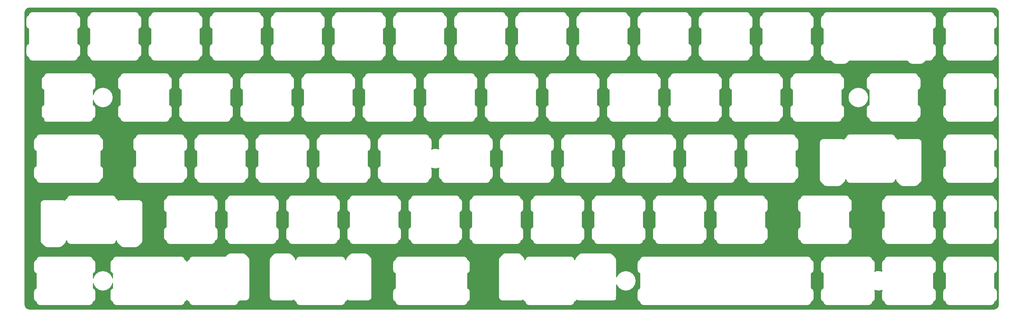
<source format=gtl>
G04 #@! TF.FileFunction,Copper,L1,Top,Signal*
%FSLAX46Y46*%
G04 Gerber Fmt 4.6, Leading zero omitted, Abs format (unit mm)*
G04 Created by KiCad (PCBNEW 4.0.7) date 04/19/18 18:45:56*
%MOMM*%
%LPD*%
G01*
G04 APERTURE LIST*
%ADD10C,0.100000*%
%ADD11C,1.524000*%
%ADD12C,0.254000*%
G04 APERTURE END LIST*
D10*
D11*
X137750000Y-94996000D03*
D12*
G36*
X322312094Y-19618397D02*
X322734357Y-19900543D01*
X323016503Y-20322806D01*
X323129000Y-20888366D01*
X323129000Y-112003505D01*
X323016503Y-112569065D01*
X322734357Y-112991328D01*
X322312094Y-113273474D01*
X321746533Y-113385971D01*
X21081551Y-113385971D01*
X20515991Y-113273474D01*
X20093728Y-112991328D01*
X19811582Y-112569065D01*
X19699085Y-112003504D01*
X19699085Y-99046000D01*
X22434280Y-99046000D01*
X22434280Y-101145200D01*
X22447442Y-101211370D01*
X22447442Y-101278836D01*
X22485502Y-101470178D01*
X22485503Y-101470180D01*
X22485503Y-101470182D01*
X22533009Y-101584871D01*
X22587783Y-101717107D01*
X22587784Y-101717108D01*
X22587785Y-101717110D01*
X22696172Y-101879321D01*
X22762162Y-101945310D01*
X22885159Y-102068308D01*
X23047370Y-102176695D01*
X23047372Y-102176696D01*
X23047373Y-102176697D01*
X23139256Y-102214756D01*
X23234910Y-102254377D01*
X23234910Y-106836173D01*
X23179609Y-106859079D01*
X23047373Y-106913853D01*
X23047372Y-106913854D01*
X23047370Y-106913855D01*
X22885159Y-107022242D01*
X22825233Y-107082169D01*
X22696172Y-107211229D01*
X22587785Y-107373440D01*
X22587785Y-107373441D01*
X22587783Y-107373443D01*
X22550373Y-107463759D01*
X22485503Y-107620368D01*
X22485503Y-107620370D01*
X22485502Y-107620372D01*
X22447442Y-107811714D01*
X22447442Y-107879180D01*
X22434280Y-107945350D01*
X22434280Y-110045950D01*
X22447442Y-110112120D01*
X22447442Y-110179586D01*
X22485502Y-110370928D01*
X22485503Y-110370930D01*
X22485503Y-110370932D01*
X22524823Y-110465857D01*
X22587783Y-110617857D01*
X22587784Y-110617858D01*
X22587785Y-110617860D01*
X22696172Y-110780071D01*
X22745127Y-110829025D01*
X22885159Y-110969058D01*
X23047370Y-111077445D01*
X23047372Y-111077446D01*
X23047373Y-111077447D01*
X23165573Y-111126407D01*
X23248072Y-111160579D01*
X23248072Y-111178666D01*
X23286132Y-111370008D01*
X23286133Y-111370010D01*
X23286133Y-111370012D01*
X23333639Y-111484701D01*
X23388413Y-111616937D01*
X23388414Y-111616938D01*
X23388415Y-111616940D01*
X23496802Y-111779151D01*
X23591296Y-111873644D01*
X23685789Y-111968138D01*
X23848000Y-112076525D01*
X23848002Y-112076526D01*
X23848003Y-112076527D01*
X23939886Y-112114586D01*
X24094928Y-112178807D01*
X24094930Y-112178807D01*
X24094932Y-112178808D01*
X24286275Y-112216868D01*
X24353740Y-112216868D01*
X24419910Y-112230030D01*
X39800700Y-112230030D01*
X39866870Y-112216868D01*
X39934336Y-112216868D01*
X40125678Y-112178808D01*
X40125680Y-112178807D01*
X40125682Y-112178807D01*
X40280724Y-112114586D01*
X40372607Y-112076527D01*
X40372608Y-112076526D01*
X40372610Y-112076525D01*
X40534821Y-111968138D01*
X40629314Y-111873644D01*
X40723808Y-111779151D01*
X40832195Y-111616940D01*
X40832196Y-111616938D01*
X40832197Y-111616937D01*
X40886971Y-111484701D01*
X40934477Y-111370012D01*
X40934477Y-111370010D01*
X40934478Y-111370008D01*
X40972538Y-111178665D01*
X40972538Y-111160567D01*
X41055007Y-111126407D01*
X41173207Y-111077447D01*
X41173208Y-111077446D01*
X41173210Y-111077445D01*
X41335421Y-110969058D01*
X41475453Y-110829025D01*
X41524408Y-110780071D01*
X41632795Y-110617860D01*
X41632796Y-110617858D01*
X41632797Y-110617857D01*
X41695757Y-110465857D01*
X41735077Y-110370932D01*
X41735077Y-110370930D01*
X41735078Y-110370928D01*
X41773138Y-110179585D01*
X41773138Y-110112120D01*
X41786300Y-110045950D01*
X41786300Y-107945350D01*
X41773138Y-107879180D01*
X41773138Y-107811715D01*
X41735078Y-107620372D01*
X41735077Y-107620370D01*
X41735077Y-107620368D01*
X41670207Y-107463759D01*
X41632797Y-107373443D01*
X41632795Y-107373441D01*
X41632795Y-107373440D01*
X41524408Y-107211229D01*
X41395347Y-107082169D01*
X41335421Y-107022242D01*
X41173210Y-106913855D01*
X41173208Y-106913854D01*
X41173207Y-106913853D01*
X41040971Y-106859079D01*
X40985700Y-106836185D01*
X40985700Y-105348140D01*
X41068444Y-105764122D01*
X41758865Y-106797410D01*
X42792153Y-107487831D01*
X44011000Y-107730275D01*
X45229847Y-107487831D01*
X46263135Y-106797410D01*
X46953556Y-105764122D01*
X47047400Y-105292337D01*
X47047400Y-106836185D01*
X46992129Y-106859079D01*
X46859893Y-106913853D01*
X46859892Y-106913854D01*
X46859890Y-106913855D01*
X46697679Y-107022242D01*
X46637753Y-107082169D01*
X46508692Y-107211229D01*
X46400305Y-107373440D01*
X46400305Y-107373441D01*
X46400303Y-107373443D01*
X46362893Y-107463759D01*
X46298023Y-107620368D01*
X46298023Y-107620370D01*
X46298022Y-107620372D01*
X46259962Y-107811714D01*
X46259962Y-107879180D01*
X46246800Y-107945350D01*
X46246800Y-110045950D01*
X46259962Y-110112120D01*
X46259962Y-110179586D01*
X46298022Y-110370928D01*
X46298023Y-110370930D01*
X46298023Y-110370932D01*
X46337343Y-110465857D01*
X46400303Y-110617857D01*
X46400304Y-110617858D01*
X46400305Y-110617860D01*
X46508692Y-110780071D01*
X46557647Y-110829025D01*
X46697679Y-110969058D01*
X46859890Y-111077445D01*
X46859892Y-111077446D01*
X46859893Y-111077447D01*
X46978093Y-111126407D01*
X47060562Y-111160567D01*
X47060562Y-111178666D01*
X47098622Y-111370008D01*
X47098623Y-111370010D01*
X47098623Y-111370012D01*
X47146129Y-111484701D01*
X47200903Y-111616937D01*
X47200904Y-111616938D01*
X47200905Y-111616940D01*
X47309292Y-111779151D01*
X47403786Y-111873644D01*
X47498279Y-111968138D01*
X47660490Y-112076525D01*
X47660492Y-112076526D01*
X47660493Y-112076527D01*
X47752376Y-112114586D01*
X47907418Y-112178807D01*
X47907420Y-112178807D01*
X47907422Y-112178808D01*
X48098765Y-112216868D01*
X48166230Y-112216868D01*
X48232400Y-112230030D01*
X68375500Y-112230030D01*
X68441670Y-112216868D01*
X68509136Y-112216868D01*
X68700478Y-112178808D01*
X68700480Y-112178807D01*
X68700482Y-112178807D01*
X68855524Y-112114586D01*
X68947407Y-112076527D01*
X68947408Y-112076526D01*
X68947410Y-112076525D01*
X69109621Y-111968138D01*
X69204114Y-111873644D01*
X69298608Y-111779151D01*
X69406995Y-111616940D01*
X69406996Y-111616938D01*
X69406997Y-111616937D01*
X69461771Y-111484701D01*
X69509277Y-111370012D01*
X69509277Y-111370010D01*
X69509278Y-111370008D01*
X69547338Y-111178665D01*
X69547338Y-111160650D01*
X69630007Y-111126407D01*
X69748207Y-111077447D01*
X69748208Y-111077446D01*
X69748210Y-111077445D01*
X69910421Y-110969058D01*
X70050453Y-110829025D01*
X70099408Y-110780071D01*
X70207795Y-110617860D01*
X70207796Y-110617858D01*
X70207797Y-110617857D01*
X70210250Y-110611935D01*
X70212703Y-110617857D01*
X70212704Y-110617858D01*
X70212705Y-110617860D01*
X70321092Y-110780071D01*
X70370047Y-110829025D01*
X70510079Y-110969058D01*
X70672290Y-111077445D01*
X70672292Y-111077446D01*
X70672293Y-111077447D01*
X70790493Y-111126407D01*
X70873162Y-111160650D01*
X70873162Y-111178666D01*
X70911222Y-111370008D01*
X70911223Y-111370010D01*
X70911223Y-111370012D01*
X70958729Y-111484701D01*
X71013503Y-111616937D01*
X71013504Y-111616938D01*
X71013505Y-111616940D01*
X71121892Y-111779151D01*
X71216386Y-111873644D01*
X71310879Y-111968138D01*
X71473090Y-112076525D01*
X71473092Y-112076526D01*
X71473093Y-112076527D01*
X71564976Y-112114586D01*
X71720018Y-112178807D01*
X71720020Y-112178807D01*
X71720022Y-112178808D01*
X71911365Y-112216868D01*
X71978830Y-112216868D01*
X72045000Y-112230030D01*
X85044300Y-112230030D01*
X85110470Y-112216868D01*
X85177936Y-112216868D01*
X85369278Y-112178808D01*
X85369280Y-112178807D01*
X85369282Y-112178807D01*
X85524324Y-112114586D01*
X85616207Y-112076527D01*
X85616208Y-112076526D01*
X85616210Y-112076525D01*
X85778421Y-111968138D01*
X85872914Y-111873644D01*
X85967408Y-111779151D01*
X86075795Y-111616940D01*
X86075796Y-111616938D01*
X86075797Y-111616937D01*
X86130571Y-111484701D01*
X86178077Y-111370012D01*
X86178077Y-111370010D01*
X86178078Y-111370008D01*
X86216138Y-111178665D01*
X86216138Y-111159275D01*
X86263108Y-111140711D01*
X86383042Y-111095559D01*
X86548704Y-110992524D01*
X86548706Y-110992523D01*
X86743763Y-110809800D01*
X86778690Y-110761050D01*
X88562500Y-110761050D01*
X88628670Y-110747888D01*
X88696136Y-110747888D01*
X88887478Y-110709828D01*
X88887480Y-110709827D01*
X88887482Y-110709827D01*
X89011475Y-110658467D01*
X89134407Y-110607547D01*
X89134408Y-110607546D01*
X89134410Y-110607545D01*
X89296621Y-110499158D01*
X89437381Y-110358397D01*
X89485608Y-110310171D01*
X89593995Y-110147960D01*
X89593996Y-110147958D01*
X89593997Y-110147957D01*
X89675700Y-109950709D01*
X89696277Y-109901032D01*
X89696277Y-109901030D01*
X89696278Y-109901028D01*
X89734338Y-109709685D01*
X89734338Y-109642220D01*
X89747500Y-109576050D01*
X89747500Y-97982807D01*
X95922400Y-97982807D01*
X95922400Y-109576050D01*
X95935562Y-109642220D01*
X95935562Y-109709686D01*
X95973622Y-109901028D01*
X95973623Y-109901030D01*
X95973623Y-109901032D01*
X95994200Y-109950709D01*
X96075903Y-110147957D01*
X96075904Y-110147958D01*
X96075905Y-110147960D01*
X96184292Y-110310171D01*
X96232519Y-110358397D01*
X96373279Y-110499158D01*
X96535490Y-110607545D01*
X96535492Y-110607546D01*
X96535493Y-110607547D01*
X96658425Y-110658467D01*
X96782418Y-110709827D01*
X96782420Y-110709827D01*
X96782422Y-110709828D01*
X96973765Y-110747888D01*
X97041230Y-110747888D01*
X97107400Y-110761050D01*
X102857100Y-110761050D01*
X102923270Y-110747888D01*
X102990736Y-110747888D01*
X103182078Y-110709828D01*
X103182080Y-110709827D01*
X103182082Y-110709827D01*
X103306075Y-110658467D01*
X103429007Y-110607547D01*
X103429008Y-110607546D01*
X103429010Y-110607545D01*
X103520586Y-110546355D01*
X103550203Y-110617857D01*
X103550204Y-110617858D01*
X103550205Y-110617860D01*
X103658592Y-110780071D01*
X103707547Y-110829025D01*
X103847579Y-110969058D01*
X104009790Y-111077445D01*
X104009792Y-111077446D01*
X104009793Y-111077447D01*
X104127993Y-111126407D01*
X104210662Y-111160650D01*
X104210662Y-111178666D01*
X104248722Y-111370008D01*
X104248723Y-111370010D01*
X104248723Y-111370012D01*
X104296229Y-111484701D01*
X104351003Y-111616937D01*
X104351004Y-111616938D01*
X104351005Y-111616940D01*
X104459392Y-111779151D01*
X104553886Y-111873644D01*
X104648379Y-111968138D01*
X104810590Y-112076525D01*
X104810592Y-112076526D01*
X104810593Y-112076527D01*
X104902476Y-112114586D01*
X105057518Y-112178807D01*
X105057520Y-112178807D01*
X105057522Y-112178808D01*
X105248865Y-112216868D01*
X105316330Y-112216868D01*
X105382500Y-112230030D01*
X118381800Y-112230030D01*
X118447970Y-112216868D01*
X118515436Y-112216868D01*
X118706778Y-112178808D01*
X118706780Y-112178807D01*
X118706782Y-112178807D01*
X118861824Y-112114586D01*
X118953707Y-112076527D01*
X118953708Y-112076526D01*
X118953710Y-112076525D01*
X119115921Y-111968138D01*
X119210414Y-111873644D01*
X119304908Y-111779151D01*
X119413295Y-111616940D01*
X119413296Y-111616938D01*
X119413297Y-111616937D01*
X119468071Y-111484701D01*
X119515577Y-111370012D01*
X119515577Y-111370010D01*
X119515578Y-111370008D01*
X119553638Y-111178665D01*
X119553638Y-111159987D01*
X119634707Y-111126407D01*
X119752907Y-111077447D01*
X119752908Y-111077446D01*
X119752910Y-111077445D01*
X119915121Y-110969058D01*
X120055153Y-110829025D01*
X120104108Y-110780071D01*
X120212495Y-110617860D01*
X120212496Y-110617858D01*
X120212497Y-110617857D01*
X120242634Y-110545099D01*
X120336090Y-110607545D01*
X120336092Y-110607546D01*
X120336093Y-110607547D01*
X120459025Y-110658467D01*
X120583018Y-110709827D01*
X120583020Y-110709827D01*
X120583022Y-110709828D01*
X120774365Y-110747888D01*
X120841830Y-110747888D01*
X120908000Y-110761050D01*
X126657000Y-110761050D01*
X126723170Y-110747888D01*
X126790636Y-110747888D01*
X126981978Y-110709828D01*
X126981980Y-110709827D01*
X126981982Y-110709827D01*
X127105975Y-110658467D01*
X127228907Y-110607547D01*
X127228908Y-110607546D01*
X127228910Y-110607545D01*
X127391121Y-110499158D01*
X127531881Y-110358397D01*
X127580108Y-110310171D01*
X127688495Y-110147960D01*
X127688496Y-110147958D01*
X127688497Y-110147957D01*
X127770200Y-109950709D01*
X127790777Y-109901032D01*
X127790777Y-109901030D01*
X127790778Y-109901028D01*
X127828838Y-109709685D01*
X127828838Y-109642220D01*
X127842000Y-109576050D01*
X127842000Y-99046000D01*
X134353000Y-99046000D01*
X134353000Y-101145200D01*
X134366162Y-101211370D01*
X134366162Y-101278836D01*
X134404222Y-101470178D01*
X134404223Y-101470180D01*
X134404223Y-101470182D01*
X134451729Y-101584871D01*
X134506503Y-101717107D01*
X134506504Y-101717108D01*
X134506505Y-101717110D01*
X134614892Y-101879321D01*
X134680882Y-101945310D01*
X134803879Y-102068308D01*
X134966090Y-102176695D01*
X134966092Y-102176696D01*
X134966093Y-102176697D01*
X135057976Y-102214756D01*
X135152000Y-102253702D01*
X135152000Y-106836848D01*
X135098329Y-106859079D01*
X134966093Y-106913853D01*
X134966092Y-106913854D01*
X134966090Y-106913855D01*
X134803879Y-107022242D01*
X134743953Y-107082169D01*
X134614892Y-107211229D01*
X134506505Y-107373440D01*
X134506505Y-107373441D01*
X134506503Y-107373443D01*
X134469093Y-107463759D01*
X134404223Y-107620368D01*
X134404223Y-107620370D01*
X134404222Y-107620372D01*
X134366162Y-107811714D01*
X134366162Y-107879180D01*
X134353000Y-107945350D01*
X134353000Y-110045950D01*
X134366162Y-110112120D01*
X134366162Y-110179586D01*
X134404222Y-110370928D01*
X134404223Y-110370930D01*
X134404223Y-110370932D01*
X134443543Y-110465857D01*
X134506503Y-110617857D01*
X134506504Y-110617858D01*
X134506505Y-110617860D01*
X134614892Y-110780071D01*
X134663847Y-110829025D01*
X134803879Y-110969058D01*
X134966090Y-111077445D01*
X134966092Y-111077446D01*
X134966093Y-111077447D01*
X135084293Y-111126407D01*
X135165162Y-111159904D01*
X135165162Y-111178666D01*
X135203222Y-111370008D01*
X135203223Y-111370010D01*
X135203223Y-111370012D01*
X135250729Y-111484701D01*
X135305503Y-111616937D01*
X135305504Y-111616938D01*
X135305505Y-111616940D01*
X135413892Y-111779151D01*
X135508386Y-111873644D01*
X135602879Y-111968138D01*
X135765090Y-112076525D01*
X135765092Y-112076526D01*
X135765093Y-112076527D01*
X135856976Y-112114586D01*
X136012018Y-112178807D01*
X136012020Y-112178807D01*
X136012022Y-112178808D01*
X136203365Y-112216868D01*
X136270830Y-112216868D01*
X136337000Y-112230030D01*
X156482000Y-112230030D01*
X156548170Y-112216868D01*
X156615636Y-112216868D01*
X156806978Y-112178808D01*
X156806980Y-112178807D01*
X156806982Y-112178807D01*
X156962024Y-112114586D01*
X157053907Y-112076527D01*
X157053908Y-112076526D01*
X157053910Y-112076525D01*
X157216121Y-111968138D01*
X157310614Y-111873644D01*
X157405108Y-111779151D01*
X157513495Y-111616940D01*
X157513496Y-111616938D01*
X157513497Y-111616937D01*
X157568271Y-111484701D01*
X157615777Y-111370012D01*
X157615777Y-111370010D01*
X157615778Y-111370008D01*
X157653838Y-111178665D01*
X157653838Y-111159904D01*
X157734707Y-111126407D01*
X157852907Y-111077447D01*
X157852908Y-111077446D01*
X157852910Y-111077445D01*
X158015121Y-110969058D01*
X158155153Y-110829025D01*
X158204108Y-110780071D01*
X158312495Y-110617860D01*
X158312496Y-110617858D01*
X158312497Y-110617857D01*
X158375457Y-110465857D01*
X158414777Y-110370932D01*
X158414777Y-110370930D01*
X158414778Y-110370928D01*
X158452838Y-110179585D01*
X158452838Y-110112120D01*
X158466000Y-110045950D01*
X158466000Y-107945350D01*
X158452838Y-107879180D01*
X158452838Y-107811715D01*
X158414778Y-107620372D01*
X158414777Y-107620370D01*
X158414777Y-107620368D01*
X158349907Y-107463759D01*
X158312497Y-107373443D01*
X158312495Y-107373441D01*
X158312495Y-107373440D01*
X158204108Y-107211229D01*
X158075047Y-107082169D01*
X158015121Y-107022242D01*
X157852910Y-106913855D01*
X157852908Y-106913854D01*
X157852907Y-106913853D01*
X157720671Y-106859079D01*
X157667000Y-106836848D01*
X157667000Y-102253702D01*
X157761024Y-102214756D01*
X157852907Y-102176697D01*
X157852908Y-102176696D01*
X157852910Y-102176695D01*
X158015121Y-102068308D01*
X158138118Y-101945310D01*
X158204108Y-101879321D01*
X158312495Y-101717110D01*
X158312496Y-101717108D01*
X158312497Y-101717107D01*
X158367271Y-101584871D01*
X158414777Y-101470182D01*
X158414777Y-101470180D01*
X158414778Y-101470178D01*
X158452838Y-101278835D01*
X158452838Y-101211370D01*
X158466000Y-101145200D01*
X158466000Y-99046000D01*
X158452838Y-98979830D01*
X158452838Y-98912365D01*
X158414778Y-98721022D01*
X158414777Y-98721020D01*
X158414777Y-98721018D01*
X158367271Y-98606329D01*
X158312497Y-98474093D01*
X158312495Y-98474091D01*
X158312495Y-98474090D01*
X158204108Y-98311879D01*
X158062858Y-98170630D01*
X158015121Y-98122892D01*
X157852910Y-98014505D01*
X157852908Y-98014504D01*
X157852907Y-98014503D01*
X157720671Y-97959729D01*
X157653838Y-97932046D01*
X157653838Y-97911865D01*
X157626754Y-97775700D01*
X167360000Y-97775700D01*
X167360000Y-109576050D01*
X167373162Y-109642220D01*
X167373162Y-109709686D01*
X167411222Y-109901028D01*
X167411223Y-109901030D01*
X167411223Y-109901032D01*
X167431800Y-109950709D01*
X167513503Y-110147957D01*
X167513504Y-110147958D01*
X167513505Y-110147960D01*
X167621892Y-110310171D01*
X167670119Y-110358397D01*
X167810879Y-110499158D01*
X167973090Y-110607545D01*
X167973092Y-110607546D01*
X167973093Y-110607547D01*
X168096025Y-110658467D01*
X168220018Y-110709827D01*
X168220020Y-110709827D01*
X168220022Y-110709828D01*
X168411365Y-110747888D01*
X168478830Y-110747888D01*
X168545000Y-110761050D01*
X174295000Y-110761050D01*
X174361170Y-110747888D01*
X174428636Y-110747888D01*
X174619978Y-110709828D01*
X174619980Y-110709827D01*
X174619982Y-110709827D01*
X174743975Y-110658467D01*
X174866907Y-110607547D01*
X174866908Y-110607546D01*
X174866910Y-110607545D01*
X174958016Y-110546669D01*
X174987503Y-110617857D01*
X174987504Y-110617858D01*
X174987505Y-110617860D01*
X175095892Y-110780071D01*
X175144847Y-110829025D01*
X175284879Y-110969058D01*
X175447090Y-111077445D01*
X175447092Y-111077446D01*
X175447093Y-111077447D01*
X175565293Y-111126407D01*
X175648162Y-111160733D01*
X175648162Y-111178666D01*
X175686222Y-111370008D01*
X175686223Y-111370010D01*
X175686223Y-111370012D01*
X175733729Y-111484701D01*
X175788503Y-111616937D01*
X175788504Y-111616938D01*
X175788505Y-111616940D01*
X175896892Y-111779151D01*
X175991386Y-111873644D01*
X176085879Y-111968138D01*
X176248090Y-112076525D01*
X176248092Y-112076526D01*
X176248093Y-112076527D01*
X176339976Y-112114586D01*
X176495018Y-112178807D01*
X176495020Y-112178807D01*
X176495022Y-112178808D01*
X176686365Y-112216868D01*
X176753830Y-112216868D01*
X176820000Y-112230030D01*
X189819000Y-112230030D01*
X189885170Y-112216868D01*
X189952636Y-112216868D01*
X190143978Y-112178808D01*
X190143980Y-112178807D01*
X190143982Y-112178807D01*
X190299024Y-112114586D01*
X190390907Y-112076527D01*
X190390908Y-112076526D01*
X190390910Y-112076525D01*
X190553121Y-111968138D01*
X190647614Y-111873644D01*
X190742108Y-111779151D01*
X190850495Y-111616940D01*
X190850496Y-111616938D01*
X190850497Y-111616937D01*
X190905271Y-111484701D01*
X190952777Y-111370012D01*
X190952777Y-111370010D01*
X190952778Y-111370008D01*
X190990838Y-111178665D01*
X190990838Y-111160733D01*
X191073707Y-111126407D01*
X191191907Y-111077447D01*
X191191908Y-111077446D01*
X191191910Y-111077445D01*
X191354121Y-110969058D01*
X191494153Y-110829025D01*
X191543108Y-110780071D01*
X191651495Y-110617860D01*
X191651496Y-110617858D01*
X191651497Y-110617857D01*
X191681201Y-110546146D01*
X191773090Y-110607545D01*
X191773092Y-110607546D01*
X191773093Y-110607547D01*
X191896025Y-110658467D01*
X192020018Y-110709827D01*
X192020020Y-110709827D01*
X192020022Y-110709828D01*
X192211365Y-110747888D01*
X192278830Y-110747888D01*
X192345000Y-110761050D01*
X202864000Y-110761050D01*
X202930170Y-110747888D01*
X202997636Y-110747888D01*
X203144235Y-110718728D01*
X203357000Y-110761050D01*
X203363887Y-110759680D01*
X203364000Y-110759680D01*
X203626138Y-110707537D01*
X203848368Y-110559048D01*
X203996857Y-110336818D01*
X204049000Y-110074680D01*
X204006118Y-109859100D01*
X204035838Y-109709685D01*
X204035838Y-109642220D01*
X204049000Y-109576050D01*
X204049000Y-105764954D01*
X204738865Y-106797410D01*
X205772153Y-107487831D01*
X206991000Y-107730275D01*
X208209847Y-107487831D01*
X209243135Y-106797410D01*
X209933556Y-105764122D01*
X210176000Y-104545275D01*
X209933556Y-103326428D01*
X209243135Y-102293140D01*
X208209847Y-101602719D01*
X206991000Y-101360275D01*
X205772153Y-101602719D01*
X204738865Y-102293140D01*
X204049000Y-103325596D01*
X204049000Y-99046000D01*
X210554000Y-99046000D01*
X210554000Y-101145200D01*
X210567162Y-101211370D01*
X210567162Y-101278836D01*
X210605222Y-101470178D01*
X210605223Y-101470180D01*
X210605223Y-101470182D01*
X210652729Y-101584871D01*
X210707503Y-101717107D01*
X210707504Y-101717108D01*
X210707505Y-101717110D01*
X210815892Y-101879321D01*
X210881882Y-101945310D01*
X211004879Y-102068308D01*
X211167090Y-102176695D01*
X211167092Y-102176696D01*
X211167093Y-102176697D01*
X211258976Y-102214756D01*
X211354000Y-102254116D01*
X211354000Y-106836434D01*
X211299329Y-106859079D01*
X211167093Y-106913853D01*
X211167092Y-106913854D01*
X211167090Y-106913855D01*
X211004879Y-107022242D01*
X210944953Y-107082169D01*
X210815892Y-107211229D01*
X210707505Y-107373440D01*
X210707505Y-107373441D01*
X210707503Y-107373443D01*
X210670093Y-107463759D01*
X210605223Y-107620368D01*
X210605223Y-107620370D01*
X210605222Y-107620372D01*
X210567162Y-107811714D01*
X210567162Y-107879180D01*
X210554000Y-107945350D01*
X210554000Y-110045950D01*
X210567162Y-110112120D01*
X210567162Y-110179586D01*
X210605222Y-110370928D01*
X210605223Y-110370930D01*
X210605223Y-110370932D01*
X210644543Y-110465857D01*
X210707503Y-110617857D01*
X210707504Y-110617858D01*
X210707505Y-110617860D01*
X210815892Y-110780071D01*
X210864847Y-110829025D01*
X211004879Y-110969058D01*
X211167090Y-111077445D01*
X211167092Y-111077446D01*
X211167093Y-111077447D01*
X211285293Y-111126407D01*
X211367162Y-111160318D01*
X211367162Y-111178666D01*
X211405222Y-111370008D01*
X211405223Y-111370010D01*
X211405223Y-111370012D01*
X211452729Y-111484701D01*
X211507503Y-111616937D01*
X211507504Y-111616938D01*
X211507505Y-111616940D01*
X211615892Y-111779151D01*
X211710386Y-111873644D01*
X211804879Y-111968138D01*
X211967090Y-112076525D01*
X211967092Y-112076526D01*
X211967093Y-112076527D01*
X212058976Y-112114586D01*
X212214018Y-112178807D01*
X212214020Y-112178807D01*
X212214022Y-112178808D01*
X212405365Y-112216868D01*
X212472830Y-112216868D01*
X212539000Y-112230030D01*
X263638000Y-112230030D01*
X263704170Y-112216868D01*
X263771636Y-112216868D01*
X263962978Y-112178808D01*
X263962980Y-112178807D01*
X263962982Y-112178807D01*
X264118024Y-112114586D01*
X264209907Y-112076527D01*
X264209908Y-112076526D01*
X264209910Y-112076525D01*
X264372121Y-111968138D01*
X264466614Y-111873644D01*
X264561108Y-111779151D01*
X264669495Y-111616940D01*
X264669496Y-111616938D01*
X264669497Y-111616937D01*
X264724271Y-111484701D01*
X264771777Y-111370012D01*
X264771777Y-111370010D01*
X264771778Y-111370008D01*
X264809838Y-111178665D01*
X264809838Y-111160733D01*
X264892707Y-111126407D01*
X265010907Y-111077447D01*
X265010908Y-111077446D01*
X265010910Y-111077445D01*
X265173121Y-110969058D01*
X265313153Y-110829025D01*
X265362108Y-110780071D01*
X265470495Y-110617860D01*
X265470496Y-110617858D01*
X265470497Y-110617857D01*
X265533457Y-110465857D01*
X265572777Y-110370932D01*
X265572777Y-110370930D01*
X265572778Y-110370928D01*
X265610838Y-110179585D01*
X265610838Y-110112120D01*
X265624000Y-110045950D01*
X265624000Y-107945350D01*
X265610838Y-107879180D01*
X265610838Y-107811715D01*
X265572778Y-107620372D01*
X265572777Y-107620370D01*
X265572777Y-107620368D01*
X265507907Y-107463759D01*
X265470497Y-107373443D01*
X265470495Y-107373441D01*
X265470495Y-107373440D01*
X265362108Y-107211229D01*
X265233047Y-107082169D01*
X265173121Y-107022242D01*
X265010910Y-106913855D01*
X265010908Y-106913854D01*
X265010907Y-106913853D01*
X264878671Y-106859079D01*
X264823000Y-106836019D01*
X264823000Y-102254531D01*
X264919024Y-102214756D01*
X265010907Y-102176697D01*
X265010908Y-102176696D01*
X265010910Y-102176695D01*
X265173121Y-102068308D01*
X265296118Y-101945310D01*
X265362108Y-101879321D01*
X265470495Y-101717110D01*
X265470496Y-101717108D01*
X265470497Y-101717107D01*
X265525271Y-101584871D01*
X265572777Y-101470182D01*
X265572777Y-101470180D01*
X265572778Y-101470178D01*
X265610838Y-101278835D01*
X265610838Y-101211370D01*
X265624000Y-101145200D01*
X265624000Y-99046000D01*
X267704000Y-99046000D01*
X267704000Y-101145200D01*
X267717162Y-101211370D01*
X267717162Y-101278836D01*
X267755222Y-101470178D01*
X267755223Y-101470180D01*
X267755223Y-101470182D01*
X267802729Y-101584871D01*
X267857503Y-101717107D01*
X267857504Y-101717108D01*
X267857505Y-101717110D01*
X267965892Y-101879321D01*
X268031882Y-101945310D01*
X268154879Y-102068308D01*
X268317090Y-102176695D01*
X268317092Y-102176696D01*
X268317093Y-102176697D01*
X268408976Y-102214756D01*
X268504000Y-102254116D01*
X268504000Y-106836434D01*
X268449329Y-106859079D01*
X268317093Y-106913853D01*
X268317092Y-106913854D01*
X268317090Y-106913855D01*
X268154879Y-107022242D01*
X268094953Y-107082169D01*
X267965892Y-107211229D01*
X267857505Y-107373440D01*
X267857505Y-107373441D01*
X267857503Y-107373443D01*
X267820093Y-107463759D01*
X267755223Y-107620368D01*
X267755223Y-107620370D01*
X267755222Y-107620372D01*
X267717162Y-107811714D01*
X267717162Y-107879180D01*
X267704000Y-107945350D01*
X267704000Y-110045950D01*
X267717162Y-110112120D01*
X267717162Y-110179586D01*
X267755222Y-110370928D01*
X267755223Y-110370930D01*
X267755223Y-110370932D01*
X267794543Y-110465857D01*
X267857503Y-110617857D01*
X267857504Y-110617858D01*
X267857505Y-110617860D01*
X267965892Y-110780071D01*
X268014847Y-110829025D01*
X268154879Y-110969058D01*
X268317090Y-111077445D01*
X268317092Y-111077446D01*
X268317093Y-111077447D01*
X268435293Y-111126407D01*
X268517162Y-111160318D01*
X268517162Y-111178666D01*
X268555222Y-111370008D01*
X268555223Y-111370010D01*
X268555223Y-111370012D01*
X268602729Y-111484701D01*
X268657503Y-111616937D01*
X268657504Y-111616938D01*
X268657505Y-111616940D01*
X268765892Y-111779151D01*
X268860386Y-111873644D01*
X268954879Y-111968138D01*
X269117090Y-112076525D01*
X269117092Y-112076526D01*
X269117093Y-112076527D01*
X269208976Y-112114586D01*
X269364018Y-112178807D01*
X269364020Y-112178807D01*
X269364022Y-112178808D01*
X269555365Y-112216868D01*
X269622830Y-112216868D01*
X269689000Y-112230030D01*
X282688000Y-112230030D01*
X282754170Y-112216868D01*
X282821636Y-112216868D01*
X283012978Y-112178808D01*
X283012980Y-112178807D01*
X283012982Y-112178807D01*
X283168024Y-112114586D01*
X283259907Y-112076527D01*
X283259908Y-112076526D01*
X283259910Y-112076525D01*
X283422121Y-111968138D01*
X283516614Y-111873644D01*
X283611108Y-111779151D01*
X283719495Y-111616940D01*
X283719496Y-111616938D01*
X283719497Y-111616937D01*
X283774271Y-111484701D01*
X283821777Y-111370012D01*
X283821777Y-111370010D01*
X283821778Y-111370008D01*
X283859838Y-111178665D01*
X283859838Y-111160733D01*
X283942707Y-111126407D01*
X284060907Y-111077447D01*
X284060908Y-111077446D01*
X284060910Y-111077445D01*
X284223121Y-110969058D01*
X284363153Y-110829025D01*
X284412108Y-110780071D01*
X284520495Y-110617860D01*
X284520496Y-110617858D01*
X284520497Y-110617857D01*
X284583457Y-110465857D01*
X284622777Y-110370932D01*
X284622777Y-110370930D01*
X284622778Y-110370928D01*
X284660838Y-110179585D01*
X284660838Y-110112120D01*
X284674000Y-110045950D01*
X284674000Y-107945350D01*
X284660838Y-107879180D01*
X284660838Y-107811715D01*
X284622778Y-107620372D01*
X284622777Y-107620370D01*
X284622777Y-107620368D01*
X284566492Y-107484484D01*
X284649487Y-107530027D01*
X284710605Y-107549303D01*
X284904384Y-107610421D01*
X285874027Y-107716703D01*
X286007157Y-107705067D01*
X286140286Y-107693433D01*
X286862072Y-107483123D01*
X286805223Y-107620368D01*
X286805223Y-107620370D01*
X286805222Y-107620372D01*
X286767162Y-107811714D01*
X286767162Y-107879180D01*
X286754000Y-107945350D01*
X286754000Y-110045950D01*
X286767162Y-110112120D01*
X286767162Y-110179586D01*
X286805222Y-110370928D01*
X286805223Y-110370930D01*
X286805223Y-110370932D01*
X286844543Y-110465857D01*
X286907503Y-110617857D01*
X286907504Y-110617858D01*
X286907505Y-110617860D01*
X287015892Y-110780071D01*
X287064847Y-110829025D01*
X287204879Y-110969058D01*
X287367090Y-111077445D01*
X287367092Y-111077446D01*
X287367093Y-111077447D01*
X287485293Y-111126407D01*
X287567162Y-111160318D01*
X287567162Y-111178666D01*
X287605222Y-111370008D01*
X287605223Y-111370010D01*
X287605223Y-111370012D01*
X287652729Y-111484701D01*
X287707503Y-111616937D01*
X287707504Y-111616938D01*
X287707505Y-111616940D01*
X287815892Y-111779151D01*
X287910386Y-111873644D01*
X288004879Y-111968138D01*
X288167090Y-112076525D01*
X288167092Y-112076526D01*
X288167093Y-112076527D01*
X288258976Y-112114586D01*
X288414018Y-112178807D01*
X288414020Y-112178807D01*
X288414022Y-112178808D01*
X288605365Y-112216868D01*
X288672830Y-112216868D01*
X288739000Y-112230030D01*
X301738000Y-112230030D01*
X301804170Y-112216868D01*
X301871636Y-112216868D01*
X302062978Y-112178808D01*
X302062980Y-112178807D01*
X302062982Y-112178807D01*
X302218024Y-112114586D01*
X302309907Y-112076527D01*
X302309908Y-112076526D01*
X302309910Y-112076525D01*
X302472121Y-111968138D01*
X302566614Y-111873644D01*
X302661108Y-111779151D01*
X302769495Y-111616940D01*
X302769496Y-111616938D01*
X302769497Y-111616937D01*
X302824271Y-111484701D01*
X302871777Y-111370012D01*
X302871777Y-111370010D01*
X302871778Y-111370008D01*
X302909838Y-111178665D01*
X302909838Y-111160733D01*
X302992707Y-111126407D01*
X303110907Y-111077447D01*
X303110908Y-111077446D01*
X303110910Y-111077445D01*
X303273121Y-110969058D01*
X303413153Y-110829025D01*
X303462108Y-110780071D01*
X303570495Y-110617860D01*
X303570496Y-110617858D01*
X303570497Y-110617857D01*
X303633457Y-110465857D01*
X303672777Y-110370932D01*
X303672777Y-110370930D01*
X303672778Y-110370928D01*
X303710838Y-110179585D01*
X303710838Y-110112120D01*
X303724000Y-110045950D01*
X303724000Y-107945350D01*
X303710838Y-107879180D01*
X303710838Y-107811715D01*
X303672778Y-107620372D01*
X303672777Y-107620370D01*
X303672777Y-107620368D01*
X303607907Y-107463759D01*
X303570497Y-107373443D01*
X303570495Y-107373441D01*
X303570495Y-107373440D01*
X303462108Y-107211229D01*
X303333047Y-107082169D01*
X303273121Y-107022242D01*
X303110910Y-106913855D01*
X303110908Y-106913854D01*
X303110907Y-106913853D01*
X302978671Y-106859079D01*
X302923000Y-106836019D01*
X302923000Y-102254531D01*
X303019024Y-102214756D01*
X303110907Y-102176697D01*
X303110908Y-102176696D01*
X303110910Y-102176695D01*
X303273121Y-102068308D01*
X303396118Y-101945310D01*
X303462108Y-101879321D01*
X303570495Y-101717110D01*
X303570496Y-101717108D01*
X303570497Y-101717107D01*
X303625271Y-101584871D01*
X303672777Y-101470182D01*
X303672777Y-101470180D01*
X303672778Y-101470178D01*
X303710838Y-101278835D01*
X303710838Y-101211370D01*
X303724000Y-101145200D01*
X303724000Y-99046000D01*
X305804000Y-99046000D01*
X305804000Y-101145200D01*
X305817162Y-101211370D01*
X305817162Y-101278836D01*
X305855222Y-101470178D01*
X305855223Y-101470180D01*
X305855223Y-101470182D01*
X305902729Y-101584871D01*
X305957503Y-101717107D01*
X305957504Y-101717108D01*
X305957505Y-101717110D01*
X306065892Y-101879321D01*
X306131882Y-101945310D01*
X306254879Y-102068308D01*
X306417090Y-102176695D01*
X306417092Y-102176696D01*
X306417093Y-102176697D01*
X306508976Y-102214756D01*
X306604000Y-102254116D01*
X306604000Y-106836434D01*
X306549329Y-106859079D01*
X306417093Y-106913853D01*
X306417092Y-106913854D01*
X306417090Y-106913855D01*
X306254879Y-107022242D01*
X306194953Y-107082169D01*
X306065892Y-107211229D01*
X305957505Y-107373440D01*
X305957505Y-107373441D01*
X305957503Y-107373443D01*
X305920093Y-107463759D01*
X305855223Y-107620368D01*
X305855223Y-107620370D01*
X305855222Y-107620372D01*
X305817162Y-107811714D01*
X305817162Y-107879180D01*
X305804000Y-107945350D01*
X305804000Y-110045950D01*
X305817162Y-110112120D01*
X305817162Y-110179586D01*
X305855222Y-110370928D01*
X305855223Y-110370930D01*
X305855223Y-110370932D01*
X305894543Y-110465857D01*
X305957503Y-110617857D01*
X305957504Y-110617858D01*
X305957505Y-110617860D01*
X306065892Y-110780071D01*
X306114847Y-110829025D01*
X306254879Y-110969058D01*
X306417090Y-111077445D01*
X306417092Y-111077446D01*
X306417093Y-111077447D01*
X306535293Y-111126407D01*
X306617162Y-111160318D01*
X306617162Y-111178666D01*
X306655222Y-111370008D01*
X306655223Y-111370010D01*
X306655223Y-111370012D01*
X306702729Y-111484701D01*
X306757503Y-111616937D01*
X306757504Y-111616938D01*
X306757505Y-111616940D01*
X306865892Y-111779151D01*
X306960386Y-111873644D01*
X307054879Y-111968138D01*
X307217090Y-112076525D01*
X307217092Y-112076526D01*
X307217093Y-112076527D01*
X307308976Y-112114586D01*
X307464018Y-112178807D01*
X307464020Y-112178807D01*
X307464022Y-112178808D01*
X307655365Y-112216868D01*
X307722830Y-112216868D01*
X307789000Y-112230030D01*
X320788000Y-112230030D01*
X320854170Y-112216868D01*
X320921636Y-112216868D01*
X321112978Y-112178808D01*
X321112980Y-112178807D01*
X321112982Y-112178807D01*
X321268024Y-112114586D01*
X321359907Y-112076527D01*
X321359908Y-112076526D01*
X321359910Y-112076525D01*
X321522121Y-111968138D01*
X321616614Y-111873644D01*
X321711108Y-111779151D01*
X321819495Y-111616940D01*
X321819496Y-111616938D01*
X321819497Y-111616937D01*
X321874271Y-111484701D01*
X321921777Y-111370012D01*
X321921777Y-111370010D01*
X321921778Y-111370008D01*
X321959838Y-111178665D01*
X321959838Y-111160733D01*
X322042707Y-111126407D01*
X322160907Y-111077447D01*
X322160908Y-111077446D01*
X322160910Y-111077445D01*
X322323121Y-110969058D01*
X322463153Y-110829025D01*
X322512108Y-110780071D01*
X322620495Y-110617860D01*
X322620496Y-110617858D01*
X322620497Y-110617857D01*
X322683457Y-110465857D01*
X322722777Y-110370932D01*
X322722777Y-110370930D01*
X322722778Y-110370928D01*
X322760838Y-110179585D01*
X322760838Y-110112120D01*
X322774000Y-110045950D01*
X322774000Y-107945350D01*
X322760838Y-107879180D01*
X322760838Y-107811715D01*
X322722778Y-107620372D01*
X322722777Y-107620370D01*
X322722777Y-107620368D01*
X322657907Y-107463759D01*
X322620497Y-107373443D01*
X322620495Y-107373441D01*
X322620495Y-107373440D01*
X322512108Y-107211229D01*
X322383047Y-107082169D01*
X322323121Y-107022242D01*
X322160910Y-106913855D01*
X322160908Y-106913854D01*
X322160907Y-106913853D01*
X322028671Y-106859079D01*
X321973000Y-106836019D01*
X321973000Y-102254531D01*
X322069024Y-102214756D01*
X322160907Y-102176697D01*
X322160908Y-102176696D01*
X322160910Y-102176695D01*
X322323121Y-102068308D01*
X322446118Y-101945310D01*
X322512108Y-101879321D01*
X322620495Y-101717110D01*
X322620496Y-101717108D01*
X322620497Y-101717107D01*
X322675271Y-101584871D01*
X322722777Y-101470182D01*
X322722777Y-101470180D01*
X322722778Y-101470178D01*
X322760838Y-101278835D01*
X322760838Y-101211370D01*
X322774000Y-101145200D01*
X322774000Y-99046000D01*
X322760838Y-98979830D01*
X322760838Y-98912365D01*
X322722778Y-98721022D01*
X322722777Y-98721020D01*
X322722777Y-98721018D01*
X322675271Y-98606329D01*
X322620497Y-98474093D01*
X322620495Y-98474091D01*
X322620495Y-98474090D01*
X322512108Y-98311879D01*
X322370858Y-98170630D01*
X322323121Y-98122892D01*
X322160910Y-98014505D01*
X322160908Y-98014504D01*
X322160907Y-98014503D01*
X322028671Y-97959729D01*
X321959838Y-97931217D01*
X321959838Y-97911865D01*
X321921778Y-97720522D01*
X321921777Y-97720520D01*
X321921777Y-97720518D01*
X321874271Y-97605829D01*
X321819497Y-97473593D01*
X321819495Y-97473591D01*
X321819495Y-97473590D01*
X321711108Y-97311379D01*
X321581346Y-97181618D01*
X321522121Y-97122392D01*
X321359910Y-97014005D01*
X321359908Y-97014004D01*
X321359907Y-97014003D01*
X321223296Y-96957417D01*
X321112982Y-96911723D01*
X321112980Y-96911723D01*
X321112978Y-96911722D01*
X320921636Y-96873662D01*
X320854170Y-96873662D01*
X320788000Y-96860500D01*
X307789000Y-96860500D01*
X307722830Y-96873662D01*
X307464022Y-96911722D01*
X307464020Y-96911723D01*
X307464018Y-96911723D01*
X307353704Y-96957417D01*
X307217093Y-97014003D01*
X307217092Y-97014004D01*
X307217090Y-97014005D01*
X307054879Y-97122392D01*
X306995654Y-97181618D01*
X306865892Y-97311379D01*
X306757505Y-97473590D01*
X306757505Y-97473591D01*
X306757503Y-97473593D01*
X306702729Y-97605829D01*
X306655223Y-97720518D01*
X306655223Y-97720520D01*
X306655222Y-97720522D01*
X306617162Y-97911864D01*
X306617162Y-97931632D01*
X306549329Y-97959729D01*
X306417093Y-98014503D01*
X306417092Y-98014504D01*
X306417090Y-98014505D01*
X306254879Y-98122892D01*
X306207142Y-98170630D01*
X306065892Y-98311879D01*
X305957505Y-98474090D01*
X305957505Y-98474091D01*
X305957503Y-98474093D01*
X305902729Y-98606329D01*
X305855223Y-98721018D01*
X305855223Y-98721020D01*
X305855222Y-98721022D01*
X305817162Y-98912364D01*
X305817162Y-98979830D01*
X305804000Y-99046000D01*
X303724000Y-99046000D01*
X303710838Y-98979830D01*
X303710838Y-98912365D01*
X303672778Y-98721022D01*
X303672777Y-98721020D01*
X303672777Y-98721018D01*
X303625271Y-98606329D01*
X303570497Y-98474093D01*
X303570495Y-98474091D01*
X303570495Y-98474090D01*
X303462108Y-98311879D01*
X303320858Y-98170630D01*
X303273121Y-98122892D01*
X303110910Y-98014505D01*
X303110908Y-98014504D01*
X303110907Y-98014503D01*
X302978671Y-97959729D01*
X302909838Y-97931217D01*
X302909838Y-97911865D01*
X302871778Y-97720522D01*
X302871777Y-97720520D01*
X302871777Y-97720518D01*
X302824271Y-97605829D01*
X302769497Y-97473593D01*
X302769495Y-97473591D01*
X302769495Y-97473590D01*
X302661108Y-97311379D01*
X302531346Y-97181618D01*
X302472121Y-97122392D01*
X302309910Y-97014005D01*
X302309908Y-97014004D01*
X302309907Y-97014003D01*
X302173296Y-96957417D01*
X302062982Y-96911723D01*
X302062980Y-96911723D01*
X302062978Y-96911722D01*
X301871636Y-96873662D01*
X301804170Y-96873662D01*
X301738000Y-96860500D01*
X288739000Y-96860500D01*
X288672830Y-96873662D01*
X288414022Y-96911722D01*
X288414020Y-96911723D01*
X288414018Y-96911723D01*
X288303704Y-96957417D01*
X288167093Y-97014003D01*
X288167092Y-97014004D01*
X288167090Y-97014005D01*
X288004879Y-97122392D01*
X287945654Y-97181618D01*
X287815892Y-97311379D01*
X287707505Y-97473590D01*
X287707505Y-97473591D01*
X287707503Y-97473593D01*
X287652729Y-97605829D01*
X287605223Y-97720518D01*
X287605223Y-97720520D01*
X287605222Y-97720522D01*
X287567162Y-97911864D01*
X287567162Y-97931632D01*
X287499329Y-97959729D01*
X287367093Y-98014503D01*
X287367092Y-98014504D01*
X287367090Y-98014505D01*
X287204879Y-98122892D01*
X287157142Y-98170630D01*
X287015892Y-98311879D01*
X286907505Y-98474090D01*
X286907505Y-98474091D01*
X286907503Y-98474093D01*
X286852729Y-98606329D01*
X286805223Y-98721018D01*
X286805223Y-98721020D01*
X286805222Y-98721022D01*
X286767162Y-98912364D01*
X286767162Y-98979830D01*
X286754000Y-99046000D01*
X286754000Y-101145200D01*
X286767162Y-101211370D01*
X286767162Y-101278836D01*
X286805222Y-101470178D01*
X286805223Y-101470180D01*
X286805223Y-101470182D01*
X286851507Y-101581920D01*
X286812513Y-101560523D01*
X286685647Y-101520510D01*
X286557616Y-101480129D01*
X285587972Y-101373847D01*
X285449269Y-101385970D01*
X285321714Y-101397117D01*
X284561261Y-101618693D01*
X284575271Y-101584871D01*
X284622777Y-101470182D01*
X284622777Y-101470180D01*
X284622778Y-101470178D01*
X284660838Y-101278835D01*
X284660838Y-101211370D01*
X284674000Y-101145200D01*
X284674000Y-99046000D01*
X284660838Y-98979830D01*
X284660838Y-98912365D01*
X284622778Y-98721022D01*
X284622777Y-98721020D01*
X284622777Y-98721018D01*
X284575271Y-98606329D01*
X284520497Y-98474093D01*
X284520495Y-98474091D01*
X284520495Y-98474090D01*
X284412108Y-98311879D01*
X284270858Y-98170630D01*
X284223121Y-98122892D01*
X284060910Y-98014505D01*
X284060908Y-98014504D01*
X284060907Y-98014503D01*
X283928671Y-97959729D01*
X283859838Y-97931217D01*
X283859838Y-97911865D01*
X283821778Y-97720522D01*
X283821777Y-97720520D01*
X283821777Y-97720518D01*
X283774271Y-97605829D01*
X283719497Y-97473593D01*
X283719495Y-97473591D01*
X283719495Y-97473590D01*
X283611108Y-97311379D01*
X283481346Y-97181618D01*
X283422121Y-97122392D01*
X283259910Y-97014005D01*
X283259908Y-97014004D01*
X283259907Y-97014003D01*
X283123296Y-96957417D01*
X283012982Y-96911723D01*
X283012980Y-96911723D01*
X283012978Y-96911722D01*
X282821636Y-96873662D01*
X282754170Y-96873662D01*
X282688000Y-96860500D01*
X269689000Y-96860500D01*
X269622830Y-96873662D01*
X269364022Y-96911722D01*
X269364020Y-96911723D01*
X269364018Y-96911723D01*
X269253704Y-96957417D01*
X269117093Y-97014003D01*
X269117092Y-97014004D01*
X269117090Y-97014005D01*
X268954879Y-97122392D01*
X268895654Y-97181618D01*
X268765892Y-97311379D01*
X268657505Y-97473590D01*
X268657505Y-97473591D01*
X268657503Y-97473593D01*
X268602729Y-97605829D01*
X268555223Y-97720518D01*
X268555223Y-97720520D01*
X268555222Y-97720522D01*
X268517162Y-97911864D01*
X268517162Y-97931632D01*
X268449329Y-97959729D01*
X268317093Y-98014503D01*
X268317092Y-98014504D01*
X268317090Y-98014505D01*
X268154879Y-98122892D01*
X268107142Y-98170630D01*
X267965892Y-98311879D01*
X267857505Y-98474090D01*
X267857505Y-98474091D01*
X267857503Y-98474093D01*
X267802729Y-98606329D01*
X267755223Y-98721018D01*
X267755223Y-98721020D01*
X267755222Y-98721022D01*
X267717162Y-98912364D01*
X267717162Y-98979830D01*
X267704000Y-99046000D01*
X265624000Y-99046000D01*
X265610838Y-98979830D01*
X265610838Y-98912365D01*
X265572778Y-98721022D01*
X265572777Y-98721020D01*
X265572777Y-98721018D01*
X265525271Y-98606329D01*
X265470497Y-98474093D01*
X265470495Y-98474091D01*
X265470495Y-98474090D01*
X265362108Y-98311879D01*
X265220858Y-98170630D01*
X265173121Y-98122892D01*
X265010910Y-98014505D01*
X265010908Y-98014504D01*
X265010907Y-98014503D01*
X264878671Y-97959729D01*
X264809838Y-97931217D01*
X264809838Y-97911865D01*
X264771778Y-97720522D01*
X264771777Y-97720520D01*
X264771777Y-97720518D01*
X264724271Y-97605829D01*
X264669497Y-97473593D01*
X264669495Y-97473591D01*
X264669495Y-97473590D01*
X264561108Y-97311379D01*
X264431346Y-97181618D01*
X264372121Y-97122392D01*
X264209910Y-97014005D01*
X264209908Y-97014004D01*
X264209907Y-97014003D01*
X264073296Y-96957417D01*
X263962982Y-96911723D01*
X263962980Y-96911723D01*
X263962978Y-96911722D01*
X263771636Y-96873662D01*
X263704170Y-96873662D01*
X263638000Y-96860500D01*
X212539000Y-96860500D01*
X212472830Y-96873662D01*
X212214022Y-96911722D01*
X212214020Y-96911723D01*
X212214018Y-96911723D01*
X212103704Y-96957417D01*
X211967093Y-97014003D01*
X211967092Y-97014004D01*
X211967090Y-97014005D01*
X211804879Y-97122392D01*
X211745654Y-97181618D01*
X211615892Y-97311379D01*
X211507505Y-97473590D01*
X211507505Y-97473591D01*
X211507503Y-97473593D01*
X211452729Y-97605829D01*
X211405223Y-97720518D01*
X211405223Y-97720520D01*
X211405222Y-97720522D01*
X211367162Y-97911864D01*
X211367162Y-97931632D01*
X211299329Y-97959729D01*
X211167093Y-98014503D01*
X211167092Y-98014504D01*
X211167090Y-98014505D01*
X211004879Y-98122892D01*
X210957142Y-98170630D01*
X210815892Y-98311879D01*
X210707505Y-98474090D01*
X210707505Y-98474091D01*
X210707503Y-98474093D01*
X210652729Y-98606329D01*
X210605223Y-98721018D01*
X210605223Y-98721020D01*
X210605222Y-98721022D01*
X210567162Y-98912364D01*
X210567162Y-98979830D01*
X210554000Y-99046000D01*
X204049000Y-99046000D01*
X204049000Y-97981407D01*
X204035837Y-97915234D01*
X204035837Y-97847768D01*
X203997777Y-97656431D01*
X203997777Y-97656428D01*
X203895496Y-97409500D01*
X203787110Y-97247288D01*
X203739404Y-97199583D01*
X203701921Y-97143485D01*
X202794515Y-96236079D01*
X202738419Y-96198597D01*
X202690713Y-96150891D01*
X202528502Y-96042504D01*
X202408673Y-95992870D01*
X202281576Y-95940224D01*
X202090233Y-95902163D01*
X202022766Y-95902163D01*
X201956593Y-95889000D01*
X198338000Y-95889000D01*
X198337675Y-95889065D01*
X198337348Y-95889000D01*
X196868347Y-95890400D01*
X193252407Y-95890400D01*
X193186232Y-95903563D01*
X192927429Y-95941623D01*
X192927428Y-95941623D01*
X192680500Y-96043904D01*
X192518288Y-96152290D01*
X192470583Y-96199996D01*
X192414485Y-96237479D01*
X191507079Y-97144885D01*
X191469597Y-97200981D01*
X191421891Y-97248687D01*
X191313504Y-97410898D01*
X191278993Y-97494217D01*
X191211224Y-97657824D01*
X191173163Y-97849167D01*
X191173163Y-97916634D01*
X191160000Y-97982807D01*
X191160000Y-98001287D01*
X191059671Y-97959729D01*
X190990838Y-97931217D01*
X190990838Y-97911865D01*
X190952778Y-97720522D01*
X190952777Y-97720520D01*
X190952777Y-97720518D01*
X190905271Y-97605829D01*
X190850497Y-97473593D01*
X190850495Y-97473591D01*
X190850495Y-97473590D01*
X190742108Y-97311379D01*
X190612346Y-97181618D01*
X190553121Y-97122392D01*
X190390910Y-97014005D01*
X190390908Y-97014004D01*
X190390907Y-97014003D01*
X190254296Y-96957417D01*
X190143982Y-96911723D01*
X190143980Y-96911723D01*
X190143978Y-96911722D01*
X189952636Y-96873662D01*
X189885170Y-96873662D01*
X189819000Y-96860500D01*
X176820000Y-96860500D01*
X176753830Y-96873662D01*
X176495022Y-96911722D01*
X176495020Y-96911723D01*
X176495018Y-96911723D01*
X176384704Y-96957417D01*
X176248093Y-97014003D01*
X176248092Y-97014004D01*
X176248090Y-97014005D01*
X176085879Y-97122392D01*
X176026654Y-97181618D01*
X175896892Y-97311379D01*
X175788505Y-97473590D01*
X175788505Y-97473591D01*
X175788503Y-97473593D01*
X175733729Y-97605829D01*
X175686223Y-97720518D01*
X175686223Y-97720520D01*
X175686222Y-97720522D01*
X175648162Y-97911864D01*
X175648162Y-97931217D01*
X175579329Y-97959729D01*
X175480000Y-98000873D01*
X175480000Y-97775700D01*
X175427857Y-97513562D01*
X175279368Y-97291332D01*
X174079068Y-96091032D01*
X173856838Y-95942543D01*
X173594700Y-95890400D01*
X169245300Y-95890400D01*
X168983162Y-95942543D01*
X168760932Y-96091032D01*
X167560632Y-97291332D01*
X167412143Y-97513562D01*
X167360000Y-97775700D01*
X157626754Y-97775700D01*
X157615778Y-97720522D01*
X157615777Y-97720520D01*
X157615777Y-97720518D01*
X157568271Y-97605829D01*
X157513497Y-97473593D01*
X157513495Y-97473591D01*
X157513495Y-97473590D01*
X157405108Y-97311379D01*
X157275346Y-97181618D01*
X157216121Y-97122392D01*
X157053910Y-97014005D01*
X157053908Y-97014004D01*
X157053907Y-97014003D01*
X156917296Y-96957417D01*
X156806982Y-96911723D01*
X156806980Y-96911723D01*
X156806978Y-96911722D01*
X156615636Y-96873662D01*
X156548170Y-96873662D01*
X156482000Y-96860500D01*
X136337000Y-96860500D01*
X136270830Y-96873662D01*
X136012022Y-96911722D01*
X136012020Y-96911723D01*
X136012018Y-96911723D01*
X135901704Y-96957417D01*
X135765093Y-97014003D01*
X135765092Y-97014004D01*
X135765090Y-97014005D01*
X135602879Y-97122392D01*
X135543654Y-97181618D01*
X135413892Y-97311379D01*
X135305505Y-97473590D01*
X135305505Y-97473591D01*
X135305503Y-97473593D01*
X135250729Y-97605829D01*
X135203223Y-97720518D01*
X135203223Y-97720520D01*
X135203222Y-97720522D01*
X135165162Y-97911864D01*
X135165162Y-97932046D01*
X135098329Y-97959729D01*
X134966093Y-98014503D01*
X134966092Y-98014504D01*
X134966090Y-98014505D01*
X134803879Y-98122892D01*
X134756142Y-98170630D01*
X134614892Y-98311879D01*
X134506505Y-98474090D01*
X134506505Y-98474091D01*
X134506503Y-98474093D01*
X134451729Y-98606329D01*
X134404223Y-98721018D01*
X134404223Y-98721020D01*
X134404222Y-98721022D01*
X134366162Y-98912364D01*
X134366162Y-98979830D01*
X134353000Y-99046000D01*
X127842000Y-99046000D01*
X127842000Y-97982807D01*
X127828837Y-97916632D01*
X127828837Y-97849172D01*
X127790777Y-97657829D01*
X127790777Y-97657827D01*
X127688496Y-97410900D01*
X127580110Y-97248688D01*
X127532404Y-97200983D01*
X127494921Y-97144885D01*
X126587515Y-96237479D01*
X126531419Y-96199997D01*
X126483713Y-96152291D01*
X126321502Y-96043904D01*
X126201673Y-95994270D01*
X126074576Y-95941624D01*
X125883233Y-95903563D01*
X125815766Y-95903563D01*
X125749593Y-95890400D01*
X121815407Y-95890400D01*
X121749234Y-95903563D01*
X121681768Y-95903563D01*
X121490431Y-95941623D01*
X121490428Y-95941623D01*
X121243500Y-96043904D01*
X121081288Y-96152290D01*
X121033583Y-96199996D01*
X120977485Y-96237479D01*
X120070079Y-97144885D01*
X120032597Y-97200981D01*
X119984891Y-97248687D01*
X119876504Y-97410898D01*
X119841993Y-97494217D01*
X119774224Y-97657824D01*
X119736163Y-97849167D01*
X119736163Y-97916634D01*
X119723000Y-97982807D01*
X119723000Y-98002115D01*
X119620671Y-97959729D01*
X119553638Y-97931963D01*
X119553638Y-97911865D01*
X119515578Y-97720522D01*
X119515577Y-97720520D01*
X119515577Y-97720518D01*
X119468071Y-97605829D01*
X119413297Y-97473593D01*
X119413295Y-97473591D01*
X119413295Y-97473590D01*
X119304908Y-97311379D01*
X119175146Y-97181618D01*
X119115921Y-97122392D01*
X118953710Y-97014005D01*
X118953708Y-97014004D01*
X118953707Y-97014003D01*
X118817096Y-96957417D01*
X118706782Y-96911723D01*
X118706780Y-96911723D01*
X118706778Y-96911722D01*
X118515436Y-96873662D01*
X118447970Y-96873662D01*
X118381800Y-96860500D01*
X105382500Y-96860500D01*
X105316330Y-96873662D01*
X105057522Y-96911722D01*
X105057520Y-96911723D01*
X105057518Y-96911723D01*
X104947204Y-96957417D01*
X104810593Y-97014003D01*
X104810592Y-97014004D01*
X104810590Y-97014005D01*
X104648379Y-97122392D01*
X104589154Y-97181618D01*
X104459392Y-97311379D01*
X104351005Y-97473590D01*
X104351005Y-97473591D01*
X104351003Y-97473593D01*
X104296229Y-97605829D01*
X104248723Y-97720518D01*
X104248723Y-97720520D01*
X104248722Y-97720522D01*
X104210662Y-97911864D01*
X104210662Y-97931300D01*
X104142029Y-97959729D01*
X104042100Y-98001121D01*
X104042100Y-97982807D01*
X104028937Y-97916632D01*
X104028937Y-97849172D01*
X103990877Y-97657829D01*
X103990877Y-97657827D01*
X103888596Y-97410900D01*
X103780210Y-97248688D01*
X103732504Y-97200983D01*
X103695021Y-97144885D01*
X102787615Y-96237479D01*
X102731519Y-96199997D01*
X102683813Y-96152291D01*
X102521602Y-96043904D01*
X102401773Y-95994270D01*
X102274676Y-95941624D01*
X102083333Y-95903563D01*
X102015866Y-95903563D01*
X101949693Y-95890400D01*
X98014807Y-95890400D01*
X97948632Y-95903563D01*
X97689829Y-95941623D01*
X97689828Y-95941623D01*
X97442900Y-96043904D01*
X97280688Y-96152290D01*
X97232983Y-96199996D01*
X97176885Y-96237479D01*
X96269479Y-97144885D01*
X96231997Y-97200981D01*
X96184291Y-97248687D01*
X96075904Y-97410898D01*
X96041393Y-97494217D01*
X95973624Y-97657824D01*
X95935563Y-97849167D01*
X95935563Y-97916634D01*
X95922400Y-97982807D01*
X89747500Y-97982807D01*
X89734337Y-97916634D01*
X89734337Y-97849168D01*
X89696277Y-97657829D01*
X89696277Y-97657828D01*
X89593996Y-97410900D01*
X89485610Y-97248688D01*
X89437904Y-97200983D01*
X89400421Y-97144885D01*
X88493015Y-96237479D01*
X88436919Y-96199997D01*
X88389213Y-96152291D01*
X88227002Y-96043904D01*
X88107173Y-95994270D01*
X87980076Y-95941624D01*
X87788733Y-95903563D01*
X87721266Y-95903563D01*
X87655093Y-95890400D01*
X83720607Y-95890400D01*
X83654432Y-95903563D01*
X83395629Y-95941623D01*
X83395628Y-95941623D01*
X83148700Y-96043904D01*
X82986488Y-96152290D01*
X82938783Y-96199996D01*
X82882685Y-96237479D01*
X82259664Y-96860500D01*
X72045000Y-96860500D01*
X71978830Y-96873662D01*
X71720022Y-96911722D01*
X71720020Y-96911723D01*
X71720018Y-96911723D01*
X71609704Y-96957417D01*
X71473093Y-97014003D01*
X71473092Y-97014004D01*
X71473090Y-97014005D01*
X71310879Y-97122392D01*
X71251654Y-97181618D01*
X71121892Y-97311379D01*
X71013505Y-97473590D01*
X71013505Y-97473591D01*
X71013503Y-97473593D01*
X70958729Y-97605829D01*
X70911223Y-97720518D01*
X70911223Y-97720520D01*
X70911222Y-97720522D01*
X70873162Y-97911864D01*
X70873162Y-97931300D01*
X70804529Y-97959729D01*
X70672293Y-98014503D01*
X70672292Y-98014504D01*
X70672290Y-98014505D01*
X70510079Y-98122892D01*
X70462342Y-98170630D01*
X70321092Y-98311879D01*
X70212705Y-98474090D01*
X70212705Y-98474091D01*
X70212703Y-98474093D01*
X70210250Y-98480015D01*
X70207797Y-98474093D01*
X70207795Y-98474091D01*
X70207795Y-98474090D01*
X70099408Y-98311879D01*
X69958158Y-98170630D01*
X69910421Y-98122892D01*
X69748210Y-98014505D01*
X69748208Y-98014504D01*
X69748207Y-98014503D01*
X69615971Y-97959729D01*
X69547338Y-97931300D01*
X69547338Y-97911865D01*
X69509278Y-97720522D01*
X69509277Y-97720520D01*
X69509277Y-97720518D01*
X69461771Y-97605829D01*
X69406997Y-97473593D01*
X69406995Y-97473591D01*
X69406995Y-97473590D01*
X69298608Y-97311379D01*
X69168846Y-97181618D01*
X69109621Y-97122392D01*
X68947410Y-97014005D01*
X68947408Y-97014004D01*
X68947407Y-97014003D01*
X68810796Y-96957417D01*
X68700482Y-96911723D01*
X68700480Y-96911723D01*
X68700478Y-96911722D01*
X68509136Y-96873662D01*
X68441670Y-96873662D01*
X68375500Y-96860500D01*
X48232400Y-96860500D01*
X48166230Y-96873662D01*
X47907422Y-96911722D01*
X47907420Y-96911723D01*
X47907418Y-96911723D01*
X47797104Y-96957417D01*
X47660493Y-97014003D01*
X47660492Y-97014004D01*
X47660490Y-97014005D01*
X47498279Y-97122392D01*
X47439054Y-97181618D01*
X47309292Y-97311379D01*
X47200905Y-97473590D01*
X47200905Y-97473591D01*
X47200903Y-97473593D01*
X47146129Y-97605829D01*
X47098623Y-97720518D01*
X47098623Y-97720520D01*
X47098622Y-97720522D01*
X47060562Y-97911864D01*
X47060562Y-97931383D01*
X46992129Y-97959729D01*
X46859893Y-98014503D01*
X46859892Y-98014504D01*
X46859890Y-98014505D01*
X46697679Y-98122892D01*
X46649942Y-98170630D01*
X46508692Y-98311879D01*
X46400305Y-98474090D01*
X46400305Y-98474091D01*
X46400303Y-98474093D01*
X46345529Y-98606329D01*
X46298023Y-98721018D01*
X46298023Y-98721020D01*
X46298022Y-98721022D01*
X46259962Y-98912364D01*
X46259962Y-98979830D01*
X46246800Y-99046000D01*
X46246800Y-101145200D01*
X46259962Y-101211370D01*
X46259962Y-101278836D01*
X46298022Y-101470178D01*
X46298023Y-101470180D01*
X46298023Y-101470182D01*
X46345529Y-101584871D01*
X46400303Y-101717107D01*
X46400304Y-101717108D01*
X46400305Y-101717110D01*
X46508692Y-101879321D01*
X46574682Y-101945310D01*
X46697679Y-102068308D01*
X46859890Y-102176695D01*
X46859892Y-102176696D01*
X46859893Y-102176697D01*
X46951776Y-102214756D01*
X47047400Y-102254365D01*
X47047400Y-103798213D01*
X46953556Y-103326428D01*
X46263135Y-102293140D01*
X45229847Y-101602719D01*
X44011000Y-101360275D01*
X42792153Y-101602719D01*
X41758865Y-102293140D01*
X41068444Y-103326428D01*
X40985700Y-103742410D01*
X40985700Y-102254365D01*
X41081324Y-102214756D01*
X41173207Y-102176697D01*
X41173208Y-102176696D01*
X41173210Y-102176695D01*
X41335421Y-102068308D01*
X41458418Y-101945310D01*
X41524408Y-101879321D01*
X41632795Y-101717110D01*
X41632796Y-101717108D01*
X41632797Y-101717107D01*
X41687571Y-101584871D01*
X41735077Y-101470182D01*
X41735077Y-101470180D01*
X41735078Y-101470178D01*
X41773138Y-101278835D01*
X41773138Y-101211370D01*
X41786300Y-101145200D01*
X41786300Y-99046000D01*
X41773138Y-98979830D01*
X41773138Y-98912365D01*
X41735078Y-98721022D01*
X41735077Y-98721020D01*
X41735077Y-98721018D01*
X41687571Y-98606329D01*
X41632797Y-98474093D01*
X41632795Y-98474091D01*
X41632795Y-98474090D01*
X41524408Y-98311879D01*
X41383158Y-98170630D01*
X41335421Y-98122892D01*
X41173210Y-98014505D01*
X41173208Y-98014504D01*
X41173207Y-98014503D01*
X41040971Y-97959729D01*
X40972538Y-97931383D01*
X40972538Y-97911865D01*
X40934478Y-97720522D01*
X40934477Y-97720520D01*
X40934477Y-97720518D01*
X40886971Y-97605829D01*
X40832197Y-97473593D01*
X40832195Y-97473591D01*
X40832195Y-97473590D01*
X40723808Y-97311379D01*
X40594046Y-97181618D01*
X40534821Y-97122392D01*
X40372610Y-97014005D01*
X40372608Y-97014004D01*
X40372607Y-97014003D01*
X40235996Y-96957417D01*
X40125682Y-96911723D01*
X40125680Y-96911723D01*
X40125678Y-96911722D01*
X39934336Y-96873662D01*
X39866870Y-96873662D01*
X39800700Y-96860500D01*
X24419910Y-96860500D01*
X24353740Y-96873662D01*
X24094932Y-96911722D01*
X24094930Y-96911723D01*
X24094928Y-96911723D01*
X23984614Y-96957417D01*
X23848003Y-97014003D01*
X23848002Y-97014004D01*
X23848000Y-97014005D01*
X23685789Y-97122392D01*
X23626564Y-97181618D01*
X23496802Y-97311379D01*
X23388415Y-97473590D01*
X23388415Y-97473591D01*
X23388413Y-97473593D01*
X23333639Y-97605829D01*
X23286133Y-97720518D01*
X23286133Y-97720520D01*
X23286132Y-97720522D01*
X23248072Y-97911864D01*
X23248072Y-97931371D01*
X23179609Y-97959729D01*
X23047373Y-98014503D01*
X23047372Y-98014504D01*
X23047370Y-98014505D01*
X22885159Y-98122892D01*
X22837422Y-98170630D01*
X22696172Y-98311879D01*
X22587785Y-98474090D01*
X22587785Y-98474091D01*
X22587783Y-98474093D01*
X22533009Y-98606329D01*
X22485503Y-98721018D01*
X22485503Y-98721020D01*
X22485502Y-98721022D01*
X22447442Y-98912364D01*
X22447442Y-98979830D01*
X22434280Y-99046000D01*
X19699085Y-99046000D01*
X19699085Y-80465900D01*
X24484800Y-80465900D01*
X24484800Y-92059193D01*
X24497963Y-92125366D01*
X24497963Y-92192832D01*
X24536024Y-92384175D01*
X24581930Y-92495000D01*
X24638304Y-92631101D01*
X24746691Y-92793312D01*
X24794395Y-92841016D01*
X24831879Y-92897115D01*
X25737885Y-93803121D01*
X25793980Y-93840602D01*
X25841687Y-93888310D01*
X26003899Y-93996696D01*
X26250827Y-94098977D01*
X26250830Y-94098977D01*
X26442167Y-94137037D01*
X26509634Y-94137037D01*
X26575807Y-94150200D01*
X30513393Y-94150200D01*
X30579566Y-94137037D01*
X30647032Y-94137037D01*
X30838375Y-94098976D01*
X30965472Y-94046330D01*
X31085301Y-93996696D01*
X31247512Y-93888309D01*
X31295216Y-93840605D01*
X31351315Y-93803121D01*
X32257321Y-92897115D01*
X32294802Y-92841020D01*
X32342510Y-92793313D01*
X32450896Y-92631101D01*
X32553177Y-92384173D01*
X32553177Y-92384170D01*
X32591237Y-92192833D01*
X32591237Y-92125366D01*
X32604400Y-92059193D01*
X32604400Y-92040755D01*
X32690400Y-92076377D01*
X32773062Y-92110617D01*
X32773062Y-92128636D01*
X32811122Y-92319978D01*
X32811123Y-92319980D01*
X32811123Y-92319982D01*
X32837711Y-92384170D01*
X32913403Y-92566907D01*
X32913404Y-92566908D01*
X32913405Y-92566910D01*
X33021792Y-92729121D01*
X33072872Y-92780200D01*
X33210779Y-92918108D01*
X33372990Y-93026495D01*
X33372992Y-93026496D01*
X33372993Y-93026497D01*
X33445705Y-93056615D01*
X33619918Y-93128777D01*
X33619920Y-93128777D01*
X33619922Y-93128778D01*
X33811265Y-93166838D01*
X33878730Y-93166838D01*
X33944900Y-93180000D01*
X46944400Y-93180000D01*
X47010570Y-93166838D01*
X47078036Y-93166838D01*
X47269378Y-93128778D01*
X47269380Y-93128777D01*
X47269382Y-93128777D01*
X47443595Y-93056615D01*
X47516307Y-93026497D01*
X47516308Y-93026496D01*
X47516310Y-93026495D01*
X47678521Y-92918108D01*
X47816428Y-92780200D01*
X47867508Y-92729121D01*
X47975895Y-92566910D01*
X47975896Y-92566908D01*
X47975897Y-92566907D01*
X48051589Y-92384170D01*
X48078177Y-92319982D01*
X48078177Y-92319980D01*
X48078178Y-92319978D01*
X48116238Y-92128635D01*
X48116238Y-92110617D01*
X48198900Y-92076377D01*
X48284900Y-92040755D01*
X48284900Y-92059193D01*
X48298063Y-92125366D01*
X48298063Y-92192832D01*
X48336124Y-92384175D01*
X48382030Y-92495000D01*
X48438404Y-92631101D01*
X48546791Y-92793312D01*
X48594495Y-92841016D01*
X48631979Y-92897115D01*
X49537985Y-93803121D01*
X49594080Y-93840602D01*
X49641787Y-93888310D01*
X49803999Y-93996696D01*
X50050927Y-94098977D01*
X50050930Y-94098977D01*
X50242267Y-94137037D01*
X50309734Y-94137037D01*
X50375907Y-94150200D01*
X54313393Y-94150200D01*
X54379566Y-94137037D01*
X54447032Y-94137037D01*
X54638375Y-94098976D01*
X54765472Y-94046330D01*
X54885301Y-93996696D01*
X55047512Y-93888309D01*
X55095216Y-93840605D01*
X55151315Y-93803121D01*
X56057321Y-92897115D01*
X56094802Y-92841020D01*
X56142510Y-92793313D01*
X56250896Y-92631101D01*
X56353177Y-92384173D01*
X56353177Y-92384170D01*
X56391237Y-92192833D01*
X56391237Y-92125366D01*
X56404400Y-92059193D01*
X56404400Y-80465900D01*
X56391238Y-80399730D01*
X56391238Y-80332265D01*
X56353178Y-80140922D01*
X56353177Y-80140920D01*
X56353177Y-80140918D01*
X56304339Y-80023015D01*
X56293150Y-79996000D01*
X62915400Y-79996000D01*
X62915400Y-82095200D01*
X62928562Y-82161370D01*
X62928562Y-82228836D01*
X62966622Y-82420178D01*
X62966623Y-82420180D01*
X62966623Y-82420182D01*
X63014129Y-82534871D01*
X63068903Y-82667107D01*
X63068904Y-82667108D01*
X63068905Y-82667110D01*
X63177292Y-82829321D01*
X63271786Y-82923814D01*
X63366279Y-83018308D01*
X63528490Y-83126695D01*
X63528492Y-83126696D01*
X63528493Y-83126697D01*
X63620376Y-83164756D01*
X63716200Y-83204448D01*
X63716200Y-87786152D01*
X63692667Y-87795900D01*
X63528493Y-87863903D01*
X63528492Y-87863904D01*
X63528490Y-87863905D01*
X63366279Y-87972292D01*
X63306353Y-88032219D01*
X63177292Y-88161279D01*
X63068905Y-88323490D01*
X63068905Y-88323491D01*
X63068903Y-88323493D01*
X63014129Y-88455729D01*
X62966623Y-88570418D01*
X62966623Y-88570420D01*
X62966622Y-88570422D01*
X62928562Y-88761764D01*
X62928562Y-88829230D01*
X62915400Y-88895400D01*
X62915400Y-90996000D01*
X62928562Y-91062170D01*
X62928562Y-91129636D01*
X62966622Y-91320978D01*
X62966623Y-91320980D01*
X62966623Y-91320982D01*
X63009893Y-91425443D01*
X63068903Y-91567907D01*
X63068904Y-91567908D01*
X63068905Y-91567910D01*
X63177292Y-91730121D01*
X63226167Y-91778995D01*
X63366279Y-91919108D01*
X63528490Y-92027495D01*
X63528492Y-92027496D01*
X63528493Y-92027497D01*
X63646500Y-92076377D01*
X63729362Y-92110700D01*
X63729362Y-92128636D01*
X63767422Y-92319978D01*
X63767423Y-92319980D01*
X63767423Y-92319982D01*
X63794011Y-92384170D01*
X63869703Y-92566907D01*
X63869704Y-92566908D01*
X63869705Y-92566910D01*
X63978092Y-92729121D01*
X64029172Y-92780200D01*
X64167079Y-92918108D01*
X64329290Y-93026495D01*
X64329292Y-93026496D01*
X64329293Y-93026497D01*
X64402005Y-93056615D01*
X64576218Y-93128777D01*
X64576220Y-93128777D01*
X64576222Y-93128778D01*
X64767565Y-93166838D01*
X64835030Y-93166838D01*
X64901200Y-93180000D01*
X77900500Y-93180000D01*
X77966670Y-93166838D01*
X78034136Y-93166838D01*
X78225478Y-93128778D01*
X78225480Y-93128777D01*
X78225482Y-93128777D01*
X78399695Y-93056615D01*
X78472407Y-93026497D01*
X78472408Y-93026496D01*
X78472410Y-93026495D01*
X78634621Y-92918108D01*
X78772528Y-92780200D01*
X78823608Y-92729121D01*
X78931995Y-92566910D01*
X78931996Y-92566908D01*
X78931997Y-92566907D01*
X79007689Y-92384170D01*
X79034277Y-92319982D01*
X79034277Y-92319980D01*
X79034278Y-92319978D01*
X79072338Y-92128635D01*
X79072338Y-92110700D01*
X79155200Y-92076377D01*
X79273207Y-92027497D01*
X79273208Y-92027496D01*
X79273210Y-92027495D01*
X79435421Y-91919108D01*
X79575533Y-91778995D01*
X79624408Y-91730121D01*
X79732795Y-91567910D01*
X79732796Y-91567908D01*
X79732797Y-91567907D01*
X79791807Y-91425443D01*
X79835077Y-91320982D01*
X79835077Y-91320980D01*
X79835078Y-91320978D01*
X79873138Y-91129635D01*
X79873138Y-91062170D01*
X79886300Y-90996000D01*
X79886300Y-88895400D01*
X79873138Y-88829230D01*
X79873138Y-88761765D01*
X79835078Y-88570422D01*
X79835077Y-88570420D01*
X79835077Y-88570418D01*
X79787571Y-88455729D01*
X79732797Y-88323493D01*
X79732795Y-88323491D01*
X79732795Y-88323490D01*
X79624408Y-88161279D01*
X79495347Y-88032219D01*
X79435421Y-87972292D01*
X79273210Y-87863905D01*
X79273208Y-87863904D01*
X79273207Y-87863903D01*
X79109033Y-87795900D01*
X79085500Y-87786152D01*
X79085500Y-83204448D01*
X79181324Y-83164756D01*
X79273207Y-83126697D01*
X79273208Y-83126696D01*
X79273210Y-83126695D01*
X79435421Y-83018308D01*
X79529914Y-82923814D01*
X79624408Y-82829321D01*
X79732795Y-82667110D01*
X79732796Y-82667108D01*
X79732797Y-82667107D01*
X79787571Y-82534871D01*
X79835077Y-82420182D01*
X79835077Y-82420180D01*
X79835078Y-82420178D01*
X79873138Y-82228835D01*
X79873138Y-82161370D01*
X79886300Y-82095200D01*
X79886300Y-79996000D01*
X81965400Y-79996000D01*
X81965400Y-82095200D01*
X81978562Y-82161370D01*
X81978562Y-82228836D01*
X82016622Y-82420178D01*
X82016623Y-82420180D01*
X82016623Y-82420182D01*
X82064129Y-82534871D01*
X82118903Y-82667107D01*
X82118904Y-82667108D01*
X82118905Y-82667110D01*
X82227292Y-82829321D01*
X82321786Y-82923814D01*
X82416279Y-83018308D01*
X82578490Y-83126695D01*
X82578492Y-83126696D01*
X82578493Y-83126697D01*
X82670376Y-83164756D01*
X82766200Y-83204448D01*
X82766200Y-87786152D01*
X82742667Y-87795900D01*
X82578493Y-87863903D01*
X82578492Y-87863904D01*
X82578490Y-87863905D01*
X82416279Y-87972292D01*
X82356353Y-88032219D01*
X82227292Y-88161279D01*
X82118905Y-88323490D01*
X82118905Y-88323491D01*
X82118903Y-88323493D01*
X82064129Y-88455729D01*
X82016623Y-88570418D01*
X82016623Y-88570420D01*
X82016622Y-88570422D01*
X81978562Y-88761764D01*
X81978562Y-88829230D01*
X81965400Y-88895400D01*
X81965400Y-90996000D01*
X81978562Y-91062170D01*
X81978562Y-91129636D01*
X82016622Y-91320978D01*
X82016623Y-91320980D01*
X82016623Y-91320982D01*
X82059893Y-91425443D01*
X82118903Y-91567907D01*
X82118904Y-91567908D01*
X82118905Y-91567910D01*
X82227292Y-91730121D01*
X82276167Y-91778995D01*
X82416279Y-91919108D01*
X82578490Y-92027495D01*
X82578492Y-92027496D01*
X82578493Y-92027497D01*
X82696500Y-92076377D01*
X82779362Y-92110700D01*
X82779362Y-92128636D01*
X82817422Y-92319978D01*
X82817423Y-92319980D01*
X82817423Y-92319982D01*
X82844011Y-92384170D01*
X82919703Y-92566907D01*
X82919704Y-92566908D01*
X82919705Y-92566910D01*
X83028092Y-92729121D01*
X83079172Y-92780200D01*
X83217079Y-92918108D01*
X83379290Y-93026495D01*
X83379292Y-93026496D01*
X83379293Y-93026497D01*
X83452005Y-93056615D01*
X83626218Y-93128777D01*
X83626220Y-93128777D01*
X83626222Y-93128778D01*
X83817565Y-93166838D01*
X83885030Y-93166838D01*
X83951200Y-93180000D01*
X96950500Y-93180000D01*
X97016670Y-93166838D01*
X97084136Y-93166838D01*
X97275478Y-93128778D01*
X97275480Y-93128777D01*
X97275482Y-93128777D01*
X97449695Y-93056615D01*
X97522407Y-93026497D01*
X97522408Y-93026496D01*
X97522410Y-93026495D01*
X97684621Y-92918108D01*
X97822528Y-92780200D01*
X97873608Y-92729121D01*
X97981995Y-92566910D01*
X97981996Y-92566908D01*
X97981997Y-92566907D01*
X98057689Y-92384170D01*
X98084277Y-92319982D01*
X98084277Y-92319980D01*
X98084278Y-92319978D01*
X98122338Y-92128635D01*
X98122338Y-92110700D01*
X98205200Y-92076377D01*
X98323207Y-92027497D01*
X98323208Y-92027496D01*
X98323210Y-92027495D01*
X98485421Y-91919108D01*
X98625533Y-91778995D01*
X98674408Y-91730121D01*
X98782795Y-91567910D01*
X98782796Y-91567908D01*
X98782797Y-91567907D01*
X98841807Y-91425443D01*
X98885077Y-91320982D01*
X98885077Y-91320980D01*
X98885078Y-91320978D01*
X98923138Y-91129635D01*
X98923138Y-91062170D01*
X98936300Y-90996000D01*
X98936300Y-88895400D01*
X98923138Y-88829230D01*
X98923138Y-88761765D01*
X98885078Y-88570422D01*
X98885077Y-88570420D01*
X98885077Y-88570418D01*
X98837571Y-88455729D01*
X98782797Y-88323493D01*
X98782795Y-88323491D01*
X98782795Y-88323490D01*
X98674408Y-88161279D01*
X98545347Y-88032219D01*
X98485421Y-87972292D01*
X98323210Y-87863905D01*
X98323208Y-87863904D01*
X98323207Y-87863903D01*
X98159033Y-87795900D01*
X98135500Y-87786152D01*
X98135500Y-83204448D01*
X98231324Y-83164756D01*
X98323207Y-83126697D01*
X98323208Y-83126696D01*
X98323210Y-83126695D01*
X98485421Y-83018308D01*
X98579914Y-82923814D01*
X98674408Y-82829321D01*
X98782795Y-82667110D01*
X98782796Y-82667108D01*
X98782797Y-82667107D01*
X98837571Y-82534871D01*
X98885077Y-82420182D01*
X98885077Y-82420180D01*
X98885078Y-82420178D01*
X98923138Y-82228835D01*
X98923138Y-82161370D01*
X98936300Y-82095200D01*
X98936300Y-79996000D01*
X101015400Y-79996000D01*
X101015400Y-82095200D01*
X101028562Y-82161370D01*
X101028562Y-82228836D01*
X101066622Y-82420178D01*
X101066623Y-82420180D01*
X101066623Y-82420182D01*
X101114129Y-82534871D01*
X101168903Y-82667107D01*
X101168904Y-82667108D01*
X101168905Y-82667110D01*
X101277292Y-82829321D01*
X101371786Y-82923814D01*
X101466279Y-83018308D01*
X101628490Y-83126695D01*
X101628492Y-83126696D01*
X101628493Y-83126697D01*
X101720376Y-83164756D01*
X101816200Y-83204448D01*
X101816200Y-87786152D01*
X101792667Y-87795900D01*
X101628493Y-87863903D01*
X101628492Y-87863904D01*
X101628490Y-87863905D01*
X101466279Y-87972292D01*
X101406353Y-88032219D01*
X101277292Y-88161279D01*
X101168905Y-88323490D01*
X101168905Y-88323491D01*
X101168903Y-88323493D01*
X101114129Y-88455729D01*
X101066623Y-88570418D01*
X101066623Y-88570420D01*
X101066622Y-88570422D01*
X101028562Y-88761764D01*
X101028562Y-88829230D01*
X101015400Y-88895400D01*
X101015400Y-90996000D01*
X101028562Y-91062170D01*
X101028562Y-91129636D01*
X101066622Y-91320978D01*
X101066623Y-91320980D01*
X101066623Y-91320982D01*
X101109893Y-91425443D01*
X101168903Y-91567907D01*
X101168904Y-91567908D01*
X101168905Y-91567910D01*
X101277292Y-91730121D01*
X101326167Y-91778995D01*
X101466279Y-91919108D01*
X101628490Y-92027495D01*
X101628492Y-92027496D01*
X101628493Y-92027497D01*
X101746500Y-92076377D01*
X101829362Y-92110700D01*
X101829362Y-92128636D01*
X101867422Y-92319978D01*
X101867423Y-92319980D01*
X101867423Y-92319982D01*
X101894011Y-92384170D01*
X101969703Y-92566907D01*
X101969704Y-92566908D01*
X101969705Y-92566910D01*
X102078092Y-92729121D01*
X102129172Y-92780200D01*
X102267079Y-92918108D01*
X102429290Y-93026495D01*
X102429292Y-93026496D01*
X102429293Y-93026497D01*
X102502005Y-93056615D01*
X102676218Y-93128777D01*
X102676220Y-93128777D01*
X102676222Y-93128778D01*
X102867565Y-93166838D01*
X102935030Y-93166838D01*
X103001200Y-93180000D01*
X116000500Y-93180000D01*
X116066670Y-93166838D01*
X116134136Y-93166838D01*
X116325478Y-93128778D01*
X116325480Y-93128777D01*
X116325482Y-93128777D01*
X116499695Y-93056615D01*
X116572407Y-93026497D01*
X116572408Y-93026496D01*
X116572410Y-93026495D01*
X116734621Y-92918108D01*
X116872528Y-92780200D01*
X116923608Y-92729121D01*
X117031995Y-92566910D01*
X117031996Y-92566908D01*
X117031997Y-92566907D01*
X117107689Y-92384170D01*
X117134277Y-92319982D01*
X117134277Y-92319980D01*
X117134278Y-92319978D01*
X117172338Y-92128635D01*
X117172338Y-92110700D01*
X117255200Y-92076377D01*
X117373207Y-92027497D01*
X117373208Y-92027496D01*
X117373210Y-92027495D01*
X117535421Y-91919108D01*
X117675533Y-91778995D01*
X117724408Y-91730121D01*
X117832795Y-91567910D01*
X117832796Y-91567908D01*
X117832797Y-91567907D01*
X117891807Y-91425443D01*
X117935077Y-91320982D01*
X117935077Y-91320980D01*
X117935078Y-91320978D01*
X117973138Y-91129635D01*
X117973138Y-91062170D01*
X117986300Y-90996000D01*
X117986300Y-88895400D01*
X117973138Y-88829230D01*
X117973138Y-88761765D01*
X117935078Y-88570422D01*
X117935077Y-88570420D01*
X117935077Y-88570418D01*
X117887571Y-88455729D01*
X117832797Y-88323493D01*
X117832795Y-88323491D01*
X117832795Y-88323490D01*
X117724408Y-88161279D01*
X117595347Y-88032219D01*
X117535421Y-87972292D01*
X117373210Y-87863905D01*
X117373208Y-87863904D01*
X117373207Y-87863903D01*
X117209033Y-87795900D01*
X117185500Y-87786152D01*
X117185500Y-83204448D01*
X117281324Y-83164756D01*
X117373207Y-83126697D01*
X117373208Y-83126696D01*
X117373210Y-83126695D01*
X117535421Y-83018308D01*
X117629914Y-82923814D01*
X117724408Y-82829321D01*
X117832795Y-82667110D01*
X117832796Y-82667108D01*
X117832797Y-82667107D01*
X117887571Y-82534871D01*
X117935077Y-82420182D01*
X117935077Y-82420180D01*
X117935078Y-82420178D01*
X117973138Y-82228835D01*
X117973138Y-82161370D01*
X117986300Y-82095200D01*
X117986300Y-79996000D01*
X120065000Y-79996000D01*
X120065000Y-82095200D01*
X120078162Y-82161370D01*
X120078162Y-82228836D01*
X120116222Y-82420178D01*
X120116223Y-82420180D01*
X120116223Y-82420182D01*
X120163729Y-82534871D01*
X120218503Y-82667107D01*
X120218504Y-82667108D01*
X120218505Y-82667110D01*
X120326892Y-82829321D01*
X120421386Y-82923814D01*
X120515879Y-83018308D01*
X120678090Y-83126695D01*
X120678092Y-83126696D01*
X120678093Y-83126697D01*
X120769976Y-83164756D01*
X120866000Y-83204531D01*
X120866000Y-87786069D01*
X120842267Y-87795900D01*
X120678093Y-87863903D01*
X120678092Y-87863904D01*
X120678090Y-87863905D01*
X120515879Y-87972292D01*
X120455953Y-88032219D01*
X120326892Y-88161279D01*
X120218505Y-88323490D01*
X120218505Y-88323491D01*
X120218503Y-88323493D01*
X120163729Y-88455729D01*
X120116223Y-88570418D01*
X120116223Y-88570420D01*
X120116222Y-88570422D01*
X120078162Y-88761764D01*
X120078162Y-88829230D01*
X120065000Y-88895400D01*
X120065000Y-90996000D01*
X120078162Y-91062170D01*
X120078162Y-91129636D01*
X120116222Y-91320978D01*
X120116223Y-91320980D01*
X120116223Y-91320982D01*
X120159493Y-91425443D01*
X120218503Y-91567907D01*
X120218504Y-91567908D01*
X120218505Y-91567910D01*
X120326892Y-91730121D01*
X120375767Y-91778995D01*
X120515879Y-91919108D01*
X120678090Y-92027495D01*
X120678092Y-92027496D01*
X120678093Y-92027497D01*
X120796100Y-92076377D01*
X120879162Y-92110783D01*
X120879162Y-92128636D01*
X120917222Y-92319978D01*
X120917223Y-92319980D01*
X120917223Y-92319982D01*
X120943811Y-92384170D01*
X121019503Y-92566907D01*
X121019504Y-92566908D01*
X121019505Y-92566910D01*
X121127892Y-92729121D01*
X121178972Y-92780200D01*
X121316879Y-92918108D01*
X121479090Y-93026495D01*
X121479092Y-93026496D01*
X121479093Y-93026497D01*
X121551805Y-93056615D01*
X121726018Y-93128777D01*
X121726020Y-93128777D01*
X121726022Y-93128778D01*
X121917365Y-93166838D01*
X121984830Y-93166838D01*
X122051000Y-93180000D01*
X135051000Y-93180000D01*
X135117170Y-93166838D01*
X135184636Y-93166838D01*
X135375978Y-93128778D01*
X135375980Y-93128777D01*
X135375982Y-93128777D01*
X135550195Y-93056615D01*
X135622907Y-93026497D01*
X135622908Y-93026496D01*
X135622910Y-93026495D01*
X135785121Y-92918108D01*
X135923028Y-92780200D01*
X135974108Y-92729121D01*
X136082495Y-92566910D01*
X136082496Y-92566908D01*
X136082497Y-92566907D01*
X136158189Y-92384170D01*
X136184777Y-92319982D01*
X136184777Y-92319980D01*
X136184778Y-92319978D01*
X136222838Y-92128635D01*
X136222838Y-92110368D01*
X136304900Y-92076377D01*
X136422907Y-92027497D01*
X136422908Y-92027496D01*
X136422910Y-92027495D01*
X136585121Y-91919108D01*
X136725233Y-91778995D01*
X136774108Y-91730121D01*
X136882495Y-91567910D01*
X136882496Y-91567908D01*
X136882497Y-91567907D01*
X136941507Y-91425443D01*
X136984777Y-91320982D01*
X136984777Y-91320980D01*
X136984778Y-91320978D01*
X137022838Y-91129635D01*
X137022838Y-91062170D01*
X137036000Y-90996000D01*
X137036000Y-88895400D01*
X137022838Y-88829230D01*
X137022838Y-88761765D01*
X136984778Y-88570422D01*
X136984777Y-88570420D01*
X136984777Y-88570418D01*
X136937271Y-88455729D01*
X136882497Y-88323493D01*
X136882495Y-88323491D01*
X136882495Y-88323490D01*
X136774108Y-88161279D01*
X136645047Y-88032219D01*
X136585121Y-87972292D01*
X136422910Y-87863905D01*
X136422908Y-87863904D01*
X136422907Y-87863903D01*
X136258733Y-87795900D01*
X136236000Y-87786484D01*
X136236000Y-83204116D01*
X136331024Y-83164756D01*
X136422907Y-83126697D01*
X136422908Y-83126696D01*
X136422910Y-83126695D01*
X136585121Y-83018308D01*
X136679614Y-82923814D01*
X136774108Y-82829321D01*
X136882495Y-82667110D01*
X136882496Y-82667108D01*
X136882497Y-82667107D01*
X136937271Y-82534871D01*
X136984777Y-82420182D01*
X136984777Y-82420180D01*
X136984778Y-82420178D01*
X137022838Y-82228835D01*
X137022838Y-82161370D01*
X137036000Y-82095200D01*
X137036000Y-79996000D01*
X139115000Y-79996000D01*
X139115000Y-82095200D01*
X139128162Y-82161370D01*
X139128162Y-82228836D01*
X139166222Y-82420178D01*
X139166223Y-82420180D01*
X139166223Y-82420182D01*
X139213729Y-82534871D01*
X139268503Y-82667107D01*
X139268504Y-82667108D01*
X139268505Y-82667110D01*
X139376892Y-82829321D01*
X139471386Y-82923814D01*
X139565879Y-83018308D01*
X139728090Y-83126695D01*
X139728092Y-83126696D01*
X139728093Y-83126697D01*
X139819976Y-83164756D01*
X139916000Y-83204531D01*
X139916000Y-87786069D01*
X139892267Y-87795900D01*
X139728093Y-87863903D01*
X139728092Y-87863904D01*
X139728090Y-87863905D01*
X139565879Y-87972292D01*
X139505953Y-88032219D01*
X139376892Y-88161279D01*
X139268505Y-88323490D01*
X139268505Y-88323491D01*
X139268503Y-88323493D01*
X139213729Y-88455729D01*
X139166223Y-88570418D01*
X139166223Y-88570420D01*
X139166222Y-88570422D01*
X139128162Y-88761764D01*
X139128162Y-88829230D01*
X139115000Y-88895400D01*
X139115000Y-90996000D01*
X139128162Y-91062170D01*
X139128162Y-91129636D01*
X139166222Y-91320978D01*
X139166223Y-91320980D01*
X139166223Y-91320982D01*
X139209493Y-91425443D01*
X139268503Y-91567907D01*
X139268504Y-91567908D01*
X139268505Y-91567910D01*
X139376892Y-91730121D01*
X139425767Y-91778995D01*
X139565879Y-91919108D01*
X139728090Y-92027495D01*
X139728092Y-92027496D01*
X139728093Y-92027497D01*
X139846100Y-92076377D01*
X139929162Y-92110783D01*
X139929162Y-92128636D01*
X139967222Y-92319978D01*
X139967223Y-92319980D01*
X139967223Y-92319982D01*
X139993811Y-92384170D01*
X140069503Y-92566907D01*
X140069504Y-92566908D01*
X140069505Y-92566910D01*
X140177892Y-92729121D01*
X140228972Y-92780200D01*
X140366879Y-92918108D01*
X140529090Y-93026495D01*
X140529092Y-93026496D01*
X140529093Y-93026497D01*
X140601805Y-93056615D01*
X140776018Y-93128777D01*
X140776020Y-93128777D01*
X140776022Y-93128778D01*
X140967365Y-93166838D01*
X141034830Y-93166838D01*
X141101000Y-93180000D01*
X154101000Y-93180000D01*
X154167170Y-93166838D01*
X154234636Y-93166838D01*
X154425978Y-93128778D01*
X154425980Y-93128777D01*
X154425982Y-93128777D01*
X154600195Y-93056615D01*
X154672907Y-93026497D01*
X154672908Y-93026496D01*
X154672910Y-93026495D01*
X154835121Y-92918108D01*
X154973028Y-92780200D01*
X155024108Y-92729121D01*
X155132495Y-92566910D01*
X155132496Y-92566908D01*
X155132497Y-92566907D01*
X155208189Y-92384170D01*
X155234777Y-92319982D01*
X155234777Y-92319980D01*
X155234778Y-92319978D01*
X155272838Y-92128635D01*
X155272838Y-92110368D01*
X155354900Y-92076377D01*
X155472907Y-92027497D01*
X155472908Y-92027496D01*
X155472910Y-92027495D01*
X155635121Y-91919108D01*
X155775233Y-91778995D01*
X155824108Y-91730121D01*
X155932495Y-91567910D01*
X155932496Y-91567908D01*
X155932497Y-91567907D01*
X155991507Y-91425443D01*
X156034777Y-91320982D01*
X156034777Y-91320980D01*
X156034778Y-91320978D01*
X156072838Y-91129635D01*
X156072838Y-91062170D01*
X156086000Y-90996000D01*
X156086000Y-88895400D01*
X156072838Y-88829230D01*
X156072838Y-88761765D01*
X156034778Y-88570422D01*
X156034777Y-88570420D01*
X156034777Y-88570418D01*
X155987271Y-88455729D01*
X155932497Y-88323493D01*
X155932495Y-88323491D01*
X155932495Y-88323490D01*
X155824108Y-88161279D01*
X155695047Y-88032219D01*
X155635121Y-87972292D01*
X155472910Y-87863905D01*
X155472908Y-87863904D01*
X155472907Y-87863903D01*
X155308733Y-87795900D01*
X155286000Y-87786484D01*
X155286000Y-83204116D01*
X155381024Y-83164756D01*
X155472907Y-83126697D01*
X155472908Y-83126696D01*
X155472910Y-83126695D01*
X155635121Y-83018308D01*
X155729614Y-82923814D01*
X155824108Y-82829321D01*
X155932495Y-82667110D01*
X155932496Y-82667108D01*
X155932497Y-82667107D01*
X155987271Y-82534871D01*
X156034777Y-82420182D01*
X156034777Y-82420180D01*
X156034778Y-82420178D01*
X156072838Y-82228835D01*
X156072838Y-82161370D01*
X156086000Y-82095200D01*
X156086000Y-79996000D01*
X158165000Y-79996000D01*
X158165000Y-82095200D01*
X158178162Y-82161370D01*
X158178162Y-82228836D01*
X158216222Y-82420178D01*
X158216223Y-82420180D01*
X158216223Y-82420182D01*
X158263729Y-82534871D01*
X158318503Y-82667107D01*
X158318504Y-82667108D01*
X158318505Y-82667110D01*
X158426892Y-82829321D01*
X158521386Y-82923814D01*
X158615879Y-83018308D01*
X158778090Y-83126695D01*
X158778092Y-83126696D01*
X158778093Y-83126697D01*
X158869976Y-83164756D01*
X158966000Y-83204531D01*
X158966000Y-87786069D01*
X158942267Y-87795900D01*
X158778093Y-87863903D01*
X158778092Y-87863904D01*
X158778090Y-87863905D01*
X158615879Y-87972292D01*
X158555953Y-88032219D01*
X158426892Y-88161279D01*
X158318505Y-88323490D01*
X158318505Y-88323491D01*
X158318503Y-88323493D01*
X158263729Y-88455729D01*
X158216223Y-88570418D01*
X158216223Y-88570420D01*
X158216222Y-88570422D01*
X158178162Y-88761764D01*
X158178162Y-88829230D01*
X158165000Y-88895400D01*
X158165000Y-90996000D01*
X158178162Y-91062170D01*
X158178162Y-91129636D01*
X158216222Y-91320978D01*
X158216223Y-91320980D01*
X158216223Y-91320982D01*
X158259493Y-91425443D01*
X158318503Y-91567907D01*
X158318504Y-91567908D01*
X158318505Y-91567910D01*
X158426892Y-91730121D01*
X158475767Y-91778995D01*
X158615879Y-91919108D01*
X158778090Y-92027495D01*
X158778092Y-92027496D01*
X158778093Y-92027497D01*
X158896100Y-92076377D01*
X158979162Y-92110783D01*
X158979162Y-92128636D01*
X159017222Y-92319978D01*
X159017223Y-92319980D01*
X159017223Y-92319982D01*
X159043811Y-92384170D01*
X159119503Y-92566907D01*
X159119504Y-92566908D01*
X159119505Y-92566910D01*
X159227892Y-92729121D01*
X159278972Y-92780200D01*
X159416879Y-92918108D01*
X159579090Y-93026495D01*
X159579092Y-93026496D01*
X159579093Y-93026497D01*
X159651805Y-93056615D01*
X159826018Y-93128777D01*
X159826020Y-93128777D01*
X159826022Y-93128778D01*
X160017365Y-93166838D01*
X160084830Y-93166838D01*
X160151000Y-93180000D01*
X173151000Y-93180000D01*
X173217170Y-93166838D01*
X173284636Y-93166838D01*
X173475978Y-93128778D01*
X173475980Y-93128777D01*
X173475982Y-93128777D01*
X173650195Y-93056615D01*
X173722907Y-93026497D01*
X173722908Y-93026496D01*
X173722910Y-93026495D01*
X173885121Y-92918108D01*
X174023028Y-92780200D01*
X174074108Y-92729121D01*
X174182495Y-92566910D01*
X174182496Y-92566908D01*
X174182497Y-92566907D01*
X174258189Y-92384170D01*
X174284777Y-92319982D01*
X174284777Y-92319980D01*
X174284778Y-92319978D01*
X174322838Y-92128635D01*
X174322838Y-92110368D01*
X174404900Y-92076377D01*
X174522907Y-92027497D01*
X174522908Y-92027496D01*
X174522910Y-92027495D01*
X174685121Y-91919108D01*
X174825233Y-91778995D01*
X174874108Y-91730121D01*
X174982495Y-91567910D01*
X174982496Y-91567908D01*
X174982497Y-91567907D01*
X175041507Y-91425443D01*
X175084777Y-91320982D01*
X175084777Y-91320980D01*
X175084778Y-91320978D01*
X175122838Y-91129635D01*
X175122838Y-91062170D01*
X175136000Y-90996000D01*
X175136000Y-88895400D01*
X175122838Y-88829230D01*
X175122838Y-88761765D01*
X175084778Y-88570422D01*
X175084777Y-88570420D01*
X175084777Y-88570418D01*
X175037271Y-88455729D01*
X174982497Y-88323493D01*
X174982495Y-88323491D01*
X174982495Y-88323490D01*
X174874108Y-88161279D01*
X174745047Y-88032219D01*
X174685121Y-87972292D01*
X174522910Y-87863905D01*
X174522908Y-87863904D01*
X174522907Y-87863903D01*
X174358733Y-87795900D01*
X174336000Y-87786484D01*
X174336000Y-83204116D01*
X174431024Y-83164756D01*
X174522907Y-83126697D01*
X174522908Y-83126696D01*
X174522910Y-83126695D01*
X174685121Y-83018308D01*
X174779614Y-82923814D01*
X174874108Y-82829321D01*
X174982495Y-82667110D01*
X174982496Y-82667108D01*
X174982497Y-82667107D01*
X175037271Y-82534871D01*
X175084777Y-82420182D01*
X175084777Y-82420180D01*
X175084778Y-82420178D01*
X175122838Y-82228835D01*
X175122838Y-82161370D01*
X175136000Y-82095200D01*
X175136000Y-79996000D01*
X177215000Y-79996000D01*
X177215000Y-82095200D01*
X177228162Y-82161370D01*
X177228162Y-82228836D01*
X177266222Y-82420178D01*
X177266223Y-82420180D01*
X177266223Y-82420182D01*
X177313729Y-82534871D01*
X177368503Y-82667107D01*
X177368504Y-82667108D01*
X177368505Y-82667110D01*
X177476892Y-82829321D01*
X177571386Y-82923814D01*
X177665879Y-83018308D01*
X177828090Y-83126695D01*
X177828092Y-83126696D01*
X177828093Y-83126697D01*
X177919976Y-83164756D01*
X178016000Y-83204531D01*
X178016000Y-87786069D01*
X177992267Y-87795900D01*
X177828093Y-87863903D01*
X177828092Y-87863904D01*
X177828090Y-87863905D01*
X177665879Y-87972292D01*
X177605953Y-88032219D01*
X177476892Y-88161279D01*
X177368505Y-88323490D01*
X177368505Y-88323491D01*
X177368503Y-88323493D01*
X177313729Y-88455729D01*
X177266223Y-88570418D01*
X177266223Y-88570420D01*
X177266222Y-88570422D01*
X177228162Y-88761764D01*
X177228162Y-88829230D01*
X177215000Y-88895400D01*
X177215000Y-90996000D01*
X177228162Y-91062170D01*
X177228162Y-91129636D01*
X177266222Y-91320978D01*
X177266223Y-91320980D01*
X177266223Y-91320982D01*
X177309493Y-91425443D01*
X177368503Y-91567907D01*
X177368504Y-91567908D01*
X177368505Y-91567910D01*
X177476892Y-91730121D01*
X177525767Y-91778995D01*
X177665879Y-91919108D01*
X177828090Y-92027495D01*
X177828092Y-92027496D01*
X177828093Y-92027497D01*
X177946100Y-92076377D01*
X178029162Y-92110783D01*
X178029162Y-92128636D01*
X178067222Y-92319978D01*
X178067223Y-92319980D01*
X178067223Y-92319982D01*
X178093811Y-92384170D01*
X178169503Y-92566907D01*
X178169504Y-92566908D01*
X178169505Y-92566910D01*
X178277892Y-92729121D01*
X178328972Y-92780200D01*
X178466879Y-92918108D01*
X178629090Y-93026495D01*
X178629092Y-93026496D01*
X178629093Y-93026497D01*
X178701805Y-93056615D01*
X178876018Y-93128777D01*
X178876020Y-93128777D01*
X178876022Y-93128778D01*
X179067365Y-93166838D01*
X179134830Y-93166838D01*
X179201000Y-93180000D01*
X192201000Y-93180000D01*
X192267170Y-93166838D01*
X192334636Y-93166838D01*
X192525978Y-93128778D01*
X192525980Y-93128777D01*
X192525982Y-93128777D01*
X192700195Y-93056615D01*
X192772907Y-93026497D01*
X192772908Y-93026496D01*
X192772910Y-93026495D01*
X192935121Y-92918108D01*
X193073028Y-92780200D01*
X193124108Y-92729121D01*
X193232495Y-92566910D01*
X193232496Y-92566908D01*
X193232497Y-92566907D01*
X193308189Y-92384170D01*
X193334777Y-92319982D01*
X193334777Y-92319980D01*
X193334778Y-92319978D01*
X193372838Y-92128635D01*
X193372838Y-92110368D01*
X193454900Y-92076377D01*
X193572907Y-92027497D01*
X193572908Y-92027496D01*
X193572910Y-92027495D01*
X193735121Y-91919108D01*
X193875233Y-91778995D01*
X193924108Y-91730121D01*
X194032495Y-91567910D01*
X194032496Y-91567908D01*
X194032497Y-91567907D01*
X194091507Y-91425443D01*
X194134777Y-91320982D01*
X194134777Y-91320980D01*
X194134778Y-91320978D01*
X194172838Y-91129635D01*
X194172838Y-91062170D01*
X194186000Y-90996000D01*
X194186000Y-88895400D01*
X194172838Y-88829230D01*
X194172838Y-88761765D01*
X194134778Y-88570422D01*
X194134777Y-88570420D01*
X194134777Y-88570418D01*
X194087271Y-88455729D01*
X194032497Y-88323493D01*
X194032495Y-88323491D01*
X194032495Y-88323490D01*
X193924108Y-88161279D01*
X193795047Y-88032219D01*
X193735121Y-87972292D01*
X193572910Y-87863905D01*
X193572908Y-87863904D01*
X193572907Y-87863903D01*
X193408733Y-87795900D01*
X193386000Y-87786484D01*
X193386000Y-83204116D01*
X193481024Y-83164756D01*
X193572907Y-83126697D01*
X193572908Y-83126696D01*
X193572910Y-83126695D01*
X193735121Y-83018308D01*
X193829614Y-82923814D01*
X193924108Y-82829321D01*
X194032495Y-82667110D01*
X194032496Y-82667108D01*
X194032497Y-82667107D01*
X194087271Y-82534871D01*
X194134777Y-82420182D01*
X194134777Y-82420180D01*
X194134778Y-82420178D01*
X194172838Y-82228835D01*
X194172838Y-82161370D01*
X194186000Y-82095200D01*
X194186000Y-79996000D01*
X196265000Y-79996000D01*
X196265000Y-82095200D01*
X196278162Y-82161370D01*
X196278162Y-82228836D01*
X196316222Y-82420178D01*
X196316223Y-82420180D01*
X196316223Y-82420182D01*
X196363729Y-82534871D01*
X196418503Y-82667107D01*
X196418504Y-82667108D01*
X196418505Y-82667110D01*
X196526892Y-82829321D01*
X196621386Y-82923814D01*
X196715879Y-83018308D01*
X196878090Y-83126695D01*
X196878092Y-83126696D01*
X196878093Y-83126697D01*
X196969976Y-83164756D01*
X197066000Y-83204531D01*
X197066000Y-87786069D01*
X197042267Y-87795900D01*
X196878093Y-87863903D01*
X196878092Y-87863904D01*
X196878090Y-87863905D01*
X196715879Y-87972292D01*
X196655953Y-88032219D01*
X196526892Y-88161279D01*
X196418505Y-88323490D01*
X196418505Y-88323491D01*
X196418503Y-88323493D01*
X196363729Y-88455729D01*
X196316223Y-88570418D01*
X196316223Y-88570420D01*
X196316222Y-88570422D01*
X196278162Y-88761764D01*
X196278162Y-88829230D01*
X196265000Y-88895400D01*
X196265000Y-90996000D01*
X196278162Y-91062170D01*
X196278162Y-91129636D01*
X196316222Y-91320978D01*
X196316223Y-91320980D01*
X196316223Y-91320982D01*
X196359493Y-91425443D01*
X196418503Y-91567907D01*
X196418504Y-91567908D01*
X196418505Y-91567910D01*
X196526892Y-91730121D01*
X196575767Y-91778995D01*
X196715879Y-91919108D01*
X196878090Y-92027495D01*
X196878092Y-92027496D01*
X196878093Y-92027497D01*
X196996100Y-92076377D01*
X197079162Y-92110783D01*
X197079162Y-92128636D01*
X197117222Y-92319978D01*
X197117223Y-92319980D01*
X197117223Y-92319982D01*
X197143811Y-92384170D01*
X197219503Y-92566907D01*
X197219504Y-92566908D01*
X197219505Y-92566910D01*
X197327892Y-92729121D01*
X197378972Y-92780200D01*
X197516879Y-92918108D01*
X197679090Y-93026495D01*
X197679092Y-93026496D01*
X197679093Y-93026497D01*
X197751805Y-93056615D01*
X197926018Y-93128777D01*
X197926020Y-93128777D01*
X197926022Y-93128778D01*
X198117365Y-93166838D01*
X198184830Y-93166838D01*
X198251000Y-93180000D01*
X211251000Y-93180000D01*
X211317170Y-93166838D01*
X211384636Y-93166838D01*
X211575978Y-93128778D01*
X211575980Y-93128777D01*
X211575982Y-93128777D01*
X211750195Y-93056615D01*
X211822907Y-93026497D01*
X211822908Y-93026496D01*
X211822910Y-93026495D01*
X211985121Y-92918108D01*
X212123028Y-92780200D01*
X212174108Y-92729121D01*
X212282495Y-92566910D01*
X212282496Y-92566908D01*
X212282497Y-92566907D01*
X212358189Y-92384170D01*
X212384777Y-92319982D01*
X212384777Y-92319980D01*
X212384778Y-92319978D01*
X212422838Y-92128635D01*
X212422838Y-92110368D01*
X212504900Y-92076377D01*
X212622907Y-92027497D01*
X212622908Y-92027496D01*
X212622910Y-92027495D01*
X212785121Y-91919108D01*
X212925233Y-91778995D01*
X212974108Y-91730121D01*
X213082495Y-91567910D01*
X213082496Y-91567908D01*
X213082497Y-91567907D01*
X213141507Y-91425443D01*
X213184777Y-91320982D01*
X213184777Y-91320980D01*
X213184778Y-91320978D01*
X213222838Y-91129635D01*
X213222838Y-91062170D01*
X213236000Y-90996000D01*
X213236000Y-88895400D01*
X213222838Y-88829230D01*
X213222838Y-88761765D01*
X213184778Y-88570422D01*
X213184777Y-88570420D01*
X213184777Y-88570418D01*
X213137271Y-88455729D01*
X213082497Y-88323493D01*
X213082495Y-88323491D01*
X213082495Y-88323490D01*
X212974108Y-88161279D01*
X212845047Y-88032219D01*
X212785121Y-87972292D01*
X212622910Y-87863905D01*
X212622908Y-87863904D01*
X212622907Y-87863903D01*
X212458733Y-87795900D01*
X212436000Y-87786484D01*
X212436000Y-83204116D01*
X212531024Y-83164756D01*
X212622907Y-83126697D01*
X212622908Y-83126696D01*
X212622910Y-83126695D01*
X212785121Y-83018308D01*
X212879614Y-82923814D01*
X212974108Y-82829321D01*
X213082495Y-82667110D01*
X213082496Y-82667108D01*
X213082497Y-82667107D01*
X213137271Y-82534871D01*
X213184777Y-82420182D01*
X213184777Y-82420180D01*
X213184778Y-82420178D01*
X213222838Y-82228835D01*
X213222838Y-82161370D01*
X213236000Y-82095200D01*
X213236000Y-79996000D01*
X215315000Y-79996000D01*
X215315000Y-82095200D01*
X215328162Y-82161370D01*
X215328162Y-82228836D01*
X215366222Y-82420178D01*
X215366223Y-82420180D01*
X215366223Y-82420182D01*
X215413729Y-82534871D01*
X215468503Y-82667107D01*
X215468504Y-82667108D01*
X215468505Y-82667110D01*
X215576892Y-82829321D01*
X215671386Y-82923814D01*
X215765879Y-83018308D01*
X215928090Y-83126695D01*
X215928092Y-83126696D01*
X215928093Y-83126697D01*
X216019976Y-83164756D01*
X216116000Y-83204531D01*
X216116000Y-87786069D01*
X216092267Y-87795900D01*
X215928093Y-87863903D01*
X215928092Y-87863904D01*
X215928090Y-87863905D01*
X215765879Y-87972292D01*
X215705953Y-88032219D01*
X215576892Y-88161279D01*
X215468505Y-88323490D01*
X215468505Y-88323491D01*
X215468503Y-88323493D01*
X215413729Y-88455729D01*
X215366223Y-88570418D01*
X215366223Y-88570420D01*
X215366222Y-88570422D01*
X215328162Y-88761764D01*
X215328162Y-88829230D01*
X215315000Y-88895400D01*
X215315000Y-90996000D01*
X215328162Y-91062170D01*
X215328162Y-91129636D01*
X215366222Y-91320978D01*
X215366223Y-91320980D01*
X215366223Y-91320982D01*
X215409493Y-91425443D01*
X215468503Y-91567907D01*
X215468504Y-91567908D01*
X215468505Y-91567910D01*
X215576892Y-91730121D01*
X215625767Y-91778995D01*
X215765879Y-91919108D01*
X215928090Y-92027495D01*
X215928092Y-92027496D01*
X215928093Y-92027497D01*
X216046100Y-92076377D01*
X216129162Y-92110783D01*
X216129162Y-92128636D01*
X216167222Y-92319978D01*
X216167223Y-92319980D01*
X216167223Y-92319982D01*
X216193811Y-92384170D01*
X216269503Y-92566907D01*
X216269504Y-92566908D01*
X216269505Y-92566910D01*
X216377892Y-92729121D01*
X216428972Y-92780200D01*
X216566879Y-92918108D01*
X216729090Y-93026495D01*
X216729092Y-93026496D01*
X216729093Y-93026497D01*
X216801805Y-93056615D01*
X216976018Y-93128777D01*
X216976020Y-93128777D01*
X216976022Y-93128778D01*
X217167365Y-93166838D01*
X217234830Y-93166838D01*
X217301000Y-93180000D01*
X230301000Y-93180000D01*
X230367170Y-93166838D01*
X230434636Y-93166838D01*
X230625978Y-93128778D01*
X230625980Y-93128777D01*
X230625982Y-93128777D01*
X230800195Y-93056615D01*
X230872907Y-93026497D01*
X230872908Y-93026496D01*
X230872910Y-93026495D01*
X231035121Y-92918108D01*
X231173028Y-92780200D01*
X231224108Y-92729121D01*
X231332495Y-92566910D01*
X231332496Y-92566908D01*
X231332497Y-92566907D01*
X231408189Y-92384170D01*
X231434777Y-92319982D01*
X231434777Y-92319980D01*
X231434778Y-92319978D01*
X231472838Y-92128635D01*
X231472838Y-92110368D01*
X231554900Y-92076377D01*
X231672907Y-92027497D01*
X231672908Y-92027496D01*
X231672910Y-92027495D01*
X231835121Y-91919108D01*
X231975233Y-91778995D01*
X232024108Y-91730121D01*
X232132495Y-91567910D01*
X232132496Y-91567908D01*
X232132497Y-91567907D01*
X232191507Y-91425443D01*
X232234777Y-91320982D01*
X232234777Y-91320980D01*
X232234778Y-91320978D01*
X232272838Y-91129635D01*
X232272838Y-91062170D01*
X232286000Y-90996000D01*
X232286000Y-88895400D01*
X232272838Y-88829230D01*
X232272838Y-88761765D01*
X232234778Y-88570422D01*
X232234777Y-88570420D01*
X232234777Y-88570418D01*
X232187271Y-88455729D01*
X232132497Y-88323493D01*
X232132495Y-88323491D01*
X232132495Y-88323490D01*
X232024108Y-88161279D01*
X231895047Y-88032219D01*
X231835121Y-87972292D01*
X231672910Y-87863905D01*
X231672908Y-87863904D01*
X231672907Y-87863903D01*
X231508733Y-87795900D01*
X231486000Y-87786484D01*
X231486000Y-83204116D01*
X231581024Y-83164756D01*
X231672907Y-83126697D01*
X231672908Y-83126696D01*
X231672910Y-83126695D01*
X231835121Y-83018308D01*
X231929614Y-82923814D01*
X232024108Y-82829321D01*
X232132495Y-82667110D01*
X232132496Y-82667108D01*
X232132497Y-82667107D01*
X232187271Y-82534871D01*
X232234777Y-82420182D01*
X232234777Y-82420180D01*
X232234778Y-82420178D01*
X232272838Y-82228835D01*
X232272838Y-82161370D01*
X232286000Y-82095200D01*
X232286000Y-79996000D01*
X234365000Y-79996000D01*
X234365000Y-82095200D01*
X234378162Y-82161370D01*
X234378162Y-82228836D01*
X234416222Y-82420178D01*
X234416223Y-82420180D01*
X234416223Y-82420182D01*
X234463729Y-82534871D01*
X234518503Y-82667107D01*
X234518504Y-82667108D01*
X234518505Y-82667110D01*
X234626892Y-82829321D01*
X234721386Y-82923814D01*
X234815879Y-83018308D01*
X234978090Y-83126695D01*
X234978092Y-83126696D01*
X234978093Y-83126697D01*
X235069976Y-83164756D01*
X235166000Y-83204531D01*
X235166000Y-87786069D01*
X235142267Y-87795900D01*
X234978093Y-87863903D01*
X234978092Y-87863904D01*
X234978090Y-87863905D01*
X234815879Y-87972292D01*
X234755953Y-88032219D01*
X234626892Y-88161279D01*
X234518505Y-88323490D01*
X234518505Y-88323491D01*
X234518503Y-88323493D01*
X234463729Y-88455729D01*
X234416223Y-88570418D01*
X234416223Y-88570420D01*
X234416222Y-88570422D01*
X234378162Y-88761764D01*
X234378162Y-88829230D01*
X234365000Y-88895400D01*
X234365000Y-90996000D01*
X234378162Y-91062170D01*
X234378162Y-91129636D01*
X234416222Y-91320978D01*
X234416223Y-91320980D01*
X234416223Y-91320982D01*
X234459493Y-91425443D01*
X234518503Y-91567907D01*
X234518504Y-91567908D01*
X234518505Y-91567910D01*
X234626892Y-91730121D01*
X234675767Y-91778995D01*
X234815879Y-91919108D01*
X234978090Y-92027495D01*
X234978092Y-92027496D01*
X234978093Y-92027497D01*
X235096100Y-92076377D01*
X235179162Y-92110783D01*
X235179162Y-92128636D01*
X235217222Y-92319978D01*
X235217223Y-92319980D01*
X235217223Y-92319982D01*
X235243811Y-92384170D01*
X235319503Y-92566907D01*
X235319504Y-92566908D01*
X235319505Y-92566910D01*
X235427892Y-92729121D01*
X235478972Y-92780200D01*
X235616879Y-92918108D01*
X235779090Y-93026495D01*
X235779092Y-93026496D01*
X235779093Y-93026497D01*
X235851805Y-93056615D01*
X236026018Y-93128777D01*
X236026020Y-93128777D01*
X236026022Y-93128778D01*
X236217365Y-93166838D01*
X236284830Y-93166838D01*
X236351000Y-93180000D01*
X249351000Y-93180000D01*
X249417170Y-93166838D01*
X249484636Y-93166838D01*
X249675978Y-93128778D01*
X249675980Y-93128777D01*
X249675982Y-93128777D01*
X249850195Y-93056615D01*
X249922907Y-93026497D01*
X249922908Y-93026496D01*
X249922910Y-93026495D01*
X250085121Y-92918108D01*
X250223028Y-92780200D01*
X250274108Y-92729121D01*
X250382495Y-92566910D01*
X250382496Y-92566908D01*
X250382497Y-92566907D01*
X250458189Y-92384170D01*
X250484777Y-92319982D01*
X250484777Y-92319980D01*
X250484778Y-92319978D01*
X250522838Y-92128635D01*
X250522838Y-92110368D01*
X250604900Y-92076377D01*
X250722907Y-92027497D01*
X250722908Y-92027496D01*
X250722910Y-92027495D01*
X250885121Y-91919108D01*
X251025233Y-91778995D01*
X251074108Y-91730121D01*
X251182495Y-91567910D01*
X251182496Y-91567908D01*
X251182497Y-91567907D01*
X251241507Y-91425443D01*
X251284777Y-91320982D01*
X251284777Y-91320980D01*
X251284778Y-91320978D01*
X251322838Y-91129635D01*
X251322838Y-91062170D01*
X251336000Y-90996000D01*
X251336000Y-88895400D01*
X251322838Y-88829230D01*
X251322838Y-88761765D01*
X251284778Y-88570422D01*
X251284777Y-88570420D01*
X251284777Y-88570418D01*
X251237271Y-88455729D01*
X251182497Y-88323493D01*
X251182495Y-88323491D01*
X251182495Y-88323490D01*
X251074108Y-88161279D01*
X250945047Y-88032219D01*
X250885121Y-87972292D01*
X250722910Y-87863905D01*
X250722908Y-87863904D01*
X250722907Y-87863903D01*
X250558733Y-87795900D01*
X250536000Y-87786484D01*
X250536000Y-83204116D01*
X250631024Y-83164756D01*
X250722907Y-83126697D01*
X250722908Y-83126696D01*
X250722910Y-83126695D01*
X250885121Y-83018308D01*
X250979614Y-82923814D01*
X251074108Y-82829321D01*
X251182495Y-82667110D01*
X251182496Y-82667108D01*
X251182497Y-82667107D01*
X251237271Y-82534871D01*
X251284777Y-82420182D01*
X251284777Y-82420180D01*
X251284778Y-82420178D01*
X251322838Y-82228835D01*
X251322838Y-82161370D01*
X251336000Y-82095200D01*
X251336000Y-79996000D01*
X260559000Y-79996000D01*
X260559000Y-82095200D01*
X260572162Y-82161370D01*
X260572162Y-82228836D01*
X260610222Y-82420178D01*
X260610223Y-82420180D01*
X260610223Y-82420182D01*
X260657729Y-82534871D01*
X260712503Y-82667107D01*
X260712504Y-82667108D01*
X260712505Y-82667110D01*
X260820892Y-82829321D01*
X260915386Y-82923814D01*
X261009879Y-83018308D01*
X261172090Y-83126695D01*
X261172092Y-83126696D01*
X261172093Y-83126697D01*
X261263976Y-83164756D01*
X261360000Y-83204531D01*
X261360000Y-87786069D01*
X261336267Y-87795900D01*
X261172093Y-87863903D01*
X261172092Y-87863904D01*
X261172090Y-87863905D01*
X261009879Y-87972292D01*
X260949953Y-88032219D01*
X260820892Y-88161279D01*
X260712505Y-88323490D01*
X260712505Y-88323491D01*
X260712503Y-88323493D01*
X260657729Y-88455729D01*
X260610223Y-88570418D01*
X260610223Y-88570420D01*
X260610222Y-88570422D01*
X260572162Y-88761764D01*
X260572162Y-88829230D01*
X260559000Y-88895400D01*
X260559000Y-90996000D01*
X260572162Y-91062170D01*
X260572162Y-91129636D01*
X260610222Y-91320978D01*
X260610223Y-91320980D01*
X260610223Y-91320982D01*
X260653493Y-91425443D01*
X260712503Y-91567907D01*
X260712504Y-91567908D01*
X260712505Y-91567910D01*
X260820892Y-91730121D01*
X260869767Y-91778995D01*
X261009879Y-91919108D01*
X261172090Y-92027495D01*
X261172092Y-92027496D01*
X261172093Y-92027497D01*
X261290100Y-92076377D01*
X261373162Y-92110783D01*
X261373162Y-92128636D01*
X261411222Y-92319978D01*
X261411223Y-92319980D01*
X261411223Y-92319982D01*
X261437811Y-92384170D01*
X261513503Y-92566907D01*
X261513504Y-92566908D01*
X261513505Y-92566910D01*
X261621892Y-92729121D01*
X261672972Y-92780200D01*
X261810879Y-92918108D01*
X261973090Y-93026495D01*
X261973092Y-93026496D01*
X261973093Y-93026497D01*
X262045805Y-93056615D01*
X262220018Y-93128777D01*
X262220020Y-93128777D01*
X262220022Y-93128778D01*
X262411365Y-93166838D01*
X262478830Y-93166838D01*
X262545000Y-93180000D01*
X275544000Y-93180000D01*
X275610170Y-93166838D01*
X275677636Y-93166838D01*
X275868978Y-93128778D01*
X275868980Y-93128777D01*
X275868982Y-93128777D01*
X276043195Y-93056615D01*
X276115907Y-93026497D01*
X276115908Y-93026496D01*
X276115910Y-93026495D01*
X276278121Y-92918108D01*
X276416028Y-92780200D01*
X276467108Y-92729121D01*
X276575495Y-92566910D01*
X276575496Y-92566908D01*
X276575497Y-92566907D01*
X276651189Y-92384170D01*
X276677777Y-92319982D01*
X276677777Y-92319980D01*
X276677778Y-92319978D01*
X276715838Y-92128635D01*
X276715838Y-92110783D01*
X276798900Y-92076377D01*
X276916907Y-92027497D01*
X276916908Y-92027496D01*
X276916910Y-92027495D01*
X277079121Y-91919108D01*
X277219233Y-91778995D01*
X277268108Y-91730121D01*
X277376495Y-91567910D01*
X277376496Y-91567908D01*
X277376497Y-91567907D01*
X277435507Y-91425443D01*
X277478777Y-91320982D01*
X277478777Y-91320980D01*
X277478778Y-91320978D01*
X277516838Y-91129635D01*
X277516838Y-91062170D01*
X277530000Y-90996000D01*
X277530000Y-88895400D01*
X277516838Y-88829230D01*
X277516838Y-88761765D01*
X277478778Y-88570422D01*
X277478777Y-88570420D01*
X277478777Y-88570418D01*
X277431271Y-88455729D01*
X277376497Y-88323493D01*
X277376495Y-88323491D01*
X277376495Y-88323490D01*
X277268108Y-88161279D01*
X277139047Y-88032219D01*
X277079121Y-87972292D01*
X276916910Y-87863905D01*
X276916908Y-87863904D01*
X276916907Y-87863903D01*
X276752733Y-87795900D01*
X276729000Y-87786069D01*
X276729000Y-83204531D01*
X276825024Y-83164756D01*
X276916907Y-83126697D01*
X276916908Y-83126696D01*
X276916910Y-83126695D01*
X277079121Y-83018308D01*
X277173614Y-82923814D01*
X277268108Y-82829321D01*
X277376495Y-82667110D01*
X277376496Y-82667108D01*
X277376497Y-82667107D01*
X277431271Y-82534871D01*
X277478777Y-82420182D01*
X277478777Y-82420180D01*
X277478778Y-82420178D01*
X277516838Y-82228835D01*
X277516838Y-82161370D01*
X277530000Y-82095200D01*
X277530000Y-79996000D01*
X286754000Y-79996000D01*
X286754000Y-82095200D01*
X286767162Y-82161370D01*
X286767162Y-82228836D01*
X286805222Y-82420178D01*
X286805223Y-82420180D01*
X286805223Y-82420182D01*
X286852729Y-82534871D01*
X286907503Y-82667107D01*
X286907504Y-82667108D01*
X286907505Y-82667110D01*
X287015892Y-82829321D01*
X287110386Y-82923814D01*
X287204879Y-83018308D01*
X287367090Y-83126695D01*
X287367092Y-83126696D01*
X287367093Y-83126697D01*
X287458976Y-83164756D01*
X287554000Y-83204116D01*
X287554000Y-87786484D01*
X287531267Y-87795900D01*
X287367093Y-87863903D01*
X287367092Y-87863904D01*
X287367090Y-87863905D01*
X287204879Y-87972292D01*
X287144953Y-88032219D01*
X287015892Y-88161279D01*
X286907505Y-88323490D01*
X286907505Y-88323491D01*
X286907503Y-88323493D01*
X286852729Y-88455729D01*
X286805223Y-88570418D01*
X286805223Y-88570420D01*
X286805222Y-88570422D01*
X286767162Y-88761764D01*
X286767162Y-88829230D01*
X286754000Y-88895400D01*
X286754000Y-90996000D01*
X286767162Y-91062170D01*
X286767162Y-91129636D01*
X286805222Y-91320978D01*
X286805223Y-91320980D01*
X286805223Y-91320982D01*
X286848493Y-91425443D01*
X286907503Y-91567907D01*
X286907504Y-91567908D01*
X286907505Y-91567910D01*
X287015892Y-91730121D01*
X287064767Y-91778995D01*
X287204879Y-91919108D01*
X287367090Y-92027495D01*
X287367092Y-92027496D01*
X287367093Y-92027497D01*
X287485100Y-92076377D01*
X287567162Y-92110368D01*
X287567162Y-92128636D01*
X287605222Y-92319978D01*
X287605223Y-92319980D01*
X287605223Y-92319982D01*
X287631811Y-92384170D01*
X287707503Y-92566907D01*
X287707504Y-92566908D01*
X287707505Y-92566910D01*
X287815892Y-92729121D01*
X287866972Y-92780200D01*
X288004879Y-92918108D01*
X288167090Y-93026495D01*
X288167092Y-93026496D01*
X288167093Y-93026497D01*
X288239805Y-93056615D01*
X288414018Y-93128777D01*
X288414020Y-93128777D01*
X288414022Y-93128778D01*
X288605365Y-93166838D01*
X288672830Y-93166838D01*
X288739000Y-93180000D01*
X301738000Y-93180000D01*
X301804170Y-93166838D01*
X301871636Y-93166838D01*
X302062978Y-93128778D01*
X302062980Y-93128777D01*
X302062982Y-93128777D01*
X302237195Y-93056615D01*
X302309907Y-93026497D01*
X302309908Y-93026496D01*
X302309910Y-93026495D01*
X302472121Y-92918108D01*
X302610028Y-92780200D01*
X302661108Y-92729121D01*
X302769495Y-92566910D01*
X302769496Y-92566908D01*
X302769497Y-92566907D01*
X302845189Y-92384170D01*
X302871777Y-92319982D01*
X302871777Y-92319980D01*
X302871778Y-92319978D01*
X302909838Y-92128635D01*
X302909838Y-92110783D01*
X302992900Y-92076377D01*
X303110907Y-92027497D01*
X303110908Y-92027496D01*
X303110910Y-92027495D01*
X303273121Y-91919108D01*
X303413233Y-91778995D01*
X303462108Y-91730121D01*
X303570495Y-91567910D01*
X303570496Y-91567908D01*
X303570497Y-91567907D01*
X303629507Y-91425443D01*
X303672777Y-91320982D01*
X303672777Y-91320980D01*
X303672778Y-91320978D01*
X303710838Y-91129635D01*
X303710838Y-91062170D01*
X303724000Y-90996000D01*
X303724000Y-88895400D01*
X303710838Y-88829230D01*
X303710838Y-88761765D01*
X303672778Y-88570422D01*
X303672777Y-88570420D01*
X303672777Y-88570418D01*
X303625271Y-88455729D01*
X303570497Y-88323493D01*
X303570495Y-88323491D01*
X303570495Y-88323490D01*
X303462108Y-88161279D01*
X303333047Y-88032219D01*
X303273121Y-87972292D01*
X303110910Y-87863905D01*
X303110908Y-87863904D01*
X303110907Y-87863903D01*
X302946733Y-87795900D01*
X302923000Y-87786069D01*
X302923000Y-83204531D01*
X303019024Y-83164756D01*
X303110907Y-83126697D01*
X303110908Y-83126696D01*
X303110910Y-83126695D01*
X303273121Y-83018308D01*
X303367614Y-82923814D01*
X303462108Y-82829321D01*
X303570495Y-82667110D01*
X303570496Y-82667108D01*
X303570497Y-82667107D01*
X303625271Y-82534871D01*
X303672777Y-82420182D01*
X303672777Y-82420180D01*
X303672778Y-82420178D01*
X303710838Y-82228835D01*
X303710838Y-82161370D01*
X303724000Y-82095200D01*
X303724000Y-79996000D01*
X305804000Y-79996000D01*
X305804000Y-82095200D01*
X305817162Y-82161370D01*
X305817162Y-82228836D01*
X305855222Y-82420178D01*
X305855223Y-82420180D01*
X305855223Y-82420182D01*
X305902729Y-82534871D01*
X305957503Y-82667107D01*
X305957504Y-82667108D01*
X305957505Y-82667110D01*
X306065892Y-82829321D01*
X306160386Y-82923814D01*
X306254879Y-83018308D01*
X306417090Y-83126695D01*
X306417092Y-83126696D01*
X306417093Y-83126697D01*
X306508976Y-83164756D01*
X306604000Y-83204116D01*
X306604000Y-87786484D01*
X306581267Y-87795900D01*
X306417093Y-87863903D01*
X306417092Y-87863904D01*
X306417090Y-87863905D01*
X306254879Y-87972292D01*
X306194953Y-88032219D01*
X306065892Y-88161279D01*
X305957505Y-88323490D01*
X305957505Y-88323491D01*
X305957503Y-88323493D01*
X305902729Y-88455729D01*
X305855223Y-88570418D01*
X305855223Y-88570420D01*
X305855222Y-88570422D01*
X305817162Y-88761764D01*
X305817162Y-88829230D01*
X305804000Y-88895400D01*
X305804000Y-90996000D01*
X305817162Y-91062170D01*
X305817162Y-91129636D01*
X305855222Y-91320978D01*
X305855223Y-91320980D01*
X305855223Y-91320982D01*
X305898493Y-91425443D01*
X305957503Y-91567907D01*
X305957504Y-91567908D01*
X305957505Y-91567910D01*
X306065892Y-91730121D01*
X306114767Y-91778995D01*
X306254879Y-91919108D01*
X306417090Y-92027495D01*
X306417092Y-92027496D01*
X306417093Y-92027497D01*
X306535100Y-92076377D01*
X306617162Y-92110368D01*
X306617162Y-92128636D01*
X306655222Y-92319978D01*
X306655223Y-92319980D01*
X306655223Y-92319982D01*
X306681811Y-92384170D01*
X306757503Y-92566907D01*
X306757504Y-92566908D01*
X306757505Y-92566910D01*
X306865892Y-92729121D01*
X306916972Y-92780200D01*
X307054879Y-92918108D01*
X307217090Y-93026495D01*
X307217092Y-93026496D01*
X307217093Y-93026497D01*
X307289805Y-93056615D01*
X307464018Y-93128777D01*
X307464020Y-93128777D01*
X307464022Y-93128778D01*
X307655365Y-93166838D01*
X307722830Y-93166838D01*
X307789000Y-93180000D01*
X320788000Y-93180000D01*
X320854170Y-93166838D01*
X320921636Y-93166838D01*
X321112978Y-93128778D01*
X321112980Y-93128777D01*
X321112982Y-93128777D01*
X321287195Y-93056615D01*
X321359907Y-93026497D01*
X321359908Y-93026496D01*
X321359910Y-93026495D01*
X321522121Y-92918108D01*
X321660028Y-92780200D01*
X321711108Y-92729121D01*
X321819495Y-92566910D01*
X321819496Y-92566908D01*
X321819497Y-92566907D01*
X321895189Y-92384170D01*
X321921777Y-92319982D01*
X321921777Y-92319980D01*
X321921778Y-92319978D01*
X321959838Y-92128635D01*
X321959838Y-92110783D01*
X322042900Y-92076377D01*
X322160907Y-92027497D01*
X322160908Y-92027496D01*
X322160910Y-92027495D01*
X322323121Y-91919108D01*
X322463233Y-91778995D01*
X322512108Y-91730121D01*
X322620495Y-91567910D01*
X322620496Y-91567908D01*
X322620497Y-91567907D01*
X322679507Y-91425443D01*
X322722777Y-91320982D01*
X322722777Y-91320980D01*
X322722778Y-91320978D01*
X322760838Y-91129635D01*
X322760838Y-91062170D01*
X322774000Y-90996000D01*
X322774000Y-88895400D01*
X322760838Y-88829230D01*
X322760838Y-88761765D01*
X322722778Y-88570422D01*
X322722777Y-88570420D01*
X322722777Y-88570418D01*
X322675271Y-88455729D01*
X322620497Y-88323493D01*
X322620495Y-88323491D01*
X322620495Y-88323490D01*
X322512108Y-88161279D01*
X322383047Y-88032219D01*
X322323121Y-87972292D01*
X322160910Y-87863905D01*
X322160908Y-87863904D01*
X322160907Y-87863903D01*
X321996733Y-87795900D01*
X321973000Y-87786069D01*
X321973000Y-83204531D01*
X322069024Y-83164756D01*
X322160907Y-83126697D01*
X322160908Y-83126696D01*
X322160910Y-83126695D01*
X322323121Y-83018308D01*
X322417614Y-82923814D01*
X322512108Y-82829321D01*
X322620495Y-82667110D01*
X322620496Y-82667108D01*
X322620497Y-82667107D01*
X322675271Y-82534871D01*
X322722777Y-82420182D01*
X322722777Y-82420180D01*
X322722778Y-82420178D01*
X322760838Y-82228835D01*
X322760838Y-82161370D01*
X322774000Y-82095200D01*
X322774000Y-79996000D01*
X322760838Y-79929830D01*
X322760838Y-79862365D01*
X322722778Y-79671022D01*
X322722777Y-79671020D01*
X322722777Y-79671018D01*
X322675271Y-79556329D01*
X322620497Y-79424093D01*
X322620495Y-79424091D01*
X322620495Y-79424090D01*
X322512108Y-79261879D01*
X322378785Y-79128557D01*
X322323121Y-79072892D01*
X322160910Y-78964505D01*
X322160908Y-78964504D01*
X322160907Y-78964503D01*
X322028671Y-78909729D01*
X321959838Y-78881217D01*
X321959838Y-78862065D01*
X321921778Y-78670722D01*
X321921777Y-78670720D01*
X321921777Y-78670718D01*
X321874271Y-78556029D01*
X321819497Y-78423793D01*
X321819495Y-78423791D01*
X321819495Y-78423790D01*
X321711108Y-78261579D01*
X321582047Y-78132519D01*
X321522121Y-78072592D01*
X321359910Y-77964205D01*
X321359908Y-77964204D01*
X321359907Y-77964203D01*
X321227671Y-77909429D01*
X321112982Y-77861923D01*
X321112980Y-77861923D01*
X321112978Y-77861922D01*
X320921636Y-77823862D01*
X320854170Y-77823862D01*
X320788000Y-77810700D01*
X307789000Y-77810700D01*
X307722830Y-77823862D01*
X307464022Y-77861922D01*
X307464020Y-77861923D01*
X307464018Y-77861923D01*
X307349329Y-77909429D01*
X307217093Y-77964203D01*
X307217092Y-77964204D01*
X307217090Y-77964205D01*
X307054879Y-78072592D01*
X306994953Y-78132519D01*
X306865892Y-78261579D01*
X306757505Y-78423790D01*
X306757505Y-78423791D01*
X306757503Y-78423793D01*
X306702729Y-78556029D01*
X306655223Y-78670718D01*
X306655223Y-78670720D01*
X306655222Y-78670722D01*
X306617162Y-78862064D01*
X306617162Y-78881632D01*
X306549329Y-78909729D01*
X306417093Y-78964503D01*
X306417092Y-78964504D01*
X306417090Y-78964505D01*
X306254879Y-79072892D01*
X306199215Y-79128557D01*
X306065892Y-79261879D01*
X305957505Y-79424090D01*
X305957505Y-79424091D01*
X305957503Y-79424093D01*
X305902729Y-79556329D01*
X305855223Y-79671018D01*
X305855223Y-79671020D01*
X305855222Y-79671022D01*
X305817162Y-79862364D01*
X305817162Y-79929830D01*
X305804000Y-79996000D01*
X303724000Y-79996000D01*
X303710838Y-79929830D01*
X303710838Y-79862365D01*
X303672778Y-79671022D01*
X303672777Y-79671020D01*
X303672777Y-79671018D01*
X303625271Y-79556329D01*
X303570497Y-79424093D01*
X303570495Y-79424091D01*
X303570495Y-79424090D01*
X303462108Y-79261879D01*
X303328785Y-79128557D01*
X303273121Y-79072892D01*
X303110910Y-78964505D01*
X303110908Y-78964504D01*
X303110907Y-78964503D01*
X302978671Y-78909729D01*
X302909838Y-78881217D01*
X302909838Y-78862065D01*
X302871778Y-78670722D01*
X302871777Y-78670720D01*
X302871777Y-78670718D01*
X302824271Y-78556029D01*
X302769497Y-78423793D01*
X302769495Y-78423791D01*
X302769495Y-78423790D01*
X302661108Y-78261579D01*
X302532047Y-78132519D01*
X302472121Y-78072592D01*
X302309910Y-77964205D01*
X302309908Y-77964204D01*
X302309907Y-77964203D01*
X302177671Y-77909429D01*
X302062982Y-77861923D01*
X302062980Y-77861923D01*
X302062978Y-77861922D01*
X301871636Y-77823862D01*
X301804170Y-77823862D01*
X301738000Y-77810700D01*
X288739000Y-77810700D01*
X288672830Y-77823862D01*
X288414022Y-77861922D01*
X288414020Y-77861923D01*
X288414018Y-77861923D01*
X288299329Y-77909429D01*
X288167093Y-77964203D01*
X288167092Y-77964204D01*
X288167090Y-77964205D01*
X288004879Y-78072592D01*
X287944953Y-78132519D01*
X287815892Y-78261579D01*
X287707505Y-78423790D01*
X287707505Y-78423791D01*
X287707503Y-78423793D01*
X287652729Y-78556029D01*
X287605223Y-78670718D01*
X287605223Y-78670720D01*
X287605222Y-78670722D01*
X287567162Y-78862064D01*
X287567162Y-78881632D01*
X287499329Y-78909729D01*
X287367093Y-78964503D01*
X287367092Y-78964504D01*
X287367090Y-78964505D01*
X287204879Y-79072892D01*
X287149215Y-79128557D01*
X287015892Y-79261879D01*
X286907505Y-79424090D01*
X286907505Y-79424091D01*
X286907503Y-79424093D01*
X286852729Y-79556329D01*
X286805223Y-79671018D01*
X286805223Y-79671020D01*
X286805222Y-79671022D01*
X286767162Y-79862364D01*
X286767162Y-79929830D01*
X286754000Y-79996000D01*
X277530000Y-79996000D01*
X277516838Y-79929830D01*
X277516838Y-79862365D01*
X277478778Y-79671022D01*
X277478777Y-79671020D01*
X277478777Y-79671018D01*
X277431271Y-79556329D01*
X277376497Y-79424093D01*
X277376495Y-79424091D01*
X277376495Y-79424090D01*
X277268108Y-79261879D01*
X277134785Y-79128557D01*
X277079121Y-79072892D01*
X276916910Y-78964505D01*
X276916908Y-78964504D01*
X276916907Y-78964503D01*
X276784671Y-78909729D01*
X276715838Y-78881217D01*
X276715838Y-78862065D01*
X276677778Y-78670722D01*
X276677777Y-78670720D01*
X276677777Y-78670718D01*
X276630271Y-78556029D01*
X276575497Y-78423793D01*
X276575495Y-78423791D01*
X276575495Y-78423790D01*
X276467108Y-78261579D01*
X276338047Y-78132519D01*
X276278121Y-78072592D01*
X276115910Y-77964205D01*
X276115908Y-77964204D01*
X276115907Y-77964203D01*
X275983671Y-77909429D01*
X275868982Y-77861923D01*
X275868980Y-77861923D01*
X275868978Y-77861922D01*
X275677636Y-77823862D01*
X275610170Y-77823862D01*
X275544000Y-77810700D01*
X262545000Y-77810700D01*
X262478830Y-77823862D01*
X262220022Y-77861922D01*
X262220020Y-77861923D01*
X262220018Y-77861923D01*
X262105329Y-77909429D01*
X261973093Y-77964203D01*
X261973092Y-77964204D01*
X261973090Y-77964205D01*
X261810879Y-78072592D01*
X261750953Y-78132519D01*
X261621892Y-78261579D01*
X261513505Y-78423790D01*
X261513505Y-78423791D01*
X261513503Y-78423793D01*
X261458729Y-78556029D01*
X261411223Y-78670718D01*
X261411223Y-78670720D01*
X261411222Y-78670722D01*
X261373162Y-78862064D01*
X261373162Y-78881217D01*
X261304329Y-78909729D01*
X261172093Y-78964503D01*
X261172092Y-78964504D01*
X261172090Y-78964505D01*
X261009879Y-79072892D01*
X260954215Y-79128557D01*
X260820892Y-79261879D01*
X260712505Y-79424090D01*
X260712505Y-79424091D01*
X260712503Y-79424093D01*
X260657729Y-79556329D01*
X260610223Y-79671018D01*
X260610223Y-79671020D01*
X260610222Y-79671022D01*
X260572162Y-79862364D01*
X260572162Y-79929830D01*
X260559000Y-79996000D01*
X251336000Y-79996000D01*
X251322838Y-79929830D01*
X251322838Y-79862365D01*
X251284778Y-79671022D01*
X251284777Y-79671020D01*
X251284777Y-79671018D01*
X251237271Y-79556329D01*
X251182497Y-79424093D01*
X251182495Y-79424091D01*
X251182495Y-79424090D01*
X251074108Y-79261879D01*
X250940785Y-79128557D01*
X250885121Y-79072892D01*
X250722910Y-78964505D01*
X250722908Y-78964504D01*
X250722907Y-78964503D01*
X250590671Y-78909729D01*
X250522838Y-78881632D01*
X250522838Y-78862065D01*
X250484778Y-78670722D01*
X250484777Y-78670720D01*
X250484777Y-78670718D01*
X250437271Y-78556029D01*
X250382497Y-78423793D01*
X250382495Y-78423791D01*
X250382495Y-78423790D01*
X250274108Y-78261579D01*
X250145047Y-78132519D01*
X250085121Y-78072592D01*
X249922910Y-77964205D01*
X249922908Y-77964204D01*
X249922907Y-77964203D01*
X249790671Y-77909429D01*
X249675982Y-77861923D01*
X249675980Y-77861923D01*
X249675978Y-77861922D01*
X249484636Y-77823862D01*
X249417170Y-77823862D01*
X249351000Y-77810700D01*
X236351000Y-77810700D01*
X236284830Y-77823862D01*
X236026022Y-77861922D01*
X236026020Y-77861923D01*
X236026018Y-77861923D01*
X235911329Y-77909429D01*
X235779093Y-77964203D01*
X235779092Y-77964204D01*
X235779090Y-77964205D01*
X235616879Y-78072592D01*
X235556953Y-78132519D01*
X235427892Y-78261579D01*
X235319505Y-78423790D01*
X235319505Y-78423791D01*
X235319503Y-78423793D01*
X235264729Y-78556029D01*
X235217223Y-78670718D01*
X235217223Y-78670720D01*
X235217222Y-78670722D01*
X235179162Y-78862064D01*
X235179162Y-78881217D01*
X235110329Y-78909729D01*
X234978093Y-78964503D01*
X234978092Y-78964504D01*
X234978090Y-78964505D01*
X234815879Y-79072892D01*
X234760215Y-79128557D01*
X234626892Y-79261879D01*
X234518505Y-79424090D01*
X234518505Y-79424091D01*
X234518503Y-79424093D01*
X234463729Y-79556329D01*
X234416223Y-79671018D01*
X234416223Y-79671020D01*
X234416222Y-79671022D01*
X234378162Y-79862364D01*
X234378162Y-79929830D01*
X234365000Y-79996000D01*
X232286000Y-79996000D01*
X232272838Y-79929830D01*
X232272838Y-79862365D01*
X232234778Y-79671022D01*
X232234777Y-79671020D01*
X232234777Y-79671018D01*
X232187271Y-79556329D01*
X232132497Y-79424093D01*
X232132495Y-79424091D01*
X232132495Y-79424090D01*
X232024108Y-79261879D01*
X231890785Y-79128557D01*
X231835121Y-79072892D01*
X231672910Y-78964505D01*
X231672908Y-78964504D01*
X231672907Y-78964503D01*
X231540671Y-78909729D01*
X231472838Y-78881632D01*
X231472838Y-78862065D01*
X231434778Y-78670722D01*
X231434777Y-78670720D01*
X231434777Y-78670718D01*
X231387271Y-78556029D01*
X231332497Y-78423793D01*
X231332495Y-78423791D01*
X231332495Y-78423790D01*
X231224108Y-78261579D01*
X231095047Y-78132519D01*
X231035121Y-78072592D01*
X230872910Y-77964205D01*
X230872908Y-77964204D01*
X230872907Y-77964203D01*
X230740671Y-77909429D01*
X230625982Y-77861923D01*
X230625980Y-77861923D01*
X230625978Y-77861922D01*
X230434636Y-77823862D01*
X230367170Y-77823862D01*
X230301000Y-77810700D01*
X217301000Y-77810700D01*
X217234830Y-77823862D01*
X216976022Y-77861922D01*
X216976020Y-77861923D01*
X216976018Y-77861923D01*
X216861329Y-77909429D01*
X216729093Y-77964203D01*
X216729092Y-77964204D01*
X216729090Y-77964205D01*
X216566879Y-78072592D01*
X216506953Y-78132519D01*
X216377892Y-78261579D01*
X216269505Y-78423790D01*
X216269505Y-78423791D01*
X216269503Y-78423793D01*
X216214729Y-78556029D01*
X216167223Y-78670718D01*
X216167223Y-78670720D01*
X216167222Y-78670722D01*
X216129162Y-78862064D01*
X216129162Y-78881217D01*
X216060329Y-78909729D01*
X215928093Y-78964503D01*
X215928092Y-78964504D01*
X215928090Y-78964505D01*
X215765879Y-79072892D01*
X215710215Y-79128557D01*
X215576892Y-79261879D01*
X215468505Y-79424090D01*
X215468505Y-79424091D01*
X215468503Y-79424093D01*
X215413729Y-79556329D01*
X215366223Y-79671018D01*
X215366223Y-79671020D01*
X215366222Y-79671022D01*
X215328162Y-79862364D01*
X215328162Y-79929830D01*
X215315000Y-79996000D01*
X213236000Y-79996000D01*
X213222838Y-79929830D01*
X213222838Y-79862365D01*
X213184778Y-79671022D01*
X213184777Y-79671020D01*
X213184777Y-79671018D01*
X213137271Y-79556329D01*
X213082497Y-79424093D01*
X213082495Y-79424091D01*
X213082495Y-79424090D01*
X212974108Y-79261879D01*
X212840785Y-79128557D01*
X212785121Y-79072892D01*
X212622910Y-78964505D01*
X212622908Y-78964504D01*
X212622907Y-78964503D01*
X212490671Y-78909729D01*
X212422838Y-78881632D01*
X212422838Y-78862065D01*
X212384778Y-78670722D01*
X212384777Y-78670720D01*
X212384777Y-78670718D01*
X212337271Y-78556029D01*
X212282497Y-78423793D01*
X212282495Y-78423791D01*
X212282495Y-78423790D01*
X212174108Y-78261579D01*
X212045047Y-78132519D01*
X211985121Y-78072592D01*
X211822910Y-77964205D01*
X211822908Y-77964204D01*
X211822907Y-77964203D01*
X211690671Y-77909429D01*
X211575982Y-77861923D01*
X211575980Y-77861923D01*
X211575978Y-77861922D01*
X211384636Y-77823862D01*
X211317170Y-77823862D01*
X211251000Y-77810700D01*
X198251000Y-77810700D01*
X198184830Y-77823862D01*
X197926022Y-77861922D01*
X197926020Y-77861923D01*
X197926018Y-77861923D01*
X197811329Y-77909429D01*
X197679093Y-77964203D01*
X197679092Y-77964204D01*
X197679090Y-77964205D01*
X197516879Y-78072592D01*
X197456953Y-78132519D01*
X197327892Y-78261579D01*
X197219505Y-78423790D01*
X197219505Y-78423791D01*
X197219503Y-78423793D01*
X197164729Y-78556029D01*
X197117223Y-78670718D01*
X197117223Y-78670720D01*
X197117222Y-78670722D01*
X197079162Y-78862064D01*
X197079162Y-78881217D01*
X197010329Y-78909729D01*
X196878093Y-78964503D01*
X196878092Y-78964504D01*
X196878090Y-78964505D01*
X196715879Y-79072892D01*
X196660215Y-79128557D01*
X196526892Y-79261879D01*
X196418505Y-79424090D01*
X196418505Y-79424091D01*
X196418503Y-79424093D01*
X196363729Y-79556329D01*
X196316223Y-79671018D01*
X196316223Y-79671020D01*
X196316222Y-79671022D01*
X196278162Y-79862364D01*
X196278162Y-79929830D01*
X196265000Y-79996000D01*
X194186000Y-79996000D01*
X194172838Y-79929830D01*
X194172838Y-79862365D01*
X194134778Y-79671022D01*
X194134777Y-79671020D01*
X194134777Y-79671018D01*
X194087271Y-79556329D01*
X194032497Y-79424093D01*
X194032495Y-79424091D01*
X194032495Y-79424090D01*
X193924108Y-79261879D01*
X193790785Y-79128557D01*
X193735121Y-79072892D01*
X193572910Y-78964505D01*
X193572908Y-78964504D01*
X193572907Y-78964503D01*
X193440671Y-78909729D01*
X193372838Y-78881632D01*
X193372838Y-78862065D01*
X193334778Y-78670722D01*
X193334777Y-78670720D01*
X193334777Y-78670718D01*
X193287271Y-78556029D01*
X193232497Y-78423793D01*
X193232495Y-78423791D01*
X193232495Y-78423790D01*
X193124108Y-78261579D01*
X192995047Y-78132519D01*
X192935121Y-78072592D01*
X192772910Y-77964205D01*
X192772908Y-77964204D01*
X192772907Y-77964203D01*
X192640671Y-77909429D01*
X192525982Y-77861923D01*
X192525980Y-77861923D01*
X192525978Y-77861922D01*
X192334636Y-77823862D01*
X192267170Y-77823862D01*
X192201000Y-77810700D01*
X179201000Y-77810700D01*
X179134830Y-77823862D01*
X178876022Y-77861922D01*
X178876020Y-77861923D01*
X178876018Y-77861923D01*
X178761329Y-77909429D01*
X178629093Y-77964203D01*
X178629092Y-77964204D01*
X178629090Y-77964205D01*
X178466879Y-78072592D01*
X178406953Y-78132519D01*
X178277892Y-78261579D01*
X178169505Y-78423790D01*
X178169505Y-78423791D01*
X178169503Y-78423793D01*
X178114729Y-78556029D01*
X178067223Y-78670718D01*
X178067223Y-78670720D01*
X178067222Y-78670722D01*
X178029162Y-78862064D01*
X178029162Y-78881217D01*
X177960329Y-78909729D01*
X177828093Y-78964503D01*
X177828092Y-78964504D01*
X177828090Y-78964505D01*
X177665879Y-79072892D01*
X177610215Y-79128557D01*
X177476892Y-79261879D01*
X177368505Y-79424090D01*
X177368505Y-79424091D01*
X177368503Y-79424093D01*
X177313729Y-79556329D01*
X177266223Y-79671018D01*
X177266223Y-79671020D01*
X177266222Y-79671022D01*
X177228162Y-79862364D01*
X177228162Y-79929830D01*
X177215000Y-79996000D01*
X175136000Y-79996000D01*
X175122838Y-79929830D01*
X175122838Y-79862365D01*
X175084778Y-79671022D01*
X175084777Y-79671020D01*
X175084777Y-79671018D01*
X175037271Y-79556329D01*
X174982497Y-79424093D01*
X174982495Y-79424091D01*
X174982495Y-79424090D01*
X174874108Y-79261879D01*
X174740785Y-79128557D01*
X174685121Y-79072892D01*
X174522910Y-78964505D01*
X174522908Y-78964504D01*
X174522907Y-78964503D01*
X174390671Y-78909729D01*
X174322838Y-78881632D01*
X174322838Y-78862065D01*
X174284778Y-78670722D01*
X174284777Y-78670720D01*
X174284777Y-78670718D01*
X174237271Y-78556029D01*
X174182497Y-78423793D01*
X174182495Y-78423791D01*
X174182495Y-78423790D01*
X174074108Y-78261579D01*
X173945047Y-78132519D01*
X173885121Y-78072592D01*
X173722910Y-77964205D01*
X173722908Y-77964204D01*
X173722907Y-77964203D01*
X173590671Y-77909429D01*
X173475982Y-77861923D01*
X173475980Y-77861923D01*
X173475978Y-77861922D01*
X173284636Y-77823862D01*
X173217170Y-77823862D01*
X173151000Y-77810700D01*
X160151000Y-77810700D01*
X160084830Y-77823862D01*
X159826022Y-77861922D01*
X159826020Y-77861923D01*
X159826018Y-77861923D01*
X159711329Y-77909429D01*
X159579093Y-77964203D01*
X159579092Y-77964204D01*
X159579090Y-77964205D01*
X159416879Y-78072592D01*
X159356953Y-78132519D01*
X159227892Y-78261579D01*
X159119505Y-78423790D01*
X159119505Y-78423791D01*
X159119503Y-78423793D01*
X159064729Y-78556029D01*
X159017223Y-78670718D01*
X159017223Y-78670720D01*
X159017222Y-78670722D01*
X158979162Y-78862064D01*
X158979162Y-78881217D01*
X158910329Y-78909729D01*
X158778093Y-78964503D01*
X158778092Y-78964504D01*
X158778090Y-78964505D01*
X158615879Y-79072892D01*
X158560215Y-79128557D01*
X158426892Y-79261879D01*
X158318505Y-79424090D01*
X158318505Y-79424091D01*
X158318503Y-79424093D01*
X158263729Y-79556329D01*
X158216223Y-79671018D01*
X158216223Y-79671020D01*
X158216222Y-79671022D01*
X158178162Y-79862364D01*
X158178162Y-79929830D01*
X158165000Y-79996000D01*
X156086000Y-79996000D01*
X156072838Y-79929830D01*
X156072838Y-79862365D01*
X156034778Y-79671022D01*
X156034777Y-79671020D01*
X156034777Y-79671018D01*
X155987271Y-79556329D01*
X155932497Y-79424093D01*
X155932495Y-79424091D01*
X155932495Y-79424090D01*
X155824108Y-79261879D01*
X155690785Y-79128557D01*
X155635121Y-79072892D01*
X155472910Y-78964505D01*
X155472908Y-78964504D01*
X155472907Y-78964503D01*
X155340671Y-78909729D01*
X155272838Y-78881632D01*
X155272838Y-78862065D01*
X155234778Y-78670722D01*
X155234777Y-78670720D01*
X155234777Y-78670718D01*
X155187271Y-78556029D01*
X155132497Y-78423793D01*
X155132495Y-78423791D01*
X155132495Y-78423790D01*
X155024108Y-78261579D01*
X154895047Y-78132519D01*
X154835121Y-78072592D01*
X154672910Y-77964205D01*
X154672908Y-77964204D01*
X154672907Y-77964203D01*
X154540671Y-77909429D01*
X154425982Y-77861923D01*
X154425980Y-77861923D01*
X154425978Y-77861922D01*
X154234636Y-77823862D01*
X154167170Y-77823862D01*
X154101000Y-77810700D01*
X141101000Y-77810700D01*
X141034830Y-77823862D01*
X140776022Y-77861922D01*
X140776020Y-77861923D01*
X140776018Y-77861923D01*
X140661329Y-77909429D01*
X140529093Y-77964203D01*
X140529092Y-77964204D01*
X140529090Y-77964205D01*
X140366879Y-78072592D01*
X140306953Y-78132519D01*
X140177892Y-78261579D01*
X140069505Y-78423790D01*
X140069505Y-78423791D01*
X140069503Y-78423793D01*
X140014729Y-78556029D01*
X139967223Y-78670718D01*
X139967223Y-78670720D01*
X139967222Y-78670722D01*
X139929162Y-78862064D01*
X139929162Y-78881217D01*
X139860329Y-78909729D01*
X139728093Y-78964503D01*
X139728092Y-78964504D01*
X139728090Y-78964505D01*
X139565879Y-79072892D01*
X139510215Y-79128557D01*
X139376892Y-79261879D01*
X139268505Y-79424090D01*
X139268505Y-79424091D01*
X139268503Y-79424093D01*
X139213729Y-79556329D01*
X139166223Y-79671018D01*
X139166223Y-79671020D01*
X139166222Y-79671022D01*
X139128162Y-79862364D01*
X139128162Y-79929830D01*
X139115000Y-79996000D01*
X137036000Y-79996000D01*
X137022838Y-79929830D01*
X137022838Y-79862365D01*
X136984778Y-79671022D01*
X136984777Y-79671020D01*
X136984777Y-79671018D01*
X136937271Y-79556329D01*
X136882497Y-79424093D01*
X136882495Y-79424091D01*
X136882495Y-79424090D01*
X136774108Y-79261879D01*
X136640785Y-79128557D01*
X136585121Y-79072892D01*
X136422910Y-78964505D01*
X136422908Y-78964504D01*
X136422907Y-78964503D01*
X136290671Y-78909729D01*
X136222838Y-78881632D01*
X136222838Y-78862065D01*
X136184778Y-78670722D01*
X136184777Y-78670720D01*
X136184777Y-78670718D01*
X136137271Y-78556029D01*
X136082497Y-78423793D01*
X136082495Y-78423791D01*
X136082495Y-78423790D01*
X135974108Y-78261579D01*
X135845047Y-78132519D01*
X135785121Y-78072592D01*
X135622910Y-77964205D01*
X135622908Y-77964204D01*
X135622907Y-77964203D01*
X135490671Y-77909429D01*
X135375982Y-77861923D01*
X135375980Y-77861923D01*
X135375978Y-77861922D01*
X135184636Y-77823862D01*
X135117170Y-77823862D01*
X135051000Y-77810700D01*
X122051000Y-77810700D01*
X121984830Y-77823862D01*
X121726022Y-77861922D01*
X121726020Y-77861923D01*
X121726018Y-77861923D01*
X121611329Y-77909429D01*
X121479093Y-77964203D01*
X121479092Y-77964204D01*
X121479090Y-77964205D01*
X121316879Y-78072592D01*
X121256953Y-78132519D01*
X121127892Y-78261579D01*
X121019505Y-78423790D01*
X121019505Y-78423791D01*
X121019503Y-78423793D01*
X120964729Y-78556029D01*
X120917223Y-78670718D01*
X120917223Y-78670720D01*
X120917222Y-78670722D01*
X120879162Y-78862064D01*
X120879162Y-78881217D01*
X120810329Y-78909729D01*
X120678093Y-78964503D01*
X120678092Y-78964504D01*
X120678090Y-78964505D01*
X120515879Y-79072892D01*
X120460215Y-79128557D01*
X120326892Y-79261879D01*
X120218505Y-79424090D01*
X120218505Y-79424091D01*
X120218503Y-79424093D01*
X120163729Y-79556329D01*
X120116223Y-79671018D01*
X120116223Y-79671020D01*
X120116222Y-79671022D01*
X120078162Y-79862364D01*
X120078162Y-79929830D01*
X120065000Y-79996000D01*
X117986300Y-79996000D01*
X117973138Y-79929830D01*
X117973138Y-79862365D01*
X117935078Y-79671022D01*
X117935077Y-79671020D01*
X117935077Y-79671018D01*
X117887571Y-79556329D01*
X117832797Y-79424093D01*
X117832795Y-79424091D01*
X117832795Y-79424090D01*
X117724408Y-79261879D01*
X117591085Y-79128557D01*
X117535421Y-79072892D01*
X117373210Y-78964505D01*
X117373208Y-78964504D01*
X117373207Y-78964503D01*
X117240971Y-78909729D01*
X117172338Y-78881300D01*
X117172338Y-78862065D01*
X117134278Y-78670722D01*
X117134277Y-78670720D01*
X117134277Y-78670718D01*
X117086771Y-78556029D01*
X117031997Y-78423793D01*
X117031995Y-78423791D01*
X117031995Y-78423790D01*
X116923608Y-78261579D01*
X116794547Y-78132519D01*
X116734621Y-78072592D01*
X116572410Y-77964205D01*
X116572408Y-77964204D01*
X116572407Y-77964203D01*
X116440171Y-77909429D01*
X116325482Y-77861923D01*
X116325480Y-77861923D01*
X116325478Y-77861922D01*
X116134136Y-77823862D01*
X116066670Y-77823862D01*
X116000500Y-77810700D01*
X103001200Y-77810700D01*
X102935030Y-77823862D01*
X102676222Y-77861922D01*
X102676220Y-77861923D01*
X102676218Y-77861923D01*
X102561529Y-77909429D01*
X102429293Y-77964203D01*
X102429292Y-77964204D01*
X102429290Y-77964205D01*
X102267079Y-78072592D01*
X102207153Y-78132519D01*
X102078092Y-78261579D01*
X101969705Y-78423790D01*
X101969705Y-78423791D01*
X101969703Y-78423793D01*
X101914929Y-78556029D01*
X101867423Y-78670718D01*
X101867423Y-78670720D01*
X101867422Y-78670722D01*
X101829362Y-78862064D01*
X101829362Y-78881300D01*
X101760729Y-78909729D01*
X101628493Y-78964503D01*
X101628492Y-78964504D01*
X101628490Y-78964505D01*
X101466279Y-79072892D01*
X101410615Y-79128557D01*
X101277292Y-79261879D01*
X101168905Y-79424090D01*
X101168905Y-79424091D01*
X101168903Y-79424093D01*
X101114129Y-79556329D01*
X101066623Y-79671018D01*
X101066623Y-79671020D01*
X101066622Y-79671022D01*
X101028562Y-79862364D01*
X101028562Y-79929830D01*
X101015400Y-79996000D01*
X98936300Y-79996000D01*
X98923138Y-79929830D01*
X98923138Y-79862365D01*
X98885078Y-79671022D01*
X98885077Y-79671020D01*
X98885077Y-79671018D01*
X98837571Y-79556329D01*
X98782797Y-79424093D01*
X98782795Y-79424091D01*
X98782795Y-79424090D01*
X98674408Y-79261879D01*
X98541085Y-79128557D01*
X98485421Y-79072892D01*
X98323210Y-78964505D01*
X98323208Y-78964504D01*
X98323207Y-78964503D01*
X98190971Y-78909729D01*
X98122338Y-78881300D01*
X98122338Y-78862065D01*
X98084278Y-78670722D01*
X98084277Y-78670720D01*
X98084277Y-78670718D01*
X98036771Y-78556029D01*
X97981997Y-78423793D01*
X97981995Y-78423791D01*
X97981995Y-78423790D01*
X97873608Y-78261579D01*
X97744547Y-78132519D01*
X97684621Y-78072592D01*
X97522410Y-77964205D01*
X97522408Y-77964204D01*
X97522407Y-77964203D01*
X97390171Y-77909429D01*
X97275482Y-77861923D01*
X97275480Y-77861923D01*
X97275478Y-77861922D01*
X97084136Y-77823862D01*
X97016670Y-77823862D01*
X96950500Y-77810700D01*
X83951200Y-77810700D01*
X83885030Y-77823862D01*
X83626222Y-77861922D01*
X83626220Y-77861923D01*
X83626218Y-77861923D01*
X83511529Y-77909429D01*
X83379293Y-77964203D01*
X83379292Y-77964204D01*
X83379290Y-77964205D01*
X83217079Y-78072592D01*
X83157153Y-78132519D01*
X83028092Y-78261579D01*
X82919705Y-78423790D01*
X82919705Y-78423791D01*
X82919703Y-78423793D01*
X82864929Y-78556029D01*
X82817423Y-78670718D01*
X82817423Y-78670720D01*
X82817422Y-78670722D01*
X82779362Y-78862064D01*
X82779362Y-78881300D01*
X82710729Y-78909729D01*
X82578493Y-78964503D01*
X82578492Y-78964504D01*
X82578490Y-78964505D01*
X82416279Y-79072892D01*
X82360615Y-79128557D01*
X82227292Y-79261879D01*
X82118905Y-79424090D01*
X82118905Y-79424091D01*
X82118903Y-79424093D01*
X82064129Y-79556329D01*
X82016623Y-79671018D01*
X82016623Y-79671020D01*
X82016622Y-79671022D01*
X81978562Y-79862364D01*
X81978562Y-79929830D01*
X81965400Y-79996000D01*
X79886300Y-79996000D01*
X79873138Y-79929830D01*
X79873138Y-79862365D01*
X79835078Y-79671022D01*
X79835077Y-79671020D01*
X79835077Y-79671018D01*
X79787571Y-79556329D01*
X79732797Y-79424093D01*
X79732795Y-79424091D01*
X79732795Y-79424090D01*
X79624408Y-79261879D01*
X79491085Y-79128557D01*
X79435421Y-79072892D01*
X79273210Y-78964505D01*
X79273208Y-78964504D01*
X79273207Y-78964503D01*
X79140971Y-78909729D01*
X79072338Y-78881300D01*
X79072338Y-78862065D01*
X79034278Y-78670722D01*
X79034277Y-78670720D01*
X79034277Y-78670718D01*
X78986771Y-78556029D01*
X78931997Y-78423793D01*
X78931995Y-78423791D01*
X78931995Y-78423790D01*
X78823608Y-78261579D01*
X78694547Y-78132519D01*
X78634621Y-78072592D01*
X78472410Y-77964205D01*
X78472408Y-77964204D01*
X78472407Y-77964203D01*
X78340171Y-77909429D01*
X78225482Y-77861923D01*
X78225480Y-77861923D01*
X78225478Y-77861922D01*
X78034136Y-77823862D01*
X77966670Y-77823862D01*
X77900500Y-77810700D01*
X64901200Y-77810700D01*
X64835030Y-77823862D01*
X64576222Y-77861922D01*
X64576220Y-77861923D01*
X64576218Y-77861923D01*
X64461529Y-77909429D01*
X64329293Y-77964203D01*
X64329292Y-77964204D01*
X64329290Y-77964205D01*
X64167079Y-78072592D01*
X64107153Y-78132519D01*
X63978092Y-78261579D01*
X63869705Y-78423790D01*
X63869705Y-78423791D01*
X63869703Y-78423793D01*
X63814929Y-78556029D01*
X63767423Y-78670718D01*
X63767423Y-78670720D01*
X63767422Y-78670722D01*
X63729362Y-78862064D01*
X63729362Y-78881300D01*
X63660729Y-78909729D01*
X63528493Y-78964503D01*
X63528492Y-78964504D01*
X63528490Y-78964505D01*
X63366279Y-79072892D01*
X63310615Y-79128557D01*
X63177292Y-79261879D01*
X63068905Y-79424090D01*
X63068905Y-79424091D01*
X63068903Y-79424093D01*
X63014129Y-79556329D01*
X62966623Y-79671018D01*
X62966623Y-79671020D01*
X62966622Y-79671022D01*
X62928562Y-79862364D01*
X62928562Y-79929830D01*
X62915400Y-79996000D01*
X56293150Y-79996000D01*
X56250897Y-79893993D01*
X56250895Y-79893991D01*
X56250895Y-79893990D01*
X56142508Y-79731779D01*
X56013447Y-79602719D01*
X55953521Y-79542792D01*
X55791310Y-79434405D01*
X55791308Y-79434404D01*
X55791307Y-79434403D01*
X55650954Y-79376267D01*
X55544382Y-79332123D01*
X55544380Y-79332123D01*
X55544378Y-79332122D01*
X55353036Y-79294062D01*
X55285570Y-79294062D01*
X55219400Y-79280900D01*
X49469900Y-79280900D01*
X49403730Y-79294062D01*
X49144922Y-79332122D01*
X49144920Y-79332123D01*
X49144918Y-79332123D01*
X49038346Y-79376267D01*
X48897993Y-79434403D01*
X48897992Y-79434404D01*
X48897990Y-79434405D01*
X48806179Y-79495752D01*
X48776497Y-79424093D01*
X48776495Y-79424091D01*
X48776495Y-79424090D01*
X48668108Y-79261879D01*
X48534785Y-79128557D01*
X48479121Y-79072892D01*
X48316910Y-78964505D01*
X48316908Y-78964504D01*
X48316907Y-78964503D01*
X48184671Y-78909729D01*
X48116238Y-78881383D01*
X48116238Y-78862065D01*
X48078178Y-78670722D01*
X48078177Y-78670720D01*
X48078177Y-78670718D01*
X48030671Y-78556029D01*
X47975897Y-78423793D01*
X47975895Y-78423791D01*
X47975895Y-78423790D01*
X47867508Y-78261579D01*
X47738447Y-78132519D01*
X47678521Y-78072592D01*
X47516310Y-77964205D01*
X47516308Y-77964204D01*
X47516307Y-77964203D01*
X47384071Y-77909429D01*
X47269382Y-77861923D01*
X47269380Y-77861923D01*
X47269378Y-77861922D01*
X47078036Y-77823862D01*
X47010570Y-77823862D01*
X46944400Y-77810700D01*
X33944900Y-77810700D01*
X33878730Y-77823862D01*
X33619922Y-77861922D01*
X33619920Y-77861923D01*
X33619918Y-77861923D01*
X33505229Y-77909429D01*
X33372993Y-77964203D01*
X33372992Y-77964204D01*
X33372990Y-77964205D01*
X33210779Y-78072592D01*
X33150853Y-78132519D01*
X33021792Y-78261579D01*
X32913405Y-78423790D01*
X32913405Y-78423791D01*
X32913403Y-78423793D01*
X32858629Y-78556029D01*
X32811123Y-78670718D01*
X32811123Y-78670720D01*
X32811122Y-78670722D01*
X32773062Y-78862064D01*
X32773062Y-78881383D01*
X32704629Y-78909729D01*
X32572393Y-78964503D01*
X32572392Y-78964504D01*
X32572390Y-78964505D01*
X32410179Y-79072892D01*
X32354515Y-79128557D01*
X32221192Y-79261879D01*
X32112805Y-79424090D01*
X32112805Y-79424091D01*
X32112803Y-79424093D01*
X32083121Y-79495752D01*
X31991310Y-79434405D01*
X31991308Y-79434404D01*
X31991307Y-79434403D01*
X31850954Y-79376267D01*
X31744382Y-79332123D01*
X31744380Y-79332123D01*
X31744378Y-79332122D01*
X31553036Y-79294062D01*
X31485570Y-79294062D01*
X31419400Y-79280900D01*
X25669800Y-79280900D01*
X25603630Y-79294062D01*
X25344822Y-79332122D01*
X25344820Y-79332123D01*
X25344818Y-79332123D01*
X25238246Y-79376267D01*
X25097893Y-79434403D01*
X25097892Y-79434404D01*
X25097890Y-79434405D01*
X24935679Y-79542792D01*
X24875753Y-79602719D01*
X24746692Y-79731779D01*
X24638305Y-79893990D01*
X24638305Y-79893991D01*
X24638303Y-79893993D01*
X24584861Y-80023015D01*
X24536023Y-80140918D01*
X24536023Y-80140920D01*
X24536022Y-80140922D01*
X24497962Y-80332264D01*
X24497962Y-80399730D01*
X24484800Y-80465900D01*
X19699085Y-80465900D01*
X19699085Y-60945800D01*
X22434280Y-60945800D01*
X22434280Y-63045300D01*
X22447442Y-63111470D01*
X22447442Y-63178936D01*
X22485502Y-63370278D01*
X22485503Y-63370280D01*
X22485503Y-63370282D01*
X22533009Y-63484971D01*
X22587783Y-63617207D01*
X22587784Y-63617208D01*
X22587785Y-63617210D01*
X22696172Y-63779421D01*
X22760929Y-63844177D01*
X22885159Y-63968408D01*
X23047370Y-64076795D01*
X23047372Y-64076796D01*
X23047373Y-64076797D01*
X23139256Y-64114856D01*
X23234910Y-64154477D01*
X23234910Y-68736223D01*
X23197009Y-68751922D01*
X23047373Y-68813903D01*
X23047372Y-68813904D01*
X23047370Y-68813905D01*
X22885159Y-68922292D01*
X22831936Y-68975516D01*
X22696172Y-69111279D01*
X22587785Y-69273490D01*
X22587785Y-69273491D01*
X22587783Y-69273493D01*
X22537638Y-69394554D01*
X22485503Y-69520418D01*
X22485503Y-69520420D01*
X22485502Y-69520422D01*
X22447442Y-69711764D01*
X22447442Y-69779230D01*
X22434280Y-69845400D01*
X22434280Y-71945900D01*
X22447442Y-72012070D01*
X22447442Y-72079536D01*
X22485502Y-72270878D01*
X22485503Y-72270880D01*
X22485503Y-72270882D01*
X22533009Y-72385571D01*
X22587783Y-72517807D01*
X22587784Y-72517808D01*
X22587785Y-72517810D01*
X22696172Y-72680021D01*
X22744742Y-72728590D01*
X22885159Y-72869008D01*
X23047370Y-72977395D01*
X23047372Y-72977396D01*
X23047373Y-72977397D01*
X23139256Y-73015456D01*
X23248072Y-73060529D01*
X23248072Y-73078636D01*
X23286132Y-73269978D01*
X23286133Y-73269980D01*
X23286133Y-73269982D01*
X23333639Y-73384671D01*
X23388413Y-73516907D01*
X23388414Y-73516908D01*
X23388415Y-73516910D01*
X23496802Y-73679121D01*
X23547781Y-73730099D01*
X23685789Y-73868108D01*
X23848000Y-73976495D01*
X23848002Y-73976496D01*
X23848003Y-73976497D01*
X23939886Y-74014556D01*
X24094928Y-74078777D01*
X24094930Y-74078777D01*
X24094932Y-74078778D01*
X24286275Y-74116838D01*
X24353740Y-74116838D01*
X24419910Y-74130000D01*
X42181900Y-74130000D01*
X42248070Y-74116838D01*
X42315536Y-74116838D01*
X42506878Y-74078778D01*
X42506880Y-74078777D01*
X42506882Y-74078777D01*
X42661924Y-74014556D01*
X42753807Y-73976497D01*
X42753808Y-73976496D01*
X42753810Y-73976495D01*
X42916021Y-73868108D01*
X43054029Y-73730099D01*
X43105008Y-73679121D01*
X43213395Y-73516910D01*
X43213396Y-73516908D01*
X43213397Y-73516907D01*
X43268171Y-73384671D01*
X43315677Y-73269982D01*
X43315677Y-73269980D01*
X43315678Y-73269978D01*
X43353738Y-73078635D01*
X43353738Y-73059978D01*
X43461224Y-73015456D01*
X43553107Y-72977397D01*
X43553108Y-72977396D01*
X43553110Y-72977395D01*
X43715321Y-72869008D01*
X43855738Y-72728590D01*
X43904308Y-72680021D01*
X44012695Y-72517810D01*
X44012696Y-72517808D01*
X44012697Y-72517807D01*
X44067471Y-72385571D01*
X44114977Y-72270882D01*
X44114977Y-72270880D01*
X44114978Y-72270878D01*
X44153038Y-72079535D01*
X44153038Y-72012070D01*
X44166200Y-71945900D01*
X44166200Y-69845400D01*
X44153038Y-69779230D01*
X44153038Y-69711765D01*
X44114978Y-69520422D01*
X44114977Y-69520420D01*
X44114977Y-69520418D01*
X44062842Y-69394554D01*
X44012697Y-69273493D01*
X44012695Y-69273491D01*
X44012695Y-69273490D01*
X43904308Y-69111279D01*
X43768544Y-68975516D01*
X43715321Y-68922292D01*
X43553110Y-68813905D01*
X43553108Y-68813904D01*
X43553107Y-68813903D01*
X43403471Y-68751922D01*
X43366900Y-68736773D01*
X43366900Y-64153927D01*
X43461224Y-64114856D01*
X43553107Y-64076797D01*
X43553108Y-64076796D01*
X43553110Y-64076795D01*
X43715321Y-63968408D01*
X43839551Y-63844177D01*
X43904308Y-63779421D01*
X44012695Y-63617210D01*
X44012696Y-63617208D01*
X44012697Y-63617207D01*
X44067471Y-63484971D01*
X44114977Y-63370282D01*
X44114977Y-63370280D01*
X44114978Y-63370278D01*
X44153038Y-63178935D01*
X44153038Y-63111470D01*
X44166200Y-63045300D01*
X44166200Y-60945800D01*
X53390500Y-60945800D01*
X53390500Y-63045300D01*
X53403662Y-63111470D01*
X53403662Y-63178936D01*
X53441722Y-63370278D01*
X53441723Y-63370280D01*
X53441723Y-63370282D01*
X53489229Y-63484971D01*
X53544003Y-63617207D01*
X53544004Y-63617208D01*
X53544005Y-63617210D01*
X53652392Y-63779421D01*
X53717149Y-63844177D01*
X53841379Y-63968408D01*
X54003590Y-64076795D01*
X54003592Y-64076796D01*
X54003593Y-64076797D01*
X54095476Y-64114856D01*
X54191200Y-64154506D01*
X54191200Y-68736194D01*
X54153229Y-68751922D01*
X54003593Y-68813903D01*
X54003592Y-68813904D01*
X54003590Y-68813905D01*
X53841379Y-68922292D01*
X53788156Y-68975516D01*
X53652392Y-69111279D01*
X53544005Y-69273490D01*
X53544005Y-69273491D01*
X53544003Y-69273493D01*
X53493858Y-69394554D01*
X53441723Y-69520418D01*
X53441723Y-69520420D01*
X53441722Y-69520422D01*
X53403662Y-69711764D01*
X53403662Y-69779230D01*
X53390500Y-69845400D01*
X53390500Y-71945900D01*
X53403662Y-72012070D01*
X53403662Y-72079536D01*
X53441722Y-72270878D01*
X53441723Y-72270880D01*
X53441723Y-72270882D01*
X53489229Y-72385571D01*
X53544003Y-72517807D01*
X53544004Y-72517808D01*
X53544005Y-72517810D01*
X53652392Y-72680021D01*
X53700962Y-72728590D01*
X53841379Y-72869008D01*
X54003590Y-72977395D01*
X54003592Y-72977396D01*
X54003593Y-72977397D01*
X54095476Y-73015456D01*
X54204362Y-73060558D01*
X54204362Y-73078636D01*
X54242422Y-73269978D01*
X54242423Y-73269980D01*
X54242423Y-73269982D01*
X54289929Y-73384671D01*
X54344703Y-73516907D01*
X54344704Y-73516908D01*
X54344705Y-73516910D01*
X54453092Y-73679121D01*
X54504071Y-73730099D01*
X54642079Y-73868108D01*
X54804290Y-73976495D01*
X54804292Y-73976496D01*
X54804293Y-73976497D01*
X54896176Y-74014556D01*
X55051218Y-74078777D01*
X55051220Y-74078777D01*
X55051222Y-74078778D01*
X55242565Y-74116838D01*
X55310030Y-74116838D01*
X55376200Y-74130000D01*
X68375500Y-74130000D01*
X68441670Y-74116838D01*
X68509136Y-74116838D01*
X68700478Y-74078778D01*
X68700480Y-74078777D01*
X68700482Y-74078777D01*
X68855524Y-74014556D01*
X68947407Y-73976497D01*
X68947408Y-73976496D01*
X68947410Y-73976495D01*
X69109621Y-73868108D01*
X69247629Y-73730099D01*
X69298608Y-73679121D01*
X69406995Y-73516910D01*
X69406996Y-73516908D01*
X69406997Y-73516907D01*
X69461771Y-73384671D01*
X69509277Y-73269982D01*
X69509277Y-73269980D01*
X69509278Y-73269978D01*
X69547338Y-73078635D01*
X69547338Y-73060600D01*
X69656324Y-73015456D01*
X69748207Y-72977397D01*
X69748208Y-72977396D01*
X69748210Y-72977395D01*
X69910421Y-72869008D01*
X70050838Y-72728590D01*
X70099408Y-72680021D01*
X70207795Y-72517810D01*
X70207796Y-72517808D01*
X70207797Y-72517807D01*
X70262571Y-72385571D01*
X70310077Y-72270882D01*
X70310077Y-72270880D01*
X70310078Y-72270878D01*
X70348138Y-72079535D01*
X70348138Y-72012070D01*
X70361300Y-71945900D01*
X70361300Y-69845400D01*
X70348138Y-69779230D01*
X70348138Y-69711765D01*
X70310078Y-69520422D01*
X70310077Y-69520420D01*
X70310077Y-69520418D01*
X70257942Y-69394554D01*
X70207797Y-69273493D01*
X70207795Y-69273491D01*
X70207795Y-69273490D01*
X70099408Y-69111279D01*
X69963644Y-68975516D01*
X69910421Y-68922292D01*
X69748210Y-68813905D01*
X69748208Y-68813904D01*
X69748207Y-68813903D01*
X69598571Y-68751922D01*
X69560500Y-68736152D01*
X69560500Y-64154548D01*
X69656324Y-64114856D01*
X69748207Y-64076797D01*
X69748208Y-64076796D01*
X69748210Y-64076795D01*
X69910421Y-63968408D01*
X70034651Y-63844177D01*
X70099408Y-63779421D01*
X70207795Y-63617210D01*
X70207796Y-63617208D01*
X70207797Y-63617207D01*
X70262571Y-63484971D01*
X70310077Y-63370282D01*
X70310077Y-63370280D01*
X70310078Y-63370278D01*
X70348138Y-63178935D01*
X70348138Y-63111470D01*
X70361300Y-63045300D01*
X70361300Y-60945800D01*
X72440400Y-60945800D01*
X72440400Y-63045300D01*
X72453562Y-63111470D01*
X72453562Y-63178936D01*
X72491622Y-63370278D01*
X72491623Y-63370280D01*
X72491623Y-63370282D01*
X72539129Y-63484971D01*
X72593903Y-63617207D01*
X72593904Y-63617208D01*
X72593905Y-63617210D01*
X72702292Y-63779421D01*
X72767049Y-63844177D01*
X72891279Y-63968408D01*
X73053490Y-64076795D01*
X73053492Y-64076796D01*
X73053493Y-64076797D01*
X73145376Y-64114856D01*
X73241200Y-64154548D01*
X73241200Y-68736152D01*
X73203129Y-68751922D01*
X73053493Y-68813903D01*
X73053492Y-68813904D01*
X73053490Y-68813905D01*
X72891279Y-68922292D01*
X72838056Y-68975516D01*
X72702292Y-69111279D01*
X72593905Y-69273490D01*
X72593905Y-69273491D01*
X72593903Y-69273493D01*
X72543758Y-69394554D01*
X72491623Y-69520418D01*
X72491623Y-69520420D01*
X72491622Y-69520422D01*
X72453562Y-69711764D01*
X72453562Y-69779230D01*
X72440400Y-69845400D01*
X72440400Y-71945900D01*
X72453562Y-72012070D01*
X72453562Y-72079536D01*
X72491622Y-72270878D01*
X72491623Y-72270880D01*
X72491623Y-72270882D01*
X72539129Y-72385571D01*
X72593903Y-72517807D01*
X72593904Y-72517808D01*
X72593905Y-72517810D01*
X72702292Y-72680021D01*
X72750862Y-72728590D01*
X72891279Y-72869008D01*
X73053490Y-72977395D01*
X73053492Y-72977396D01*
X73053493Y-72977397D01*
X73145376Y-73015456D01*
X73254362Y-73060600D01*
X73254362Y-73078636D01*
X73292422Y-73269978D01*
X73292423Y-73269980D01*
X73292423Y-73269982D01*
X73339929Y-73384671D01*
X73394703Y-73516907D01*
X73394704Y-73516908D01*
X73394705Y-73516910D01*
X73503092Y-73679121D01*
X73554071Y-73730099D01*
X73692079Y-73868108D01*
X73854290Y-73976495D01*
X73854292Y-73976496D01*
X73854293Y-73976497D01*
X73946176Y-74014556D01*
X74101218Y-74078777D01*
X74101220Y-74078777D01*
X74101222Y-74078778D01*
X74292565Y-74116838D01*
X74360030Y-74116838D01*
X74426200Y-74130000D01*
X87425500Y-74130000D01*
X87491670Y-74116838D01*
X87559136Y-74116838D01*
X87750478Y-74078778D01*
X87750480Y-74078777D01*
X87750482Y-74078777D01*
X87905524Y-74014556D01*
X87997407Y-73976497D01*
X87997408Y-73976496D01*
X87997410Y-73976495D01*
X88159621Y-73868108D01*
X88297629Y-73730099D01*
X88348608Y-73679121D01*
X88456995Y-73516910D01*
X88456996Y-73516908D01*
X88456997Y-73516907D01*
X88511771Y-73384671D01*
X88559277Y-73269982D01*
X88559277Y-73269980D01*
X88559278Y-73269978D01*
X88597338Y-73078635D01*
X88597338Y-73060600D01*
X88706324Y-73015456D01*
X88798207Y-72977397D01*
X88798208Y-72977396D01*
X88798210Y-72977395D01*
X88960421Y-72869008D01*
X89100838Y-72728590D01*
X89149408Y-72680021D01*
X89257795Y-72517810D01*
X89257796Y-72517808D01*
X89257797Y-72517807D01*
X89312571Y-72385571D01*
X89360077Y-72270882D01*
X89360077Y-72270880D01*
X89360078Y-72270878D01*
X89398138Y-72079535D01*
X89398138Y-72012070D01*
X89411300Y-71945900D01*
X89411300Y-69845400D01*
X89398138Y-69779230D01*
X89398138Y-69711765D01*
X89360078Y-69520422D01*
X89360077Y-69520420D01*
X89360077Y-69520418D01*
X89307942Y-69394554D01*
X89257797Y-69273493D01*
X89257795Y-69273491D01*
X89257795Y-69273490D01*
X89149408Y-69111279D01*
X89013644Y-68975516D01*
X88960421Y-68922292D01*
X88798210Y-68813905D01*
X88798208Y-68813904D01*
X88798207Y-68813903D01*
X88648571Y-68751922D01*
X88610500Y-68736152D01*
X88610500Y-64154548D01*
X88706324Y-64114856D01*
X88798207Y-64076797D01*
X88798208Y-64076796D01*
X88798210Y-64076795D01*
X88960421Y-63968408D01*
X89084651Y-63844177D01*
X89149408Y-63779421D01*
X89257795Y-63617210D01*
X89257796Y-63617208D01*
X89257797Y-63617207D01*
X89312571Y-63484971D01*
X89360077Y-63370282D01*
X89360077Y-63370280D01*
X89360078Y-63370278D01*
X89398138Y-63178935D01*
X89398138Y-63111470D01*
X89411300Y-63045300D01*
X89411300Y-60945800D01*
X91490400Y-60945800D01*
X91490400Y-63045300D01*
X91503562Y-63111470D01*
X91503562Y-63178936D01*
X91541622Y-63370278D01*
X91541623Y-63370280D01*
X91541623Y-63370282D01*
X91589129Y-63484971D01*
X91643903Y-63617207D01*
X91643904Y-63617208D01*
X91643905Y-63617210D01*
X91752292Y-63779421D01*
X91817049Y-63844177D01*
X91941279Y-63968408D01*
X92103490Y-64076795D01*
X92103492Y-64076796D01*
X92103493Y-64076797D01*
X92195376Y-64114856D01*
X92291200Y-64154548D01*
X92291200Y-68736152D01*
X92253129Y-68751922D01*
X92103493Y-68813903D01*
X92103492Y-68813904D01*
X92103490Y-68813905D01*
X91941279Y-68922292D01*
X91888056Y-68975516D01*
X91752292Y-69111279D01*
X91643905Y-69273490D01*
X91643905Y-69273491D01*
X91643903Y-69273493D01*
X91593758Y-69394554D01*
X91541623Y-69520418D01*
X91541623Y-69520420D01*
X91541622Y-69520422D01*
X91503562Y-69711764D01*
X91503562Y-69779230D01*
X91490400Y-69845400D01*
X91490400Y-71945900D01*
X91503562Y-72012070D01*
X91503562Y-72079536D01*
X91541622Y-72270878D01*
X91541623Y-72270880D01*
X91541623Y-72270882D01*
X91589129Y-72385571D01*
X91643903Y-72517807D01*
X91643904Y-72517808D01*
X91643905Y-72517810D01*
X91752292Y-72680021D01*
X91800862Y-72728590D01*
X91941279Y-72869008D01*
X92103490Y-72977395D01*
X92103492Y-72977396D01*
X92103493Y-72977397D01*
X92195376Y-73015456D01*
X92304362Y-73060600D01*
X92304362Y-73078636D01*
X92342422Y-73269978D01*
X92342423Y-73269980D01*
X92342423Y-73269982D01*
X92389929Y-73384671D01*
X92444703Y-73516907D01*
X92444704Y-73516908D01*
X92444705Y-73516910D01*
X92553092Y-73679121D01*
X92604071Y-73730099D01*
X92742079Y-73868108D01*
X92904290Y-73976495D01*
X92904292Y-73976496D01*
X92904293Y-73976497D01*
X92996176Y-74014556D01*
X93151218Y-74078777D01*
X93151220Y-74078777D01*
X93151222Y-74078778D01*
X93342565Y-74116838D01*
X93410030Y-74116838D01*
X93476200Y-74130000D01*
X106475500Y-74130000D01*
X106541670Y-74116838D01*
X106609136Y-74116838D01*
X106800478Y-74078778D01*
X106800480Y-74078777D01*
X106800482Y-74078777D01*
X106955524Y-74014556D01*
X107047407Y-73976497D01*
X107047408Y-73976496D01*
X107047410Y-73976495D01*
X107209621Y-73868108D01*
X107347629Y-73730099D01*
X107398608Y-73679121D01*
X107506995Y-73516910D01*
X107506996Y-73516908D01*
X107506997Y-73516907D01*
X107561771Y-73384671D01*
X107609277Y-73269982D01*
X107609277Y-73269980D01*
X107609278Y-73269978D01*
X107647338Y-73078635D01*
X107647338Y-73060600D01*
X107756324Y-73015456D01*
X107848207Y-72977397D01*
X107848208Y-72977396D01*
X107848210Y-72977395D01*
X108010421Y-72869008D01*
X108150838Y-72728590D01*
X108199408Y-72680021D01*
X108307795Y-72517810D01*
X108307796Y-72517808D01*
X108307797Y-72517807D01*
X108362571Y-72385571D01*
X108410077Y-72270882D01*
X108410077Y-72270880D01*
X108410078Y-72270878D01*
X108448138Y-72079535D01*
X108448138Y-72012070D01*
X108461300Y-71945900D01*
X108461300Y-69845400D01*
X108448138Y-69779230D01*
X108448138Y-69711765D01*
X108410078Y-69520422D01*
X108410077Y-69520420D01*
X108410077Y-69520418D01*
X108357942Y-69394554D01*
X108307797Y-69273493D01*
X108307795Y-69273491D01*
X108307795Y-69273490D01*
X108199408Y-69111279D01*
X108063644Y-68975516D01*
X108010421Y-68922292D01*
X107848210Y-68813905D01*
X107848208Y-68813904D01*
X107848207Y-68813903D01*
X107698571Y-68751922D01*
X107660500Y-68736152D01*
X107660500Y-64154548D01*
X107756324Y-64114856D01*
X107848207Y-64076797D01*
X107848208Y-64076796D01*
X107848210Y-64076795D01*
X108010421Y-63968408D01*
X108134651Y-63844177D01*
X108199408Y-63779421D01*
X108307795Y-63617210D01*
X108307796Y-63617208D01*
X108307797Y-63617207D01*
X108362571Y-63484971D01*
X108410077Y-63370282D01*
X108410077Y-63370280D01*
X108410078Y-63370278D01*
X108448138Y-63178935D01*
X108448138Y-63111470D01*
X108461300Y-63045300D01*
X108461300Y-60945800D01*
X110540400Y-60945800D01*
X110540400Y-63045300D01*
X110553562Y-63111470D01*
X110553562Y-63178936D01*
X110591622Y-63370278D01*
X110591623Y-63370280D01*
X110591623Y-63370282D01*
X110639129Y-63484971D01*
X110693903Y-63617207D01*
X110693904Y-63617208D01*
X110693905Y-63617210D01*
X110802292Y-63779421D01*
X110867049Y-63844177D01*
X110991279Y-63968408D01*
X111153490Y-64076795D01*
X111153492Y-64076796D01*
X111153493Y-64076797D01*
X111245376Y-64114856D01*
X111341200Y-64154548D01*
X111341200Y-68736152D01*
X111303129Y-68751922D01*
X111153493Y-68813903D01*
X111153492Y-68813904D01*
X111153490Y-68813905D01*
X110991279Y-68922292D01*
X110938056Y-68975516D01*
X110802292Y-69111279D01*
X110693905Y-69273490D01*
X110693905Y-69273491D01*
X110693903Y-69273493D01*
X110643758Y-69394554D01*
X110591623Y-69520418D01*
X110591623Y-69520420D01*
X110591622Y-69520422D01*
X110553562Y-69711764D01*
X110553562Y-69779230D01*
X110540400Y-69845400D01*
X110540400Y-71945900D01*
X110553562Y-72012070D01*
X110553562Y-72079536D01*
X110591622Y-72270878D01*
X110591623Y-72270880D01*
X110591623Y-72270882D01*
X110639129Y-72385571D01*
X110693903Y-72517807D01*
X110693904Y-72517808D01*
X110693905Y-72517810D01*
X110802292Y-72680021D01*
X110850862Y-72728590D01*
X110991279Y-72869008D01*
X111153490Y-72977395D01*
X111153492Y-72977396D01*
X111153493Y-72977397D01*
X111245376Y-73015456D01*
X111354362Y-73060600D01*
X111354362Y-73078636D01*
X111392422Y-73269978D01*
X111392423Y-73269980D01*
X111392423Y-73269982D01*
X111439929Y-73384671D01*
X111494703Y-73516907D01*
X111494704Y-73516908D01*
X111494705Y-73516910D01*
X111603092Y-73679121D01*
X111654071Y-73730099D01*
X111792079Y-73868108D01*
X111954290Y-73976495D01*
X111954292Y-73976496D01*
X111954293Y-73976497D01*
X112046176Y-74014556D01*
X112201218Y-74078777D01*
X112201220Y-74078777D01*
X112201222Y-74078778D01*
X112392565Y-74116838D01*
X112460030Y-74116838D01*
X112526200Y-74130000D01*
X125526000Y-74130000D01*
X125592170Y-74116838D01*
X125659636Y-74116838D01*
X125850978Y-74078778D01*
X125850980Y-74078777D01*
X125850982Y-74078777D01*
X126006024Y-74014556D01*
X126097907Y-73976497D01*
X126097908Y-73976496D01*
X126097910Y-73976495D01*
X126260121Y-73868108D01*
X126398129Y-73730099D01*
X126449108Y-73679121D01*
X126557495Y-73516910D01*
X126557496Y-73516908D01*
X126557497Y-73516907D01*
X126612271Y-73384671D01*
X126659777Y-73269982D01*
X126659777Y-73269980D01*
X126659778Y-73269978D01*
X126697838Y-73078635D01*
X126697838Y-73060268D01*
X126806024Y-73015456D01*
X126897907Y-72977397D01*
X126897908Y-72977396D01*
X126897910Y-72977395D01*
X127060121Y-72869008D01*
X127200538Y-72728590D01*
X127249108Y-72680021D01*
X127357495Y-72517810D01*
X127357496Y-72517808D01*
X127357497Y-72517807D01*
X127412271Y-72385571D01*
X127459777Y-72270882D01*
X127459777Y-72270880D01*
X127459778Y-72270878D01*
X127497838Y-72079535D01*
X127497838Y-72012070D01*
X127511000Y-71945900D01*
X127511000Y-69845400D01*
X127497838Y-69779230D01*
X127497838Y-69711765D01*
X127459778Y-69520422D01*
X127459777Y-69520420D01*
X127459777Y-69520418D01*
X127407642Y-69394554D01*
X127357497Y-69273493D01*
X127357495Y-69273491D01*
X127357495Y-69273490D01*
X127249108Y-69111279D01*
X127113344Y-68975516D01*
X127060121Y-68922292D01*
X126897910Y-68813905D01*
X126897908Y-68813904D01*
X126897907Y-68813903D01*
X126748271Y-68751922D01*
X126711000Y-68736484D01*
X126711000Y-64154216D01*
X126806024Y-64114856D01*
X126897907Y-64076797D01*
X126897908Y-64076796D01*
X126897910Y-64076795D01*
X127060121Y-63968408D01*
X127184351Y-63844177D01*
X127249108Y-63779421D01*
X127357495Y-63617210D01*
X127357496Y-63617208D01*
X127357497Y-63617207D01*
X127412271Y-63484971D01*
X127459777Y-63370282D01*
X127459777Y-63370280D01*
X127459778Y-63370278D01*
X127497838Y-63178935D01*
X127497838Y-63111470D01*
X127511000Y-63045300D01*
X127511000Y-60945800D01*
X129590000Y-60945800D01*
X129590000Y-63045300D01*
X129603162Y-63111470D01*
X129603162Y-63178936D01*
X129641222Y-63370278D01*
X129641223Y-63370280D01*
X129641223Y-63370282D01*
X129688729Y-63484971D01*
X129743503Y-63617207D01*
X129743504Y-63617208D01*
X129743505Y-63617210D01*
X129851892Y-63779421D01*
X129916649Y-63844177D01*
X130040879Y-63968408D01*
X130203090Y-64076795D01*
X130203092Y-64076796D01*
X130203093Y-64076797D01*
X130294976Y-64114856D01*
X130391000Y-64154631D01*
X130391000Y-68736069D01*
X130352729Y-68751922D01*
X130203093Y-68813903D01*
X130203092Y-68813904D01*
X130203090Y-68813905D01*
X130040879Y-68922292D01*
X129987656Y-68975516D01*
X129851892Y-69111279D01*
X129743505Y-69273490D01*
X129743505Y-69273491D01*
X129743503Y-69273493D01*
X129693358Y-69394554D01*
X129641223Y-69520418D01*
X129641223Y-69520420D01*
X129641222Y-69520422D01*
X129603162Y-69711764D01*
X129603162Y-69779230D01*
X129590000Y-69845400D01*
X129590000Y-71945900D01*
X129603162Y-72012070D01*
X129603162Y-72079536D01*
X129641222Y-72270878D01*
X129641223Y-72270880D01*
X129641223Y-72270882D01*
X129688729Y-72385571D01*
X129743503Y-72517807D01*
X129743504Y-72517808D01*
X129743505Y-72517810D01*
X129851892Y-72680021D01*
X129900462Y-72728590D01*
X130040879Y-72869008D01*
X130203090Y-72977395D01*
X130203092Y-72977396D01*
X130203093Y-72977397D01*
X130294976Y-73015456D01*
X130404162Y-73060683D01*
X130404162Y-73078636D01*
X130442222Y-73269978D01*
X130442223Y-73269980D01*
X130442223Y-73269982D01*
X130489729Y-73384671D01*
X130544503Y-73516907D01*
X130544504Y-73516908D01*
X130544505Y-73516910D01*
X130652892Y-73679121D01*
X130703871Y-73730099D01*
X130841879Y-73868108D01*
X131004090Y-73976495D01*
X131004092Y-73976496D01*
X131004093Y-73976497D01*
X131095976Y-74014556D01*
X131251018Y-74078777D01*
X131251020Y-74078777D01*
X131251022Y-74078778D01*
X131442365Y-74116838D01*
X131509830Y-74116838D01*
X131576000Y-74130000D01*
X144576000Y-74130000D01*
X144642170Y-74116838D01*
X144709636Y-74116838D01*
X144900978Y-74078778D01*
X144900980Y-74078777D01*
X144900982Y-74078777D01*
X145056024Y-74014556D01*
X145147907Y-73976497D01*
X145147908Y-73976496D01*
X145147910Y-73976495D01*
X145310121Y-73868108D01*
X145448129Y-73730099D01*
X145499108Y-73679121D01*
X145607495Y-73516910D01*
X145607496Y-73516908D01*
X145607497Y-73516907D01*
X145662271Y-73384671D01*
X145709777Y-73269982D01*
X145709777Y-73269980D01*
X145709778Y-73269978D01*
X145747838Y-73078635D01*
X145747838Y-73060268D01*
X145856024Y-73015456D01*
X145947907Y-72977397D01*
X145947908Y-72977396D01*
X145947910Y-72977395D01*
X146110121Y-72869008D01*
X146250538Y-72728590D01*
X146299108Y-72680021D01*
X146407495Y-72517810D01*
X146407496Y-72517808D01*
X146407497Y-72517807D01*
X146462271Y-72385571D01*
X146509777Y-72270882D01*
X146509777Y-72270880D01*
X146509778Y-72270878D01*
X146547838Y-72079535D01*
X146547838Y-72012070D01*
X146561000Y-71945900D01*
X146561000Y-69845400D01*
X146547838Y-69779230D01*
X146547838Y-69711765D01*
X146509778Y-69520422D01*
X146509777Y-69520420D01*
X146509777Y-69520418D01*
X146463013Y-69407522D01*
X146596315Y-69454230D01*
X146678242Y-69482937D01*
X147644056Y-69619710D01*
X147910916Y-69604838D01*
X148745243Y-69390003D01*
X148743358Y-69394554D01*
X148691223Y-69520418D01*
X148691223Y-69520420D01*
X148691222Y-69520422D01*
X148653162Y-69711764D01*
X148653162Y-69779230D01*
X148640000Y-69845400D01*
X148640000Y-71945900D01*
X148653162Y-72012070D01*
X148653162Y-72079536D01*
X148691222Y-72270878D01*
X148691223Y-72270880D01*
X148691223Y-72270882D01*
X148738729Y-72385571D01*
X148793503Y-72517807D01*
X148793504Y-72517808D01*
X148793505Y-72517810D01*
X148901892Y-72680021D01*
X148950462Y-72728590D01*
X149090879Y-72869008D01*
X149253090Y-72977395D01*
X149253092Y-72977396D01*
X149253093Y-72977397D01*
X149344976Y-73015456D01*
X149454162Y-73060683D01*
X149454162Y-73078636D01*
X149492222Y-73269978D01*
X149492223Y-73269980D01*
X149492223Y-73269982D01*
X149539729Y-73384671D01*
X149594503Y-73516907D01*
X149594504Y-73516908D01*
X149594505Y-73516910D01*
X149702892Y-73679121D01*
X149753871Y-73730099D01*
X149891879Y-73868108D01*
X150054090Y-73976495D01*
X150054092Y-73976496D01*
X150054093Y-73976497D01*
X150145976Y-74014556D01*
X150301018Y-74078777D01*
X150301020Y-74078777D01*
X150301022Y-74078778D01*
X150492365Y-74116838D01*
X150559830Y-74116838D01*
X150626000Y-74130000D01*
X163626000Y-74130000D01*
X163692170Y-74116838D01*
X163759636Y-74116838D01*
X163950978Y-74078778D01*
X163950980Y-74078777D01*
X163950982Y-74078777D01*
X164106024Y-74014556D01*
X164197907Y-73976497D01*
X164197908Y-73976496D01*
X164197910Y-73976495D01*
X164360121Y-73868108D01*
X164498129Y-73730099D01*
X164549108Y-73679121D01*
X164657495Y-73516910D01*
X164657496Y-73516908D01*
X164657497Y-73516907D01*
X164712271Y-73384671D01*
X164759777Y-73269982D01*
X164759777Y-73269980D01*
X164759778Y-73269978D01*
X164797838Y-73078635D01*
X164797838Y-73060268D01*
X164906024Y-73015456D01*
X164997907Y-72977397D01*
X164997908Y-72977396D01*
X164997910Y-72977395D01*
X165160121Y-72869008D01*
X165300538Y-72728590D01*
X165349108Y-72680021D01*
X165457495Y-72517810D01*
X165457496Y-72517808D01*
X165457497Y-72517807D01*
X165512271Y-72385571D01*
X165559777Y-72270882D01*
X165559777Y-72270880D01*
X165559778Y-72270878D01*
X165597838Y-72079535D01*
X165597838Y-72012070D01*
X165611000Y-71945900D01*
X165611000Y-69845400D01*
X165597838Y-69779230D01*
X165597838Y-69711765D01*
X165559778Y-69520422D01*
X165559777Y-69520420D01*
X165559777Y-69520418D01*
X165507642Y-69394554D01*
X165457497Y-69273493D01*
X165457495Y-69273491D01*
X165457495Y-69273490D01*
X165349108Y-69111279D01*
X165213344Y-68975516D01*
X165160121Y-68922292D01*
X164997910Y-68813905D01*
X164997908Y-68813904D01*
X164997907Y-68813903D01*
X164848271Y-68751922D01*
X164811000Y-68736484D01*
X164811000Y-64154216D01*
X164906024Y-64114856D01*
X164997907Y-64076797D01*
X164997908Y-64076796D01*
X164997910Y-64076795D01*
X165160121Y-63968408D01*
X165284351Y-63844177D01*
X165349108Y-63779421D01*
X165457495Y-63617210D01*
X165457496Y-63617208D01*
X165457497Y-63617207D01*
X165512271Y-63484971D01*
X165559777Y-63370282D01*
X165559777Y-63370280D01*
X165559778Y-63370278D01*
X165597838Y-63178935D01*
X165597838Y-63111470D01*
X165611000Y-63045300D01*
X165611000Y-60945800D01*
X167690000Y-60945800D01*
X167690000Y-63045300D01*
X167703162Y-63111470D01*
X167703162Y-63178936D01*
X167741222Y-63370278D01*
X167741223Y-63370280D01*
X167741223Y-63370282D01*
X167788729Y-63484971D01*
X167843503Y-63617207D01*
X167843504Y-63617208D01*
X167843505Y-63617210D01*
X167951892Y-63779421D01*
X168016649Y-63844177D01*
X168140879Y-63968408D01*
X168303090Y-64076795D01*
X168303092Y-64076796D01*
X168303093Y-64076797D01*
X168394976Y-64114856D01*
X168491000Y-64154631D01*
X168491000Y-68736069D01*
X168452729Y-68751922D01*
X168303093Y-68813903D01*
X168303092Y-68813904D01*
X168303090Y-68813905D01*
X168140879Y-68922292D01*
X168087656Y-68975516D01*
X167951892Y-69111279D01*
X167843505Y-69273490D01*
X167843505Y-69273491D01*
X167843503Y-69273493D01*
X167793358Y-69394554D01*
X167741223Y-69520418D01*
X167741223Y-69520420D01*
X167741222Y-69520422D01*
X167703162Y-69711764D01*
X167703162Y-69779230D01*
X167690000Y-69845400D01*
X167690000Y-71945900D01*
X167703162Y-72012070D01*
X167703162Y-72079536D01*
X167741222Y-72270878D01*
X167741223Y-72270880D01*
X167741223Y-72270882D01*
X167788729Y-72385571D01*
X167843503Y-72517807D01*
X167843504Y-72517808D01*
X167843505Y-72517810D01*
X167951892Y-72680021D01*
X168000462Y-72728590D01*
X168140879Y-72869008D01*
X168303090Y-72977395D01*
X168303092Y-72977396D01*
X168303093Y-72977397D01*
X168394976Y-73015456D01*
X168504162Y-73060683D01*
X168504162Y-73078636D01*
X168542222Y-73269978D01*
X168542223Y-73269980D01*
X168542223Y-73269982D01*
X168589729Y-73384671D01*
X168644503Y-73516907D01*
X168644504Y-73516908D01*
X168644505Y-73516910D01*
X168752892Y-73679121D01*
X168803871Y-73730099D01*
X168941879Y-73868108D01*
X169104090Y-73976495D01*
X169104092Y-73976496D01*
X169104093Y-73976497D01*
X169195976Y-74014556D01*
X169351018Y-74078777D01*
X169351020Y-74078777D01*
X169351022Y-74078778D01*
X169542365Y-74116838D01*
X169609830Y-74116838D01*
X169676000Y-74130000D01*
X182676000Y-74130000D01*
X182742170Y-74116838D01*
X182809636Y-74116838D01*
X183000978Y-74078778D01*
X183000980Y-74078777D01*
X183000982Y-74078777D01*
X183156024Y-74014556D01*
X183247907Y-73976497D01*
X183247908Y-73976496D01*
X183247910Y-73976495D01*
X183410121Y-73868108D01*
X183548129Y-73730099D01*
X183599108Y-73679121D01*
X183707495Y-73516910D01*
X183707496Y-73516908D01*
X183707497Y-73516907D01*
X183762271Y-73384671D01*
X183809777Y-73269982D01*
X183809777Y-73269980D01*
X183809778Y-73269978D01*
X183847838Y-73078635D01*
X183847838Y-73060268D01*
X183956024Y-73015456D01*
X184047907Y-72977397D01*
X184047908Y-72977396D01*
X184047910Y-72977395D01*
X184210121Y-72869008D01*
X184350538Y-72728590D01*
X184399108Y-72680021D01*
X184507495Y-72517810D01*
X184507496Y-72517808D01*
X184507497Y-72517807D01*
X184562271Y-72385571D01*
X184609777Y-72270882D01*
X184609777Y-72270880D01*
X184609778Y-72270878D01*
X184647838Y-72079535D01*
X184647838Y-72012070D01*
X184661000Y-71945900D01*
X184661000Y-69845400D01*
X184647838Y-69779230D01*
X184647838Y-69711765D01*
X184609778Y-69520422D01*
X184609777Y-69520420D01*
X184609777Y-69520418D01*
X184557642Y-69394554D01*
X184507497Y-69273493D01*
X184507495Y-69273491D01*
X184507495Y-69273490D01*
X184399108Y-69111279D01*
X184263344Y-68975516D01*
X184210121Y-68922292D01*
X184047910Y-68813905D01*
X184047908Y-68813904D01*
X184047907Y-68813903D01*
X183898271Y-68751922D01*
X183861000Y-68736484D01*
X183861000Y-64154216D01*
X183956024Y-64114856D01*
X184047907Y-64076797D01*
X184047908Y-64076796D01*
X184047910Y-64076795D01*
X184210121Y-63968408D01*
X184334351Y-63844177D01*
X184399108Y-63779421D01*
X184507495Y-63617210D01*
X184507496Y-63617208D01*
X184507497Y-63617207D01*
X184562271Y-63484971D01*
X184609777Y-63370282D01*
X184609777Y-63370280D01*
X184609778Y-63370278D01*
X184647838Y-63178935D01*
X184647838Y-63111470D01*
X184661000Y-63045300D01*
X184661000Y-60945800D01*
X186740000Y-60945800D01*
X186740000Y-63045300D01*
X186753162Y-63111470D01*
X186753162Y-63178936D01*
X186791222Y-63370278D01*
X186791223Y-63370280D01*
X186791223Y-63370282D01*
X186838729Y-63484971D01*
X186893503Y-63617207D01*
X186893504Y-63617208D01*
X186893505Y-63617210D01*
X187001892Y-63779421D01*
X187066649Y-63844177D01*
X187190879Y-63968408D01*
X187353090Y-64076795D01*
X187353092Y-64076796D01*
X187353093Y-64076797D01*
X187444976Y-64114856D01*
X187541000Y-64154631D01*
X187541000Y-68736069D01*
X187502729Y-68751922D01*
X187353093Y-68813903D01*
X187353092Y-68813904D01*
X187353090Y-68813905D01*
X187190879Y-68922292D01*
X187137656Y-68975516D01*
X187001892Y-69111279D01*
X186893505Y-69273490D01*
X186893505Y-69273491D01*
X186893503Y-69273493D01*
X186843358Y-69394554D01*
X186791223Y-69520418D01*
X186791223Y-69520420D01*
X186791222Y-69520422D01*
X186753162Y-69711764D01*
X186753162Y-69779230D01*
X186740000Y-69845400D01*
X186740000Y-71945900D01*
X186753162Y-72012070D01*
X186753162Y-72079536D01*
X186791222Y-72270878D01*
X186791223Y-72270880D01*
X186791223Y-72270882D01*
X186838729Y-72385571D01*
X186893503Y-72517807D01*
X186893504Y-72517808D01*
X186893505Y-72517810D01*
X187001892Y-72680021D01*
X187050462Y-72728590D01*
X187190879Y-72869008D01*
X187353090Y-72977395D01*
X187353092Y-72977396D01*
X187353093Y-72977397D01*
X187444976Y-73015456D01*
X187554162Y-73060683D01*
X187554162Y-73078636D01*
X187592222Y-73269978D01*
X187592223Y-73269980D01*
X187592223Y-73269982D01*
X187639729Y-73384671D01*
X187694503Y-73516907D01*
X187694504Y-73516908D01*
X187694505Y-73516910D01*
X187802892Y-73679121D01*
X187853871Y-73730099D01*
X187991879Y-73868108D01*
X188154090Y-73976495D01*
X188154092Y-73976496D01*
X188154093Y-73976497D01*
X188245976Y-74014556D01*
X188401018Y-74078777D01*
X188401020Y-74078777D01*
X188401022Y-74078778D01*
X188592365Y-74116838D01*
X188659830Y-74116838D01*
X188726000Y-74130000D01*
X201726000Y-74130000D01*
X201792170Y-74116838D01*
X201859636Y-74116838D01*
X202050978Y-74078778D01*
X202050980Y-74078777D01*
X202050982Y-74078777D01*
X202206024Y-74014556D01*
X202297907Y-73976497D01*
X202297908Y-73976496D01*
X202297910Y-73976495D01*
X202460121Y-73868108D01*
X202598129Y-73730099D01*
X202649108Y-73679121D01*
X202757495Y-73516910D01*
X202757496Y-73516908D01*
X202757497Y-73516907D01*
X202812271Y-73384671D01*
X202859777Y-73269982D01*
X202859777Y-73269980D01*
X202859778Y-73269978D01*
X202897838Y-73078635D01*
X202897838Y-73060268D01*
X203006024Y-73015456D01*
X203097907Y-72977397D01*
X203097908Y-72977396D01*
X203097910Y-72977395D01*
X203260121Y-72869008D01*
X203400538Y-72728590D01*
X203449108Y-72680021D01*
X203557495Y-72517810D01*
X203557496Y-72517808D01*
X203557497Y-72517807D01*
X203612271Y-72385571D01*
X203659777Y-72270882D01*
X203659777Y-72270880D01*
X203659778Y-72270878D01*
X203697838Y-72079535D01*
X203697838Y-72012070D01*
X203711000Y-71945900D01*
X203711000Y-69845400D01*
X203697838Y-69779230D01*
X203697838Y-69711765D01*
X203659778Y-69520422D01*
X203659777Y-69520420D01*
X203659777Y-69520418D01*
X203607642Y-69394554D01*
X203557497Y-69273493D01*
X203557495Y-69273491D01*
X203557495Y-69273490D01*
X203449108Y-69111279D01*
X203313344Y-68975516D01*
X203260121Y-68922292D01*
X203097910Y-68813905D01*
X203097908Y-68813904D01*
X203097907Y-68813903D01*
X202948271Y-68751922D01*
X202911000Y-68736484D01*
X202911000Y-64154216D01*
X203006024Y-64114856D01*
X203097907Y-64076797D01*
X203097908Y-64076796D01*
X203097910Y-64076795D01*
X203260121Y-63968408D01*
X203384351Y-63844177D01*
X203449108Y-63779421D01*
X203557495Y-63617210D01*
X203557496Y-63617208D01*
X203557497Y-63617207D01*
X203612271Y-63484971D01*
X203659777Y-63370282D01*
X203659777Y-63370280D01*
X203659778Y-63370278D01*
X203697838Y-63178935D01*
X203697838Y-63111470D01*
X203711000Y-63045300D01*
X203711000Y-60945800D01*
X205790000Y-60945800D01*
X205790000Y-63045300D01*
X205803162Y-63111470D01*
X205803162Y-63178936D01*
X205841222Y-63370278D01*
X205841223Y-63370280D01*
X205841223Y-63370282D01*
X205888729Y-63484971D01*
X205943503Y-63617207D01*
X205943504Y-63617208D01*
X205943505Y-63617210D01*
X206051892Y-63779421D01*
X206116649Y-63844177D01*
X206240879Y-63968408D01*
X206403090Y-64076795D01*
X206403092Y-64076796D01*
X206403093Y-64076797D01*
X206494976Y-64114856D01*
X206591000Y-64154631D01*
X206591000Y-68736069D01*
X206552729Y-68751922D01*
X206403093Y-68813903D01*
X206403092Y-68813904D01*
X206403090Y-68813905D01*
X206240879Y-68922292D01*
X206187656Y-68975516D01*
X206051892Y-69111279D01*
X205943505Y-69273490D01*
X205943505Y-69273491D01*
X205943503Y-69273493D01*
X205893358Y-69394554D01*
X205841223Y-69520418D01*
X205841223Y-69520420D01*
X205841222Y-69520422D01*
X205803162Y-69711764D01*
X205803162Y-69779230D01*
X205790000Y-69845400D01*
X205790000Y-71945900D01*
X205803162Y-72012070D01*
X205803162Y-72079536D01*
X205841222Y-72270878D01*
X205841223Y-72270880D01*
X205841223Y-72270882D01*
X205888729Y-72385571D01*
X205943503Y-72517807D01*
X205943504Y-72517808D01*
X205943505Y-72517810D01*
X206051892Y-72680021D01*
X206100462Y-72728590D01*
X206240879Y-72869008D01*
X206403090Y-72977395D01*
X206403092Y-72977396D01*
X206403093Y-72977397D01*
X206494976Y-73015456D01*
X206604162Y-73060683D01*
X206604162Y-73078636D01*
X206642222Y-73269978D01*
X206642223Y-73269980D01*
X206642223Y-73269982D01*
X206689729Y-73384671D01*
X206744503Y-73516907D01*
X206744504Y-73516908D01*
X206744505Y-73516910D01*
X206852892Y-73679121D01*
X206903871Y-73730099D01*
X207041879Y-73868108D01*
X207204090Y-73976495D01*
X207204092Y-73976496D01*
X207204093Y-73976497D01*
X207295976Y-74014556D01*
X207451018Y-74078777D01*
X207451020Y-74078777D01*
X207451022Y-74078778D01*
X207642365Y-74116838D01*
X207709830Y-74116838D01*
X207776000Y-74130000D01*
X220776000Y-74130000D01*
X220842170Y-74116838D01*
X220909636Y-74116838D01*
X221100978Y-74078778D01*
X221100980Y-74078777D01*
X221100982Y-74078777D01*
X221256024Y-74014556D01*
X221347907Y-73976497D01*
X221347908Y-73976496D01*
X221347910Y-73976495D01*
X221510121Y-73868108D01*
X221648129Y-73730099D01*
X221699108Y-73679121D01*
X221807495Y-73516910D01*
X221807496Y-73516908D01*
X221807497Y-73516907D01*
X221862271Y-73384671D01*
X221909777Y-73269982D01*
X221909777Y-73269980D01*
X221909778Y-73269978D01*
X221947838Y-73078635D01*
X221947838Y-73060268D01*
X222056024Y-73015456D01*
X222147907Y-72977397D01*
X222147908Y-72977396D01*
X222147910Y-72977395D01*
X222310121Y-72869008D01*
X222450538Y-72728590D01*
X222499108Y-72680021D01*
X222607495Y-72517810D01*
X222607496Y-72517808D01*
X222607497Y-72517807D01*
X222662271Y-72385571D01*
X222709777Y-72270882D01*
X222709777Y-72270880D01*
X222709778Y-72270878D01*
X222747838Y-72079535D01*
X222747838Y-72012070D01*
X222761000Y-71945900D01*
X222761000Y-69845400D01*
X222747838Y-69779230D01*
X222747838Y-69711765D01*
X222709778Y-69520422D01*
X222709777Y-69520420D01*
X222709777Y-69520418D01*
X222657642Y-69394554D01*
X222607497Y-69273493D01*
X222607495Y-69273491D01*
X222607495Y-69273490D01*
X222499108Y-69111279D01*
X222363344Y-68975516D01*
X222310121Y-68922292D01*
X222147910Y-68813905D01*
X222147908Y-68813904D01*
X222147907Y-68813903D01*
X221998271Y-68751922D01*
X221961000Y-68736484D01*
X221961000Y-64154216D01*
X222056024Y-64114856D01*
X222147907Y-64076797D01*
X222147908Y-64076796D01*
X222147910Y-64076795D01*
X222310121Y-63968408D01*
X222434351Y-63844177D01*
X222499108Y-63779421D01*
X222607495Y-63617210D01*
X222607496Y-63617208D01*
X222607497Y-63617207D01*
X222662271Y-63484971D01*
X222709777Y-63370282D01*
X222709777Y-63370280D01*
X222709778Y-63370278D01*
X222747838Y-63178935D01*
X222747838Y-63111470D01*
X222761000Y-63045300D01*
X222761000Y-60945800D01*
X224840000Y-60945800D01*
X224840000Y-63045300D01*
X224853162Y-63111470D01*
X224853162Y-63178936D01*
X224891222Y-63370278D01*
X224891223Y-63370280D01*
X224891223Y-63370282D01*
X224938729Y-63484971D01*
X224993503Y-63617207D01*
X224993504Y-63617208D01*
X224993505Y-63617210D01*
X225101892Y-63779421D01*
X225166649Y-63844177D01*
X225290879Y-63968408D01*
X225453090Y-64076795D01*
X225453092Y-64076796D01*
X225453093Y-64076797D01*
X225544976Y-64114856D01*
X225641000Y-64154631D01*
X225641000Y-68736069D01*
X225602729Y-68751922D01*
X225453093Y-68813903D01*
X225453092Y-68813904D01*
X225453090Y-68813905D01*
X225290879Y-68922292D01*
X225237656Y-68975516D01*
X225101892Y-69111279D01*
X224993505Y-69273490D01*
X224993505Y-69273491D01*
X224993503Y-69273493D01*
X224943358Y-69394554D01*
X224891223Y-69520418D01*
X224891223Y-69520420D01*
X224891222Y-69520422D01*
X224853162Y-69711764D01*
X224853162Y-69779230D01*
X224840000Y-69845400D01*
X224840000Y-71945900D01*
X224853162Y-72012070D01*
X224853162Y-72079536D01*
X224891222Y-72270878D01*
X224891223Y-72270880D01*
X224891223Y-72270882D01*
X224938729Y-72385571D01*
X224993503Y-72517807D01*
X224993504Y-72517808D01*
X224993505Y-72517810D01*
X225101892Y-72680021D01*
X225150462Y-72728590D01*
X225290879Y-72869008D01*
X225453090Y-72977395D01*
X225453092Y-72977396D01*
X225453093Y-72977397D01*
X225544976Y-73015456D01*
X225654162Y-73060683D01*
X225654162Y-73078636D01*
X225692222Y-73269978D01*
X225692223Y-73269980D01*
X225692223Y-73269982D01*
X225739729Y-73384671D01*
X225794503Y-73516907D01*
X225794504Y-73516908D01*
X225794505Y-73516910D01*
X225902892Y-73679121D01*
X225953871Y-73730099D01*
X226091879Y-73868108D01*
X226254090Y-73976495D01*
X226254092Y-73976496D01*
X226254093Y-73976497D01*
X226345976Y-74014556D01*
X226501018Y-74078777D01*
X226501020Y-74078777D01*
X226501022Y-74078778D01*
X226692365Y-74116838D01*
X226759830Y-74116838D01*
X226826000Y-74130000D01*
X239826000Y-74130000D01*
X239892170Y-74116838D01*
X239959636Y-74116838D01*
X240150978Y-74078778D01*
X240150980Y-74078777D01*
X240150982Y-74078777D01*
X240306024Y-74014556D01*
X240397907Y-73976497D01*
X240397908Y-73976496D01*
X240397910Y-73976495D01*
X240560121Y-73868108D01*
X240698129Y-73730099D01*
X240749108Y-73679121D01*
X240857495Y-73516910D01*
X240857496Y-73516908D01*
X240857497Y-73516907D01*
X240912271Y-73384671D01*
X240959777Y-73269982D01*
X240959777Y-73269980D01*
X240959778Y-73269978D01*
X240997838Y-73078635D01*
X240997838Y-73060268D01*
X241106024Y-73015456D01*
X241197907Y-72977397D01*
X241197908Y-72977396D01*
X241197910Y-72977395D01*
X241360121Y-72869008D01*
X241500538Y-72728590D01*
X241549108Y-72680021D01*
X241657495Y-72517810D01*
X241657496Y-72517808D01*
X241657497Y-72517807D01*
X241712271Y-72385571D01*
X241759777Y-72270882D01*
X241759777Y-72270880D01*
X241759778Y-72270878D01*
X241797838Y-72079535D01*
X241797838Y-72012070D01*
X241811000Y-71945900D01*
X241811000Y-69845400D01*
X241797838Y-69779230D01*
X241797838Y-69711765D01*
X241759778Y-69520422D01*
X241759777Y-69520420D01*
X241759777Y-69520418D01*
X241707642Y-69394554D01*
X241657497Y-69273493D01*
X241657495Y-69273491D01*
X241657495Y-69273490D01*
X241549108Y-69111279D01*
X241413344Y-68975516D01*
X241360121Y-68922292D01*
X241197910Y-68813905D01*
X241197908Y-68813904D01*
X241197907Y-68813903D01*
X241048271Y-68751922D01*
X241011000Y-68736484D01*
X241011000Y-64154216D01*
X241106024Y-64114856D01*
X241197907Y-64076797D01*
X241197908Y-64076796D01*
X241197910Y-64076795D01*
X241360121Y-63968408D01*
X241484351Y-63844177D01*
X241549108Y-63779421D01*
X241657495Y-63617210D01*
X241657496Y-63617208D01*
X241657497Y-63617207D01*
X241712271Y-63484971D01*
X241759777Y-63370282D01*
X241759777Y-63370280D01*
X241759778Y-63370278D01*
X241797838Y-63178935D01*
X241797838Y-63111470D01*
X241811000Y-63045300D01*
X241811000Y-60945800D01*
X243890000Y-60945800D01*
X243890000Y-63045300D01*
X243903162Y-63111470D01*
X243903162Y-63178936D01*
X243941222Y-63370278D01*
X243941223Y-63370280D01*
X243941223Y-63370282D01*
X243988729Y-63484971D01*
X244043503Y-63617207D01*
X244043504Y-63617208D01*
X244043505Y-63617210D01*
X244151892Y-63779421D01*
X244216649Y-63844177D01*
X244340879Y-63968408D01*
X244503090Y-64076795D01*
X244503092Y-64076796D01*
X244503093Y-64076797D01*
X244594976Y-64114856D01*
X244691000Y-64154631D01*
X244691000Y-68736069D01*
X244652729Y-68751922D01*
X244503093Y-68813903D01*
X244503092Y-68813904D01*
X244503090Y-68813905D01*
X244340879Y-68922292D01*
X244287656Y-68975516D01*
X244151892Y-69111279D01*
X244043505Y-69273490D01*
X244043505Y-69273491D01*
X244043503Y-69273493D01*
X243993358Y-69394554D01*
X243941223Y-69520418D01*
X243941223Y-69520420D01*
X243941222Y-69520422D01*
X243903162Y-69711764D01*
X243903162Y-69779230D01*
X243890000Y-69845400D01*
X243890000Y-71945900D01*
X243903162Y-72012070D01*
X243903162Y-72079536D01*
X243941222Y-72270878D01*
X243941223Y-72270880D01*
X243941223Y-72270882D01*
X243988729Y-72385571D01*
X244043503Y-72517807D01*
X244043504Y-72517808D01*
X244043505Y-72517810D01*
X244151892Y-72680021D01*
X244200462Y-72728590D01*
X244340879Y-72869008D01*
X244503090Y-72977395D01*
X244503092Y-72977396D01*
X244503093Y-72977397D01*
X244594976Y-73015456D01*
X244704162Y-73060683D01*
X244704162Y-73078636D01*
X244742222Y-73269978D01*
X244742223Y-73269980D01*
X244742223Y-73269982D01*
X244789729Y-73384671D01*
X244844503Y-73516907D01*
X244844504Y-73516908D01*
X244844505Y-73516910D01*
X244952892Y-73679121D01*
X245003871Y-73730099D01*
X245141879Y-73868108D01*
X245304090Y-73976495D01*
X245304092Y-73976496D01*
X245304093Y-73976497D01*
X245395976Y-74014556D01*
X245551018Y-74078777D01*
X245551020Y-74078777D01*
X245551022Y-74078778D01*
X245742365Y-74116838D01*
X245809830Y-74116838D01*
X245876000Y-74130000D01*
X258876000Y-74130000D01*
X258942170Y-74116838D01*
X259009636Y-74116838D01*
X259200978Y-74078778D01*
X259200980Y-74078777D01*
X259200982Y-74078777D01*
X259356024Y-74014556D01*
X259447907Y-73976497D01*
X259447908Y-73976496D01*
X259447910Y-73976495D01*
X259610121Y-73868108D01*
X259748129Y-73730099D01*
X259799108Y-73679121D01*
X259907495Y-73516910D01*
X259907496Y-73516908D01*
X259907497Y-73516907D01*
X259962271Y-73384671D01*
X260009777Y-73269982D01*
X260009777Y-73269980D01*
X260009778Y-73269978D01*
X260047838Y-73078635D01*
X260047838Y-73060268D01*
X260156024Y-73015456D01*
X260247907Y-72977397D01*
X260247908Y-72977396D01*
X260247910Y-72977395D01*
X260410121Y-72869008D01*
X260550538Y-72728590D01*
X260599108Y-72680021D01*
X260707495Y-72517810D01*
X260707496Y-72517808D01*
X260707497Y-72517807D01*
X260762271Y-72385571D01*
X260809777Y-72270882D01*
X260809777Y-72270880D01*
X260809778Y-72270878D01*
X260847838Y-72079535D01*
X260847838Y-72012070D01*
X260861000Y-71945900D01*
X260861000Y-69845400D01*
X260847838Y-69779230D01*
X260847838Y-69711765D01*
X260809778Y-69520422D01*
X260809777Y-69520420D01*
X260809777Y-69520418D01*
X260757642Y-69394554D01*
X260707497Y-69273493D01*
X260707495Y-69273491D01*
X260707495Y-69273490D01*
X260599108Y-69111279D01*
X260463344Y-68975516D01*
X260410121Y-68922292D01*
X260247910Y-68813905D01*
X260247908Y-68813904D01*
X260247907Y-68813903D01*
X260098271Y-68751922D01*
X260061000Y-68736484D01*
X260061000Y-64154216D01*
X260156024Y-64114856D01*
X260247907Y-64076797D01*
X260247908Y-64076796D01*
X260247910Y-64076795D01*
X260410121Y-63968408D01*
X260534351Y-63844177D01*
X260599108Y-63779421D01*
X260707495Y-63617210D01*
X260707496Y-63617208D01*
X260707497Y-63617207D01*
X260762271Y-63484971D01*
X260809777Y-63370282D01*
X260809777Y-63370280D01*
X260809778Y-63370278D01*
X260847838Y-63178935D01*
X260847838Y-63111470D01*
X260861000Y-63045300D01*
X260861000Y-61415700D01*
X267372000Y-61415700D01*
X267372000Y-73007893D01*
X267385163Y-73074066D01*
X267385163Y-73141532D01*
X267423224Y-73332875D01*
X267463193Y-73429368D01*
X267525504Y-73579801D01*
X267633891Y-73742012D01*
X267681595Y-73789716D01*
X267719079Y-73845815D01*
X268626285Y-74753021D01*
X268682380Y-74790502D01*
X268730087Y-74838210D01*
X268892299Y-74946596D01*
X269139227Y-75048877D01*
X269139230Y-75048877D01*
X269330567Y-75086937D01*
X269398034Y-75086937D01*
X269464207Y-75100100D01*
X273399793Y-75100100D01*
X273465968Y-75086937D01*
X273533429Y-75086937D01*
X273724771Y-75048877D01*
X273879817Y-74984655D01*
X273971701Y-74946596D01*
X274133912Y-74838209D01*
X274181616Y-74790505D01*
X274237715Y-74753021D01*
X275144921Y-73845815D01*
X275182402Y-73789720D01*
X275230110Y-73742013D01*
X275338496Y-73579801D01*
X275440777Y-73332873D01*
X275440777Y-73332870D01*
X275478837Y-73141533D01*
X275478837Y-73074066D01*
X275492000Y-73007893D01*
X275492000Y-72991442D01*
X275549976Y-73015456D01*
X275660162Y-73061097D01*
X275660162Y-73078636D01*
X275698222Y-73269978D01*
X275698223Y-73269980D01*
X275698223Y-73269982D01*
X275745729Y-73384671D01*
X275800503Y-73516907D01*
X275800504Y-73516908D01*
X275800505Y-73516910D01*
X275908892Y-73679121D01*
X275959871Y-73730099D01*
X276097879Y-73868108D01*
X276260090Y-73976495D01*
X276260092Y-73976496D01*
X276260093Y-73976497D01*
X276351976Y-74014556D01*
X276507018Y-74078777D01*
X276507020Y-74078777D01*
X276507022Y-74078778D01*
X276698365Y-74116838D01*
X276765830Y-74116838D01*
X276832000Y-74130000D01*
X289832000Y-74130000D01*
X289898170Y-74116838D01*
X289965636Y-74116838D01*
X290156978Y-74078778D01*
X290156980Y-74078777D01*
X290156982Y-74078777D01*
X290312024Y-74014556D01*
X290403907Y-73976497D01*
X290403908Y-73976496D01*
X290403910Y-73976495D01*
X290566121Y-73868108D01*
X290704129Y-73730099D01*
X290755108Y-73679121D01*
X290863495Y-73516910D01*
X290863496Y-73516908D01*
X290863497Y-73516907D01*
X290918271Y-73384671D01*
X290965777Y-73269982D01*
X290965777Y-73269980D01*
X290965778Y-73269978D01*
X291003838Y-73078635D01*
X291003838Y-73059854D01*
X291111024Y-73015456D01*
X291173000Y-72989785D01*
X291173000Y-73007893D01*
X291186163Y-73074066D01*
X291186163Y-73141532D01*
X291224224Y-73332875D01*
X291264193Y-73429368D01*
X291326504Y-73579801D01*
X291434891Y-73742012D01*
X291482595Y-73789716D01*
X291520079Y-73845815D01*
X292427285Y-74753021D01*
X292483380Y-74790502D01*
X292531087Y-74838210D01*
X292693299Y-74946596D01*
X292940227Y-75048877D01*
X292940230Y-75048877D01*
X293131567Y-75086937D01*
X293199034Y-75086937D01*
X293265207Y-75100100D01*
X297199793Y-75100100D01*
X297265968Y-75086937D01*
X297333429Y-75086937D01*
X297524771Y-75048877D01*
X297679817Y-74984655D01*
X297771701Y-74946596D01*
X297933912Y-74838209D01*
X297981616Y-74790505D01*
X298037715Y-74753021D01*
X298944921Y-73845815D01*
X298982402Y-73789720D01*
X299030110Y-73742013D01*
X299138496Y-73579801D01*
X299240777Y-73332873D01*
X299240777Y-73332870D01*
X299278837Y-73141533D01*
X299278837Y-73074066D01*
X299292000Y-73007893D01*
X299292000Y-61415700D01*
X299278838Y-61349530D01*
X299278838Y-61282065D01*
X299240778Y-61090722D01*
X299240777Y-61090720D01*
X299240777Y-61090718D01*
X299191939Y-60972815D01*
X299180750Y-60945800D01*
X305804000Y-60945800D01*
X305804000Y-63045300D01*
X305817162Y-63111470D01*
X305817162Y-63178936D01*
X305855222Y-63370278D01*
X305855223Y-63370280D01*
X305855223Y-63370282D01*
X305902729Y-63484971D01*
X305957503Y-63617207D01*
X305957504Y-63617208D01*
X305957505Y-63617210D01*
X306065892Y-63779421D01*
X306130649Y-63844177D01*
X306254879Y-63968408D01*
X306417090Y-64076795D01*
X306417092Y-64076796D01*
X306417093Y-64076797D01*
X306508976Y-64114856D01*
X306604000Y-64154216D01*
X306604000Y-68736484D01*
X306566729Y-68751922D01*
X306417093Y-68813903D01*
X306417092Y-68813904D01*
X306417090Y-68813905D01*
X306254879Y-68922292D01*
X306201656Y-68975516D01*
X306065892Y-69111279D01*
X305957505Y-69273490D01*
X305957505Y-69273491D01*
X305957503Y-69273493D01*
X305907358Y-69394554D01*
X305855223Y-69520418D01*
X305855223Y-69520420D01*
X305855222Y-69520422D01*
X305817162Y-69711764D01*
X305817162Y-69779230D01*
X305804000Y-69845400D01*
X305804000Y-71945900D01*
X305817162Y-72012070D01*
X305817162Y-72079536D01*
X305855222Y-72270878D01*
X305855223Y-72270880D01*
X305855223Y-72270882D01*
X305902729Y-72385571D01*
X305957503Y-72517807D01*
X305957504Y-72517808D01*
X305957505Y-72517810D01*
X306065892Y-72680021D01*
X306114462Y-72728590D01*
X306254879Y-72869008D01*
X306417090Y-72977395D01*
X306417092Y-72977396D01*
X306417093Y-72977397D01*
X306508976Y-73015456D01*
X306617162Y-73060268D01*
X306617162Y-73078636D01*
X306655222Y-73269978D01*
X306655223Y-73269980D01*
X306655223Y-73269982D01*
X306702729Y-73384671D01*
X306757503Y-73516907D01*
X306757504Y-73516908D01*
X306757505Y-73516910D01*
X306865892Y-73679121D01*
X306916871Y-73730099D01*
X307054879Y-73868108D01*
X307217090Y-73976495D01*
X307217092Y-73976496D01*
X307217093Y-73976497D01*
X307308976Y-74014556D01*
X307464018Y-74078777D01*
X307464020Y-74078777D01*
X307464022Y-74078778D01*
X307655365Y-74116838D01*
X307722830Y-74116838D01*
X307789000Y-74130000D01*
X320788000Y-74130000D01*
X320854170Y-74116838D01*
X320921636Y-74116838D01*
X321112978Y-74078778D01*
X321112980Y-74078777D01*
X321112982Y-74078777D01*
X321268024Y-74014556D01*
X321359907Y-73976497D01*
X321359908Y-73976496D01*
X321359910Y-73976495D01*
X321522121Y-73868108D01*
X321660129Y-73730099D01*
X321711108Y-73679121D01*
X321819495Y-73516910D01*
X321819496Y-73516908D01*
X321819497Y-73516907D01*
X321874271Y-73384671D01*
X321921777Y-73269982D01*
X321921777Y-73269980D01*
X321921778Y-73269978D01*
X321959838Y-73078635D01*
X321959838Y-73060683D01*
X322069024Y-73015456D01*
X322160907Y-72977397D01*
X322160908Y-72977396D01*
X322160910Y-72977395D01*
X322323121Y-72869008D01*
X322463538Y-72728590D01*
X322512108Y-72680021D01*
X322620495Y-72517810D01*
X322620496Y-72517808D01*
X322620497Y-72517807D01*
X322675271Y-72385571D01*
X322722777Y-72270882D01*
X322722777Y-72270880D01*
X322722778Y-72270878D01*
X322760838Y-72079535D01*
X322760838Y-72012070D01*
X322774000Y-71945900D01*
X322774000Y-69845400D01*
X322760838Y-69779230D01*
X322760838Y-69711765D01*
X322722778Y-69520422D01*
X322722777Y-69520420D01*
X322722777Y-69520418D01*
X322670642Y-69394554D01*
X322620497Y-69273493D01*
X322620495Y-69273491D01*
X322620495Y-69273490D01*
X322512108Y-69111279D01*
X322376344Y-68975516D01*
X322323121Y-68922292D01*
X322160910Y-68813905D01*
X322160908Y-68813904D01*
X322160907Y-68813903D01*
X322011271Y-68751922D01*
X321973000Y-68736069D01*
X321973000Y-64154631D01*
X322069024Y-64114856D01*
X322160907Y-64076797D01*
X322160908Y-64076796D01*
X322160910Y-64076795D01*
X322323121Y-63968408D01*
X322447351Y-63844177D01*
X322512108Y-63779421D01*
X322620495Y-63617210D01*
X322620496Y-63617208D01*
X322620497Y-63617207D01*
X322675271Y-63484971D01*
X322722777Y-63370282D01*
X322722777Y-63370280D01*
X322722778Y-63370278D01*
X322760838Y-63178935D01*
X322760838Y-63111470D01*
X322774000Y-63045300D01*
X322774000Y-60945800D01*
X322760838Y-60879630D01*
X322760838Y-60812165D01*
X322722778Y-60620822D01*
X322722777Y-60620820D01*
X322722777Y-60620818D01*
X322675271Y-60506129D01*
X322620497Y-60373893D01*
X322620495Y-60373891D01*
X322620495Y-60373890D01*
X322512108Y-60211679D01*
X322378985Y-60078557D01*
X322323121Y-60022692D01*
X322160910Y-59914305D01*
X322160908Y-59914304D01*
X322160907Y-59914303D01*
X322028671Y-59859529D01*
X321959838Y-59831017D01*
X321959838Y-59812065D01*
X321921778Y-59620722D01*
X321921777Y-59620720D01*
X321921777Y-59620718D01*
X321874271Y-59506029D01*
X321819497Y-59373793D01*
X321819495Y-59373791D01*
X321819495Y-59373790D01*
X321711108Y-59211579D01*
X321582047Y-59082519D01*
X321522121Y-59022592D01*
X321359910Y-58914205D01*
X321359908Y-58914204D01*
X321359907Y-58914203D01*
X321227671Y-58859429D01*
X321112982Y-58811923D01*
X321112980Y-58811923D01*
X321112978Y-58811922D01*
X320921636Y-58773862D01*
X320854170Y-58773862D01*
X320788000Y-58760700D01*
X307789000Y-58760700D01*
X307722830Y-58773862D01*
X307464022Y-58811922D01*
X307464020Y-58811923D01*
X307464018Y-58811923D01*
X307349329Y-58859429D01*
X307217093Y-58914203D01*
X307217092Y-58914204D01*
X307217090Y-58914205D01*
X307054879Y-59022592D01*
X306994953Y-59082519D01*
X306865892Y-59211579D01*
X306757505Y-59373790D01*
X306757505Y-59373791D01*
X306757503Y-59373793D01*
X306702729Y-59506029D01*
X306655223Y-59620718D01*
X306655223Y-59620720D01*
X306655222Y-59620722D01*
X306617162Y-59812064D01*
X306617162Y-59831432D01*
X306549329Y-59859529D01*
X306417093Y-59914303D01*
X306417092Y-59914304D01*
X306417090Y-59914305D01*
X306254879Y-60022692D01*
X306199015Y-60078557D01*
X306065892Y-60211679D01*
X305957505Y-60373890D01*
X305957505Y-60373891D01*
X305957503Y-60373893D01*
X305902729Y-60506129D01*
X305855223Y-60620818D01*
X305855223Y-60620820D01*
X305855222Y-60620822D01*
X305817162Y-60812164D01*
X305817162Y-60879630D01*
X305804000Y-60945800D01*
X299180750Y-60945800D01*
X299138497Y-60843793D01*
X299138495Y-60843791D01*
X299138495Y-60843790D01*
X299030108Y-60681579D01*
X298901047Y-60552519D01*
X298841121Y-60492592D01*
X298678910Y-60384205D01*
X298678908Y-60384204D01*
X298678907Y-60384203D01*
X298504989Y-60312164D01*
X298431982Y-60281923D01*
X298431980Y-60281923D01*
X298431978Y-60281922D01*
X298240636Y-60243862D01*
X298173170Y-60243862D01*
X298107000Y-60230700D01*
X292358000Y-60230700D01*
X292291830Y-60243862D01*
X292033022Y-60281922D01*
X292033020Y-60281923D01*
X292033018Y-60281923D01*
X291960011Y-60312164D01*
X291786093Y-60384203D01*
X291786092Y-60384204D01*
X291786090Y-60384205D01*
X291692634Y-60446651D01*
X291662497Y-60373893D01*
X291662495Y-60373891D01*
X291662495Y-60373890D01*
X291554108Y-60211679D01*
X291420985Y-60078557D01*
X291365121Y-60022692D01*
X291202910Y-59914305D01*
X291202908Y-59914304D01*
X291202907Y-59914303D01*
X291070671Y-59859529D01*
X291003838Y-59831846D01*
X291003838Y-59812065D01*
X290965778Y-59620722D01*
X290965777Y-59620720D01*
X290965777Y-59620718D01*
X290918271Y-59506029D01*
X290863497Y-59373793D01*
X290863495Y-59373791D01*
X290863495Y-59373790D01*
X290755108Y-59211579D01*
X290626047Y-59082519D01*
X290566121Y-59022592D01*
X290403910Y-58914205D01*
X290403908Y-58914204D01*
X290403907Y-58914203D01*
X290271671Y-58859429D01*
X290156982Y-58811923D01*
X290156980Y-58811923D01*
X290156978Y-58811922D01*
X289965636Y-58773862D01*
X289898170Y-58773862D01*
X289832000Y-58760700D01*
X276832000Y-58760700D01*
X276765830Y-58773862D01*
X276507022Y-58811922D01*
X276507020Y-58811923D01*
X276507018Y-58811923D01*
X276392329Y-58859429D01*
X276260093Y-58914203D01*
X276260092Y-58914204D01*
X276260090Y-58914205D01*
X276097879Y-59022592D01*
X276037953Y-59082519D01*
X275908892Y-59211579D01*
X275800505Y-59373790D01*
X275800505Y-59373791D01*
X275800503Y-59373793D01*
X275745729Y-59506029D01*
X275698223Y-59620718D01*
X275698223Y-59620720D01*
X275698222Y-59620722D01*
X275660162Y-59812064D01*
X275660162Y-59830603D01*
X275590329Y-59859529D01*
X275458093Y-59914303D01*
X275458092Y-59914304D01*
X275458090Y-59914305D01*
X275295879Y-60022692D01*
X275240015Y-60078557D01*
X275106892Y-60211679D01*
X274998505Y-60373890D01*
X274998505Y-60373891D01*
X274998503Y-60373893D01*
X274969233Y-60444557D01*
X274878910Y-60384205D01*
X274878908Y-60384204D01*
X274878907Y-60384203D01*
X274704989Y-60312164D01*
X274631982Y-60281923D01*
X274631980Y-60281923D01*
X274631978Y-60281922D01*
X274440636Y-60243862D01*
X274373170Y-60243862D01*
X274307000Y-60230700D01*
X268557000Y-60230700D01*
X268490830Y-60243862D01*
X268232022Y-60281922D01*
X268232020Y-60281923D01*
X268232018Y-60281923D01*
X268159011Y-60312164D01*
X267985093Y-60384203D01*
X267985092Y-60384204D01*
X267985090Y-60384205D01*
X267822879Y-60492592D01*
X267762953Y-60552519D01*
X267633892Y-60681579D01*
X267525505Y-60843790D01*
X267525505Y-60843791D01*
X267525503Y-60843793D01*
X267472061Y-60972815D01*
X267423223Y-61090718D01*
X267423223Y-61090720D01*
X267423222Y-61090722D01*
X267385162Y-61282064D01*
X267385162Y-61349530D01*
X267372000Y-61415700D01*
X260861000Y-61415700D01*
X260861000Y-60945800D01*
X260847838Y-60879630D01*
X260847838Y-60812165D01*
X260809778Y-60620822D01*
X260809777Y-60620820D01*
X260809777Y-60620818D01*
X260762271Y-60506129D01*
X260707497Y-60373893D01*
X260707495Y-60373891D01*
X260707495Y-60373890D01*
X260599108Y-60211679D01*
X260465985Y-60078557D01*
X260410121Y-60022692D01*
X260247910Y-59914305D01*
X260247908Y-59914304D01*
X260247907Y-59914303D01*
X260115671Y-59859529D01*
X260047838Y-59831432D01*
X260047838Y-59812065D01*
X260009778Y-59620722D01*
X260009777Y-59620720D01*
X260009777Y-59620718D01*
X259962271Y-59506029D01*
X259907497Y-59373793D01*
X259907495Y-59373791D01*
X259907495Y-59373790D01*
X259799108Y-59211579D01*
X259670047Y-59082519D01*
X259610121Y-59022592D01*
X259447910Y-58914205D01*
X259447908Y-58914204D01*
X259447907Y-58914203D01*
X259315671Y-58859429D01*
X259200982Y-58811923D01*
X259200980Y-58811923D01*
X259200978Y-58811922D01*
X259009636Y-58773862D01*
X258942170Y-58773862D01*
X258876000Y-58760700D01*
X245876000Y-58760700D01*
X245809830Y-58773862D01*
X245551022Y-58811922D01*
X245551020Y-58811923D01*
X245551018Y-58811923D01*
X245436329Y-58859429D01*
X245304093Y-58914203D01*
X245304092Y-58914204D01*
X245304090Y-58914205D01*
X245141879Y-59022592D01*
X245081953Y-59082519D01*
X244952892Y-59211579D01*
X244844505Y-59373790D01*
X244844505Y-59373791D01*
X244844503Y-59373793D01*
X244789729Y-59506029D01*
X244742223Y-59620718D01*
X244742223Y-59620720D01*
X244742222Y-59620722D01*
X244704162Y-59812064D01*
X244704162Y-59831017D01*
X244635329Y-59859529D01*
X244503093Y-59914303D01*
X244503092Y-59914304D01*
X244503090Y-59914305D01*
X244340879Y-60022692D01*
X244285015Y-60078557D01*
X244151892Y-60211679D01*
X244043505Y-60373890D01*
X244043505Y-60373891D01*
X244043503Y-60373893D01*
X243988729Y-60506129D01*
X243941223Y-60620818D01*
X243941223Y-60620820D01*
X243941222Y-60620822D01*
X243903162Y-60812164D01*
X243903162Y-60879630D01*
X243890000Y-60945800D01*
X241811000Y-60945800D01*
X241797838Y-60879630D01*
X241797838Y-60812165D01*
X241759778Y-60620822D01*
X241759777Y-60620820D01*
X241759777Y-60620818D01*
X241712271Y-60506129D01*
X241657497Y-60373893D01*
X241657495Y-60373891D01*
X241657495Y-60373890D01*
X241549108Y-60211679D01*
X241415985Y-60078557D01*
X241360121Y-60022692D01*
X241197910Y-59914305D01*
X241197908Y-59914304D01*
X241197907Y-59914303D01*
X241065671Y-59859529D01*
X240997838Y-59831432D01*
X240997838Y-59812065D01*
X240959778Y-59620722D01*
X240959777Y-59620720D01*
X240959777Y-59620718D01*
X240912271Y-59506029D01*
X240857497Y-59373793D01*
X240857495Y-59373791D01*
X240857495Y-59373790D01*
X240749108Y-59211579D01*
X240620047Y-59082519D01*
X240560121Y-59022592D01*
X240397910Y-58914205D01*
X240397908Y-58914204D01*
X240397907Y-58914203D01*
X240265671Y-58859429D01*
X240150982Y-58811923D01*
X240150980Y-58811923D01*
X240150978Y-58811922D01*
X239959636Y-58773862D01*
X239892170Y-58773862D01*
X239826000Y-58760700D01*
X226826000Y-58760700D01*
X226759830Y-58773862D01*
X226501022Y-58811922D01*
X226501020Y-58811923D01*
X226501018Y-58811923D01*
X226386329Y-58859429D01*
X226254093Y-58914203D01*
X226254092Y-58914204D01*
X226254090Y-58914205D01*
X226091879Y-59022592D01*
X226031953Y-59082519D01*
X225902892Y-59211579D01*
X225794505Y-59373790D01*
X225794505Y-59373791D01*
X225794503Y-59373793D01*
X225739729Y-59506029D01*
X225692223Y-59620718D01*
X225692223Y-59620720D01*
X225692222Y-59620722D01*
X225654162Y-59812064D01*
X225654162Y-59831017D01*
X225585329Y-59859529D01*
X225453093Y-59914303D01*
X225453092Y-59914304D01*
X225453090Y-59914305D01*
X225290879Y-60022692D01*
X225235015Y-60078557D01*
X225101892Y-60211679D01*
X224993505Y-60373890D01*
X224993505Y-60373891D01*
X224993503Y-60373893D01*
X224938729Y-60506129D01*
X224891223Y-60620818D01*
X224891223Y-60620820D01*
X224891222Y-60620822D01*
X224853162Y-60812164D01*
X224853162Y-60879630D01*
X224840000Y-60945800D01*
X222761000Y-60945800D01*
X222747838Y-60879630D01*
X222747838Y-60812165D01*
X222709778Y-60620822D01*
X222709777Y-60620820D01*
X222709777Y-60620818D01*
X222662271Y-60506129D01*
X222607497Y-60373893D01*
X222607495Y-60373891D01*
X222607495Y-60373890D01*
X222499108Y-60211679D01*
X222365985Y-60078557D01*
X222310121Y-60022692D01*
X222147910Y-59914305D01*
X222147908Y-59914304D01*
X222147907Y-59914303D01*
X222015671Y-59859529D01*
X221947838Y-59831432D01*
X221947838Y-59812065D01*
X221909778Y-59620722D01*
X221909777Y-59620720D01*
X221909777Y-59620718D01*
X221862271Y-59506029D01*
X221807497Y-59373793D01*
X221807495Y-59373791D01*
X221807495Y-59373790D01*
X221699108Y-59211579D01*
X221570047Y-59082519D01*
X221510121Y-59022592D01*
X221347910Y-58914205D01*
X221347908Y-58914204D01*
X221347907Y-58914203D01*
X221215671Y-58859429D01*
X221100982Y-58811923D01*
X221100980Y-58811923D01*
X221100978Y-58811922D01*
X220909636Y-58773862D01*
X220842170Y-58773862D01*
X220776000Y-58760700D01*
X207776000Y-58760700D01*
X207709830Y-58773862D01*
X207451022Y-58811922D01*
X207451020Y-58811923D01*
X207451018Y-58811923D01*
X207336329Y-58859429D01*
X207204093Y-58914203D01*
X207204092Y-58914204D01*
X207204090Y-58914205D01*
X207041879Y-59022592D01*
X206981953Y-59082519D01*
X206852892Y-59211579D01*
X206744505Y-59373790D01*
X206744505Y-59373791D01*
X206744503Y-59373793D01*
X206689729Y-59506029D01*
X206642223Y-59620718D01*
X206642223Y-59620720D01*
X206642222Y-59620722D01*
X206604162Y-59812064D01*
X206604162Y-59831017D01*
X206535329Y-59859529D01*
X206403093Y-59914303D01*
X206403092Y-59914304D01*
X206403090Y-59914305D01*
X206240879Y-60022692D01*
X206185015Y-60078557D01*
X206051892Y-60211679D01*
X205943505Y-60373890D01*
X205943505Y-60373891D01*
X205943503Y-60373893D01*
X205888729Y-60506129D01*
X205841223Y-60620818D01*
X205841223Y-60620820D01*
X205841222Y-60620822D01*
X205803162Y-60812164D01*
X205803162Y-60879630D01*
X205790000Y-60945800D01*
X203711000Y-60945800D01*
X203697838Y-60879630D01*
X203697838Y-60812165D01*
X203659778Y-60620822D01*
X203659777Y-60620820D01*
X203659777Y-60620818D01*
X203612271Y-60506129D01*
X203557497Y-60373893D01*
X203557495Y-60373891D01*
X203557495Y-60373890D01*
X203449108Y-60211679D01*
X203315985Y-60078557D01*
X203260121Y-60022692D01*
X203097910Y-59914305D01*
X203097908Y-59914304D01*
X203097907Y-59914303D01*
X202965671Y-59859529D01*
X202897838Y-59831432D01*
X202897838Y-59812065D01*
X202859778Y-59620722D01*
X202859777Y-59620720D01*
X202859777Y-59620718D01*
X202812271Y-59506029D01*
X202757497Y-59373793D01*
X202757495Y-59373791D01*
X202757495Y-59373790D01*
X202649108Y-59211579D01*
X202520047Y-59082519D01*
X202460121Y-59022592D01*
X202297910Y-58914205D01*
X202297908Y-58914204D01*
X202297907Y-58914203D01*
X202165671Y-58859429D01*
X202050982Y-58811923D01*
X202050980Y-58811923D01*
X202050978Y-58811922D01*
X201859636Y-58773862D01*
X201792170Y-58773862D01*
X201726000Y-58760700D01*
X188726000Y-58760700D01*
X188659830Y-58773862D01*
X188401022Y-58811922D01*
X188401020Y-58811923D01*
X188401018Y-58811923D01*
X188286329Y-58859429D01*
X188154093Y-58914203D01*
X188154092Y-58914204D01*
X188154090Y-58914205D01*
X187991879Y-59022592D01*
X187931953Y-59082519D01*
X187802892Y-59211579D01*
X187694505Y-59373790D01*
X187694505Y-59373791D01*
X187694503Y-59373793D01*
X187639729Y-59506029D01*
X187592223Y-59620718D01*
X187592223Y-59620720D01*
X187592222Y-59620722D01*
X187554162Y-59812064D01*
X187554162Y-59831017D01*
X187485329Y-59859529D01*
X187353093Y-59914303D01*
X187353092Y-59914304D01*
X187353090Y-59914305D01*
X187190879Y-60022692D01*
X187135015Y-60078557D01*
X187001892Y-60211679D01*
X186893505Y-60373890D01*
X186893505Y-60373891D01*
X186893503Y-60373893D01*
X186838729Y-60506129D01*
X186791223Y-60620818D01*
X186791223Y-60620820D01*
X186791222Y-60620822D01*
X186753162Y-60812164D01*
X186753162Y-60879630D01*
X186740000Y-60945800D01*
X184661000Y-60945800D01*
X184647838Y-60879630D01*
X184647838Y-60812165D01*
X184609778Y-60620822D01*
X184609777Y-60620820D01*
X184609777Y-60620818D01*
X184562271Y-60506129D01*
X184507497Y-60373893D01*
X184507495Y-60373891D01*
X184507495Y-60373890D01*
X184399108Y-60211679D01*
X184265985Y-60078557D01*
X184210121Y-60022692D01*
X184047910Y-59914305D01*
X184047908Y-59914304D01*
X184047907Y-59914303D01*
X183915671Y-59859529D01*
X183847838Y-59831432D01*
X183847838Y-59812065D01*
X183809778Y-59620722D01*
X183809777Y-59620720D01*
X183809777Y-59620718D01*
X183762271Y-59506029D01*
X183707497Y-59373793D01*
X183707495Y-59373791D01*
X183707495Y-59373790D01*
X183599108Y-59211579D01*
X183470047Y-59082519D01*
X183410121Y-59022592D01*
X18
... [572759 chars truncated]
</source>
